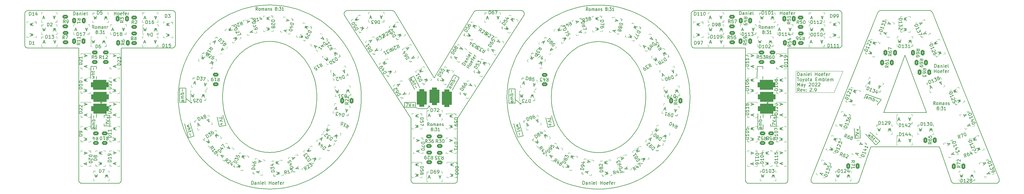
<source format=gbr>
%TF.GenerationSoftware,KiCad,Pcbnew,(6.0.0)*%
%TF.CreationDate,2022-05-14T17:31:40-07:00*%
%TF.ProjectId,Letters GERBER,4c657474-6572-4732-9047-45524245522e,rev?*%
%TF.SameCoordinates,Original*%
%TF.FileFunction,Legend,Top*%
%TF.FilePolarity,Positive*%
%FSLAX46Y46*%
G04 Gerber Fmt 4.6, Leading zero omitted, Abs format (unit mm)*
G04 Created by KiCad (PCBNEW (6.0.0)) date 2022-05-14 17:31:40*
%MOMM*%
%LPD*%
G01*
G04 APERTURE LIST*
G04 Aperture macros list*
%AMRoundRect*
0 Rectangle with rounded corners*
0 $1 Rounding radius*
0 $2 $3 $4 $5 $6 $7 $8 $9 X,Y pos of 4 corners*
0 Add a 4 corners polygon primitive as box body*
4,1,4,$2,$3,$4,$5,$6,$7,$8,$9,$2,$3,0*
0 Add four circle primitives for the rounded corners*
1,1,$1+$1,$2,$3*
1,1,$1+$1,$4,$5*
1,1,$1+$1,$6,$7*
1,1,$1+$1,$8,$9*
0 Add four rect primitives between the rounded corners*
20,1,$1+$1,$2,$3,$4,$5,0*
20,1,$1+$1,$4,$5,$6,$7,0*
20,1,$1+$1,$6,$7,$8,$9,0*
20,1,$1+$1,$8,$9,$2,$3,0*%
%AMRotRect*
0 Rectangle, with rotation*
0 The origin of the aperture is its center*
0 $1 length*
0 $2 width*
0 $3 Rotation angle, in degrees counterclockwise*
0 Add horizontal line*
21,1,$1,$2,0,0,$3*%
G04 Aperture macros list end*
%ADD10C,0.200000*%
%ADD11C,0.150000*%
%ADD12C,0.120000*%
%ADD13C,0.000000*%
%ADD14R,1.700000X1.900000*%
%ADD15R,1.700000X1.100000*%
%ADD16RoundRect,0.250000X0.625000X-0.312500X0.625000X0.312500X-0.625000X0.312500X-0.625000X-0.312500X0*%
%ADD17RotRect,1.900000X1.700000X301.200000*%
%ADD18RotRect,1.100000X1.700000X301.200000*%
%ADD19RoundRect,0.250000X0.462425X-0.523874X0.696554X0.055616X-0.462425X0.523874X-0.696554X-0.055616X0*%
%ADD20RotRect,1.900000X1.700000X59.500000*%
%ADD21RotRect,1.100000X1.700000X59.500000*%
%ADD22RoundRect,0.250000X-0.691213X-0.102500X-0.332727X-0.614470X0.691213X0.102500X0.332727X0.614470X0*%
%ADD23RoundRect,0.250000X0.691213X0.102500X0.332727X0.614470X-0.691213X-0.102500X-0.332727X-0.614470X0*%
%ADD24RotRect,1.900000X1.700000X144.200000*%
%ADD25RotRect,1.100000X1.700000X144.200000*%
%ADD26RotRect,1.900000X1.700000X66.000000*%
%ADD27RotRect,1.100000X1.700000X66.000000*%
%ADD28R,1.900000X1.700000*%
%ADD29R,1.100000X1.700000*%
%ADD30RotRect,1.900000X1.700000X36.600000*%
%ADD31RotRect,1.100000X1.700000X36.600000*%
%ADD32RotRect,1.900000X1.700000X124.800000*%
%ADD33RotRect,1.100000X1.700000X124.800000*%
%ADD34RoundRect,0.250000X0.162353X-0.679649X0.641131X-0.277907X-0.162353X0.679649X-0.641131X0.277907X0*%
%ADD35RoundRect,0.250000X-0.312500X-0.625000X0.312500X-0.625000X0.312500X0.625000X-0.312500X0.625000X0*%
%ADD36RoundRect,0.250000X-0.697124X-0.047952X-0.379912X-0.586471X0.697124X0.047952X0.379912X0.586471X0*%
%ADD37RotRect,1.900000X1.700000X139.500000*%
%ADD38RotRect,1.100000X1.700000X139.500000*%
%ADD39RoundRect,0.250000X-0.625000X0.312500X-0.625000X-0.312500X0.625000X-0.312500X0.625000X0.312500X0*%
%ADD40RoundRect,0.250000X0.312500X0.625000X-0.312500X0.625000X-0.312500X-0.625000X0.312500X-0.625000X0*%
%ADD41RotRect,1.900000X1.700000X112.000000*%
%ADD42RotRect,1.100000X1.700000X112.000000*%
%ADD43RoundRect,0.750000X2.000000X-0.750000X2.000000X0.750000X-2.000000X0.750000X-2.000000X-0.750000X0*%
%ADD44RoundRect,0.250000X0.684585X-0.140090X0.522823X0.463614X-0.684585X0.140090X-0.522823X-0.463614X0*%
%ADD45RoundRect,0.250000X0.696554X-0.055616X0.462425X0.523874X-0.696554X0.055616X-0.462425X-0.523874X0*%
%ADD46RotRect,1.900000X1.700000X292.000000*%
%ADD47RotRect,1.100000X1.700000X292.000000*%
%ADD48RotRect,1.900000X1.700000X57.500000*%
%ADD49RotRect,1.100000X1.700000X57.500000*%
%ADD50C,2.700000*%
%ADD51RotRect,1.900000X1.700000X257.100000*%
%ADD52RotRect,1.100000X1.700000X257.100000*%
%ADD53RotRect,1.900000X1.700000X95.400000*%
%ADD54RotRect,1.100000X1.700000X95.400000*%
%ADD55RotRect,1.900000X1.700000X68.000000*%
%ADD56RotRect,1.100000X1.700000X68.000000*%
%ADD57RoundRect,0.250000X-0.379912X0.586471X-0.697124X0.047952X0.379912X-0.586471X0.697124X-0.047952X0*%
%ADD58RotRect,1.900000X1.700000X122.500000*%
%ADD59RotRect,1.100000X1.700000X122.500000*%
%ADD60RoundRect,0.250000X0.332727X-0.614470X0.691213X-0.102500X-0.332727X0.614470X-0.691213X0.102500X0*%
%ADD61RoundRect,0.250000X-0.698511X0.019085X-0.434374X-0.547358X0.698511X-0.019085X0.434374X0.547358X0*%
%ADD62RotRect,1.900000X1.700000X213.000000*%
%ADD63RotRect,1.100000X1.700000X213.000000*%
%ADD64RotRect,1.900000X1.700000X158.000000*%
%ADD65RotRect,1.100000X1.700000X158.000000*%
%ADD66RotRect,1.900000X1.700000X286.500000*%
%ADD67RotRect,1.100000X1.700000X286.500000*%
%ADD68RotRect,1.900000X1.700000X183.600000*%
%ADD69RotRect,1.100000X1.700000X183.600000*%
%ADD70RotRect,1.900000X1.700000X248.000000*%
%ADD71RotRect,1.100000X1.700000X248.000000*%
%ADD72RotRect,1.900000X1.700000X330.600000*%
%ADD73RotRect,1.100000X1.700000X330.600000*%
%ADD74RoundRect,0.250000X-0.462425X0.523874X-0.696554X-0.055616X0.462425X-0.523874X0.696554X0.055616X0*%
%ADD75RoundRect,0.250000X-0.102500X0.691213X-0.614470X0.332727X0.102500X-0.691213X0.614470X-0.332727X0*%
%ADD76RotRect,1.900000X1.700000X21.900000*%
%ADD77RotRect,1.100000X1.700000X21.900000*%
%ADD78RotRect,1.900000X1.700000X242.400000*%
%ADD79RotRect,1.100000X1.700000X242.400000*%
%ADD80RoundRect,0.250000X0.697124X0.047952X0.379912X0.586471X-0.697124X-0.047952X-0.379912X-0.586471X0*%
%ADD81RoundRect,0.750000X2.099852X-0.391309X1.839379X1.085902X-2.099852X0.391309X-1.839379X-1.085902X0*%
%ADD82RotRect,1.900000X1.700000X350.300000*%
%ADD83RotRect,1.100000X1.700000X350.300000*%
%ADD84RoundRect,0.750000X-1.444601X-1.573413X-0.053825X-2.135323X1.444601X1.573413X0.053825X2.135323X0*%
%ADD85RotRect,1.900000X1.700000X168.900000*%
%ADD86RotRect,1.100000X1.700000X168.900000*%
%ADD87RoundRect,0.250000X-0.583133X-0.385016X-0.041867X-0.697516X0.583133X0.385016X0.041867X0.697516X0*%
%ADD88RoundRect,0.750000X-0.391309X-2.099852X1.085902X-1.839379X0.391309X2.099852X-1.085902X1.839379X0*%
%ADD89RotRect,1.900000X1.700000X227.700000*%
%ADD90RotRect,1.100000X1.700000X227.700000*%
%ADD91RotRect,1.900000X1.700000X120.500000*%
%ADD92RotRect,1.100000X1.700000X120.500000*%
%ADD93RotRect,1.900000X1.700000X315.900000*%
%ADD94RotRect,1.100000X1.700000X315.900000*%
%ADD95RotRect,1.900000X1.700000X80.700000*%
%ADD96RotRect,1.100000X1.700000X80.700000*%
%ADD97RotRect,1.900000X1.700000X110.100000*%
%ADD98RotRect,1.100000X1.700000X110.100000*%
%ADD99RoundRect,0.750000X-0.750000X-2.000000X0.750000X-2.000000X0.750000X2.000000X-0.750000X2.000000X0*%
%ADD100RotRect,1.900000X1.700000X198.300000*%
%ADD101RotRect,1.100000X1.700000X198.300000*%
%ADD102RotRect,1.900000X1.700000X51.300000*%
%ADD103RotRect,1.100000X1.700000X51.300000*%
%ADD104RotRect,1.900000X1.700000X271.800000*%
%ADD105RotRect,1.100000X1.700000X271.800000*%
%ADD106RoundRect,0.250000X-0.434374X0.547358X-0.698511X-0.019085X0.434374X-0.547358X0.698511X0.019085X0*%
%ADD107RoundRect,0.250000X0.379912X-0.586471X0.697124X-0.047952X-0.379912X0.586471X-0.697124X0.047952X0*%
%ADD108RotRect,1.900000X1.700000X22.000000*%
%ADD109RotRect,1.100000X1.700000X22.000000*%
%ADD110RoundRect,0.750000X-1.573413X1.444601X-2.135323X0.053825X1.573413X-1.444601X2.135323X-0.053825X0*%
%ADD111RoundRect,0.250000X-0.696554X0.055616X-0.462425X-0.523874X0.696554X-0.055616X0.462425X0.523874X0*%
G04 APERTURE END LIST*
D10*
X179842108Y-43299659D02*
X179860975Y-42418255D01*
X179916971Y-41548422D01*
X180009185Y-40691236D01*
X180136704Y-39847773D01*
X180298618Y-39019109D01*
X180494016Y-38206321D01*
X180721987Y-37410484D01*
X180981620Y-36632675D01*
X181272003Y-35873971D01*
X181592226Y-35135446D01*
X181941377Y-34418177D01*
X182318546Y-33723241D01*
X182722821Y-33051714D01*
X183153291Y-32404672D01*
X183609045Y-31783191D01*
X184089173Y-31188347D01*
X184592762Y-30621216D01*
X185118902Y-30082875D01*
X185666682Y-29574400D01*
X186235190Y-29096867D01*
X186823516Y-28651352D01*
X187430749Y-28238932D01*
X188055977Y-27860682D01*
X188698289Y-27517678D01*
X189356774Y-27210998D01*
X190030522Y-26941717D01*
X190718621Y-26710911D01*
X191420160Y-26519656D01*
X192134227Y-26369029D01*
X192859913Y-26260106D01*
X193596305Y-26193963D01*
X194342493Y-26171677D01*
D11*
X41404363Y-44814772D02*
X41804363Y-44914772D01*
D10*
X273412442Y-69940004D02*
X273646072Y-69912395D01*
X273862162Y-69833200D01*
X274053065Y-69707868D01*
X274211135Y-69541845D01*
X274328725Y-69340581D01*
X274357605Y-69266603D01*
X41144141Y-69940013D02*
X46669261Y-69940013D01*
X278017634Y-58674628D02*
X288560423Y-58674628D01*
X34619020Y-68940013D02*
X34639336Y-69141547D01*
X34717630Y-69373554D01*
X34847371Y-69576105D01*
X35020703Y-69741348D01*
X35229774Y-69861428D01*
X35466729Y-69928490D01*
X35619020Y-69940013D01*
X47669261Y-68940013D02*
X47669261Y-28157019D01*
D11*
X180804363Y-52214772D02*
X179904363Y-49014772D01*
D10*
X136719805Y-68940004D02*
X136740121Y-69141538D01*
X136818415Y-69373545D01*
X136948156Y-69576096D01*
X137121488Y-69741339D01*
X137330559Y-69861419D01*
X137567514Y-69928481D01*
X137719805Y-69940004D01*
D11*
X248979363Y-52314772D02*
X247204363Y-52314772D01*
X77104363Y-49414772D02*
X77804363Y-52414772D01*
D10*
X259684738Y-68569451D02*
X259620421Y-68816899D01*
X259619896Y-69060663D01*
X259677041Y-69291710D01*
X259785735Y-69501006D01*
X259939855Y-69679517D01*
X260133279Y-69818209D01*
X260359884Y-69908049D01*
X260613550Y-69940004D01*
X47669261Y-28157019D02*
X63305826Y-28157019D01*
D11*
X42404363Y-52214772D02*
X42404363Y-51514772D01*
X244804363Y-33814772D02*
X244804363Y-34614772D01*
D10*
X288560423Y-48034537D02*
X282040106Y-48034537D01*
X117163413Y-16600000D02*
X116949772Y-16622159D01*
X116755551Y-16685067D01*
X116531854Y-16823079D01*
X116354819Y-17011325D01*
X116231385Y-17237115D01*
X116168489Y-17487758D01*
X116173068Y-17750564D01*
X116224957Y-17948015D01*
X116321631Y-18139816D01*
X194342493Y-14919285D02*
X192895190Y-14956213D01*
X191466886Y-15065809D01*
X190059350Y-15246290D01*
X188674347Y-15495873D01*
X187313645Y-15812774D01*
X185979011Y-16195210D01*
X184672212Y-16641398D01*
X183395016Y-17149556D01*
X182149189Y-17717898D01*
X180936499Y-18344643D01*
X179758713Y-19028007D01*
X178617598Y-19766208D01*
X177514921Y-20557461D01*
X176452449Y-21399983D01*
X175431949Y-22291993D01*
X174455189Y-23231705D01*
X173523936Y-24217337D01*
X172639956Y-25247107D01*
X171805018Y-26319230D01*
X171020887Y-27431923D01*
X170289332Y-28583404D01*
X169612119Y-29771889D01*
X168991016Y-30995594D01*
X168427789Y-32252738D01*
X167924207Y-33541536D01*
X167482035Y-34860205D01*
X167103041Y-36206962D01*
X166788993Y-37580024D01*
X166541657Y-38977608D01*
X166362800Y-40397931D01*
X166254190Y-41839209D01*
X166217595Y-43299659D01*
D11*
X142404363Y-46014772D02*
X142004363Y-46014772D01*
X246204363Y-44914772D02*
X246604363Y-45014772D01*
D10*
X65155583Y-43270002D02*
X65192178Y-44730451D01*
X65300788Y-46171729D01*
X65479645Y-47592051D01*
X65726981Y-48989634D01*
X66041029Y-50362696D01*
X66420023Y-51709453D01*
X66862195Y-53028121D01*
X67365777Y-54316918D01*
X67929004Y-55574061D01*
X68550107Y-56797766D01*
X69227320Y-57986250D01*
X69958875Y-59137729D01*
X70743006Y-60250422D01*
X71577944Y-61322544D01*
X72461924Y-62352312D01*
X73393177Y-63337944D01*
X74369937Y-64277655D01*
X75390437Y-65169663D01*
X76452909Y-66012185D01*
X77555586Y-66803437D01*
X78696701Y-67541636D01*
X79874487Y-68225000D01*
X81087177Y-68851744D01*
X82333004Y-69420086D01*
X83610200Y-69928242D01*
X84916999Y-70374430D01*
X86251633Y-70756865D01*
X87612335Y-71073766D01*
X88997338Y-71323348D01*
X90404874Y-71503829D01*
X91833178Y-71613425D01*
X93280481Y-71650354D01*
D11*
X276604363Y-42414772D02*
X281204363Y-44114772D01*
D10*
X63305826Y-28157019D02*
X63507360Y-28136702D01*
X63739367Y-28058408D01*
X63941918Y-27928667D01*
X64107161Y-27755335D01*
X64227241Y-27546264D01*
X64294303Y-27309309D01*
X64305826Y-27157019D01*
X281095846Y-16600000D02*
X280871161Y-16625516D01*
X280662108Y-16698939D01*
X280475610Y-16815577D01*
X280318587Y-16970740D01*
X280197959Y-17159739D01*
X280167035Y-17229447D01*
D11*
X40004363Y-53164772D02*
X40004363Y-51764772D01*
X65604363Y-40514772D02*
X65604363Y-44914772D01*
X247404363Y-49014772D02*
X247204363Y-49014772D01*
D10*
X41505550Y-16600013D02*
X40782731Y-16600013D01*
X143848353Y-37394424D02*
X131715120Y-17087095D01*
X131715120Y-17087095D02*
X131577027Y-16906360D01*
X131404667Y-16763514D01*
X131205553Y-16662820D01*
X130987197Y-16608538D01*
X130856674Y-16600000D01*
D11*
X67504363Y-44914772D02*
X67504363Y-40514772D01*
D10*
X78780096Y-43270002D02*
X78798963Y-42388598D01*
X78854959Y-41518765D01*
X78947173Y-40661579D01*
X79074692Y-39818116D01*
X79236606Y-38989452D01*
X79432004Y-38176664D01*
X79659975Y-37380827D01*
X79919608Y-36603019D01*
X80209991Y-35844314D01*
X80530214Y-35105789D01*
X80879365Y-34388521D01*
X81256534Y-33693585D01*
X81660809Y-33022058D01*
X82091279Y-32375015D01*
X82547033Y-31753534D01*
X83027161Y-31158690D01*
X83530750Y-30591560D01*
X84056890Y-30053219D01*
X84604670Y-29544744D01*
X85173178Y-29067211D01*
X85761504Y-28621696D01*
X86368737Y-28209275D01*
X86993965Y-27831025D01*
X87636277Y-27488022D01*
X88294762Y-27181342D01*
X88968510Y-26912061D01*
X89656609Y-26681255D01*
X90358148Y-26490000D01*
X91072215Y-26339373D01*
X91797901Y-26230450D01*
X92534293Y-26164307D01*
X93280481Y-26142021D01*
X246370919Y-16600002D02*
X245648100Y-16600002D01*
D11*
X255004363Y-41964772D02*
X255004363Y-35314772D01*
X166804363Y-40814772D02*
X166804363Y-45214772D01*
D10*
X269171195Y-27157008D02*
X269171195Y-17600002D01*
D11*
X255004363Y-35314772D02*
X269554363Y-35314772D01*
X138104363Y-46414772D02*
X138104363Y-44914772D01*
X269554363Y-35314772D02*
X266754363Y-41964772D01*
X167004363Y-45214772D02*
X168704363Y-45214772D01*
X136004363Y-37614772D02*
X137804363Y-40914772D01*
X42404363Y-49614772D02*
X42404363Y-48914772D01*
D10*
X268171195Y-28157008D02*
X268372729Y-28136691D01*
X268604736Y-28058397D01*
X268807287Y-27928656D01*
X268972530Y-27755324D01*
X269092610Y-27546253D01*
X269159672Y-27309298D01*
X269171195Y-27157008D01*
D11*
X77804363Y-52414772D02*
X79804363Y-52014772D01*
D10*
X150976902Y-49948460D02*
X171375076Y-18139816D01*
D11*
X274804363Y-55914772D02*
X274604363Y-52214772D01*
D10*
X46669261Y-69940013D02*
X46870795Y-69919696D01*
X47102802Y-69841402D01*
X47305353Y-69711661D01*
X47470596Y-69538329D01*
X47590676Y-69329258D01*
X47657738Y-69092303D01*
X47669261Y-68940013D01*
X222467391Y-43299659D02*
X222430795Y-41839209D01*
X222322185Y-40397931D01*
X222143328Y-38977608D01*
X221895992Y-37580024D01*
X221581944Y-36206962D01*
X221202950Y-34860205D01*
X220760778Y-33541536D01*
X220257196Y-32252738D01*
X219693969Y-30995594D01*
X219072866Y-29771889D01*
X218395653Y-28583404D01*
X217664098Y-27431923D01*
X216879967Y-26319230D01*
X216045029Y-25247107D01*
X215161049Y-24217337D01*
X214229796Y-23231705D01*
X213253036Y-22291993D01*
X212232536Y-21399983D01*
X211170064Y-20557461D01*
X210067387Y-19766208D01*
X208926272Y-19028007D01*
X207748486Y-18344643D01*
X206535796Y-17717898D01*
X205289969Y-17149556D01*
X204012773Y-16641398D01*
X202705974Y-16195210D01*
X201371340Y-15812774D01*
X200010638Y-15495873D01*
X198625635Y-15246290D01*
X197218099Y-15065809D01*
X195789795Y-14956213D01*
X194342493Y-14919285D01*
D11*
X40004363Y-49564772D02*
X40004363Y-48464772D01*
D10*
X40782731Y-16600013D02*
X18982455Y-16600013D01*
D11*
X44179363Y-52214772D02*
X42404363Y-52214772D01*
D10*
X274357605Y-69266603D02*
X278017634Y-58674628D01*
X64305826Y-27157019D02*
X64305826Y-17600013D01*
D11*
X244904363Y-49614772D02*
X244904363Y-48514772D01*
D10*
X171375076Y-18139816D02*
X171471749Y-17948015D01*
X171523637Y-17750564D01*
X171528217Y-17487758D01*
X171465320Y-17237115D01*
X171341886Y-17011325D01*
X171164851Y-16823079D01*
X170941154Y-16685067D01*
X170746933Y-16622159D01*
X170533293Y-16600000D01*
D11*
X141704363Y-46914772D02*
X142404363Y-46014772D01*
X279504363Y-58014772D02*
X276404363Y-54714772D01*
D10*
X93280481Y-60397962D02*
X92534293Y-60375675D01*
X91797901Y-60309532D01*
X91072215Y-60200609D01*
X90358148Y-60049983D01*
X89656609Y-59858729D01*
X88968510Y-59627923D01*
X88294762Y-59358643D01*
X87636277Y-59051963D01*
X86993965Y-58708961D01*
X86368737Y-58330711D01*
X85761504Y-57918292D01*
X85173178Y-57472778D01*
X84604670Y-56995246D01*
X84056890Y-56486772D01*
X83530750Y-55948432D01*
X83027161Y-55381302D01*
X82547033Y-54786459D01*
X82091279Y-54164979D01*
X81660809Y-53517938D01*
X81256534Y-52846412D01*
X80879365Y-52151477D01*
X80530214Y-51434209D01*
X80209991Y-50695685D01*
X79919608Y-49936981D01*
X79659975Y-49159173D01*
X79432004Y-48363337D01*
X79236606Y-47550549D01*
X79074692Y-46721886D01*
X78947173Y-45878423D01*
X78854959Y-45021238D01*
X78798963Y-44151405D01*
X78780096Y-43270002D01*
X246009509Y-69940002D02*
X251534630Y-69940002D01*
D11*
X38404363Y-48364772D02*
X38404363Y-53164772D01*
X137604363Y-37014772D02*
X139404363Y-40414772D01*
X275904363Y-43914772D02*
X276604363Y-42414772D01*
X266754363Y-41964772D02*
X255004363Y-41964772D01*
D10*
X299103212Y-58674628D02*
X302763241Y-69266603D01*
X252534630Y-68940002D02*
X252534630Y-28157008D01*
X288560423Y-58674628D02*
X299103212Y-58674628D01*
D11*
X138104363Y-44914772D02*
X134704363Y-44914772D01*
X244804363Y-36914772D02*
X244804363Y-37714772D01*
X178804363Y-52614772D02*
X180804363Y-52214772D01*
X138904363Y-46914772D02*
X141704363Y-46914772D01*
X41404363Y-44814772D02*
X41304363Y-45114772D01*
D10*
X150976902Y-68940004D02*
X150976902Y-49948460D01*
D11*
X248904363Y-49014772D02*
X248979363Y-52314772D01*
D10*
X170533293Y-16600000D02*
X156840032Y-16600000D01*
X156840032Y-16600000D02*
X156614052Y-16625845D01*
X156403023Y-16700540D01*
X156214455Y-16819821D01*
X156055862Y-16979427D01*
X155981586Y-17087095D01*
D11*
X166804363Y-45214772D02*
X167004363Y-45214772D01*
D10*
X149976902Y-69940004D02*
X150178436Y-69919687D01*
X150410443Y-69841393D01*
X150612994Y-69711652D01*
X150778237Y-69538320D01*
X150898316Y-69329249D01*
X150965379Y-69092294D01*
X150976902Y-68940004D01*
D11*
X137504363Y-36914772D02*
X136004363Y-37614772D01*
D10*
X64305826Y-17600013D02*
X64285509Y-17398478D01*
X64207215Y-17166471D01*
X64077474Y-16963920D01*
X63904142Y-16798677D01*
X63695071Y-16678597D01*
X63458116Y-16611535D01*
X63305826Y-16600013D01*
D11*
X67504363Y-40514772D02*
X65604363Y-40514772D01*
D10*
X240484388Y-69940002D02*
X246009509Y-69940002D01*
X288560423Y-30387530D02*
X295080718Y-48034537D01*
D11*
X280804363Y-56914772D02*
X279504363Y-58014772D01*
D10*
X222847823Y-17600002D02*
X222847823Y-27157008D01*
D11*
X69304363Y-45114772D02*
X69004363Y-45114772D01*
D10*
X143848353Y-69940004D02*
X149976902Y-69940004D01*
D11*
X246204363Y-44914772D02*
X246104363Y-45214772D01*
X38404363Y-53164772D02*
X40004363Y-53164772D01*
X149904363Y-36414772D02*
X151504363Y-37314772D01*
X70004363Y-55314772D02*
X68804363Y-51214772D01*
X69304363Y-45114772D02*
X69304363Y-44814772D01*
X171204363Y-55214772D02*
X170004363Y-51114772D01*
D10*
X121405380Y-43270002D02*
X121368784Y-41809552D01*
X121260174Y-40368274D01*
X121081317Y-38947951D01*
X120833981Y-37550368D01*
X120519933Y-36177305D01*
X120140939Y-34830548D01*
X119698767Y-33511879D01*
X119195184Y-32223081D01*
X118631958Y-30965938D01*
X118010854Y-29742232D01*
X117333642Y-28553747D01*
X116602086Y-27402267D01*
X115817956Y-26289573D01*
X114983017Y-25217450D01*
X114099038Y-24187681D01*
X113167784Y-23202048D01*
X112191024Y-22262336D01*
X111170525Y-21370327D01*
X110108053Y-20527804D01*
X109005376Y-19736551D01*
X107864260Y-18998351D01*
X106686474Y-18314986D01*
X105473784Y-17688241D01*
X104227957Y-17119899D01*
X102950761Y-16611742D01*
X101643962Y-16165553D01*
X100309328Y-15783117D01*
X98948626Y-15466216D01*
X97563623Y-15216633D01*
X96156087Y-15036152D01*
X94727783Y-14926556D01*
X93280481Y-14889628D01*
X239484388Y-28157008D02*
X239484388Y-68940002D01*
D11*
X168304363Y-51414772D02*
X169504363Y-55714772D01*
X247404363Y-49014772D02*
X248904363Y-49014772D01*
D10*
X239484388Y-68940002D02*
X239504704Y-69141536D01*
X239582998Y-69373543D01*
X239712739Y-69576094D01*
X239886072Y-69741337D01*
X240095143Y-69861417D01*
X240332098Y-69928479D01*
X240484388Y-69940002D01*
X93280481Y-26142021D02*
X94026668Y-26164307D01*
X94763060Y-26230450D01*
X95488746Y-26339373D01*
X96202813Y-26490000D01*
X96904352Y-26681255D01*
X97592451Y-26912061D01*
X98266199Y-27181342D01*
X98924684Y-27488022D01*
X99566997Y-27831025D01*
X100192225Y-28209275D01*
X100799457Y-28621696D01*
X101387783Y-29067211D01*
X101956292Y-29544744D01*
X102504072Y-30053219D01*
X103030212Y-30591560D01*
X103533801Y-31158690D01*
X104013928Y-31753534D01*
X104469683Y-32375015D01*
X104900153Y-33022058D01*
X105304428Y-33693585D01*
X105681596Y-34388521D01*
X106030748Y-35105789D01*
X106350971Y-35844314D01*
X106641354Y-36603019D01*
X106900987Y-37380827D01*
X107128958Y-38176664D01*
X107324356Y-38989452D01*
X107486270Y-39818116D01*
X107613789Y-40661579D01*
X107706003Y-41518765D01*
X107761999Y-42388598D01*
X107780867Y-43270002D01*
D11*
X244904363Y-53214772D02*
X244904363Y-51814772D01*
D10*
X166217595Y-43299659D02*
X166254190Y-44760108D01*
X166362800Y-46201386D01*
X166541657Y-47621708D01*
X166788993Y-49019291D01*
X167103041Y-50392353D01*
X167482035Y-51739110D01*
X167924207Y-53057778D01*
X168427789Y-54346575D01*
X168991016Y-55603718D01*
X169612119Y-56827423D01*
X170289332Y-58015907D01*
X171020887Y-59167386D01*
X171805018Y-60280079D01*
X172639956Y-61352201D01*
X173523936Y-62381969D01*
X174455189Y-63367601D01*
X175431949Y-64307312D01*
X176452449Y-65199320D01*
X177514921Y-66041842D01*
X178617598Y-66833094D01*
X179758713Y-67571293D01*
X180936499Y-68254657D01*
X182149189Y-68881401D01*
X183395016Y-69449743D01*
X184672212Y-69957899D01*
X185979011Y-70404087D01*
X187313645Y-70786522D01*
X188674347Y-71103423D01*
X190059350Y-71353005D01*
X191466886Y-71533486D01*
X192895190Y-71643082D01*
X194342493Y-71680011D01*
D11*
X247204363Y-49714772D02*
X247204363Y-49014772D01*
D10*
X93280481Y-71650354D02*
X94727783Y-71613425D01*
X96156087Y-71503829D01*
X97563623Y-71323348D01*
X98948626Y-71073766D01*
X100309328Y-70756865D01*
X101643962Y-70374430D01*
X102950761Y-69928242D01*
X104227957Y-69420086D01*
X105473784Y-68851744D01*
X106686474Y-68225000D01*
X107864260Y-67541636D01*
X109005376Y-66803437D01*
X110108053Y-66012185D01*
X111170525Y-65169663D01*
X112191024Y-64277655D01*
X113167784Y-63337944D01*
X114099038Y-62352312D01*
X114983017Y-61322544D01*
X115817956Y-60250422D01*
X116602086Y-59137729D01*
X117333642Y-57986250D01*
X118010854Y-56797766D01*
X118631958Y-55574061D01*
X119195184Y-54316918D01*
X119698767Y-53028121D01*
X120140939Y-51709453D01*
X120519933Y-50362696D01*
X120833981Y-48989634D01*
X121081317Y-47592051D01*
X121260174Y-46171729D01*
X121368784Y-44730451D01*
X121405380Y-43270002D01*
X137719805Y-69940004D02*
X143848353Y-69940004D01*
X251534630Y-69940002D02*
X251736164Y-69919685D01*
X251968171Y-69841391D01*
X252170722Y-69711650D01*
X252335965Y-69538318D01*
X252456045Y-69329247D01*
X252523107Y-69092292D01*
X252534630Y-68940002D01*
D11*
X168704363Y-45214772D02*
X168704363Y-40814772D01*
X142404363Y-46014772D02*
X142504363Y-46414772D01*
D10*
X155981586Y-17087095D02*
X143848353Y-37394424D01*
D11*
X68304363Y-55814772D02*
X70004363Y-55314772D01*
D10*
X107780867Y-43270002D02*
X107761999Y-44151405D01*
X107706003Y-45021238D01*
X107613789Y-45878423D01*
X107486270Y-46721886D01*
X107324356Y-47550549D01*
X107128958Y-48363337D01*
X106900987Y-49159173D01*
X106641354Y-49936981D01*
X106350971Y-50695685D01*
X106030748Y-51434209D01*
X105681596Y-52151477D01*
X105304428Y-52846412D01*
X104900153Y-53517938D01*
X104469683Y-54164979D01*
X104013928Y-54786459D01*
X103533801Y-55381302D01*
X103030212Y-55948432D01*
X102504072Y-56486772D01*
X101956292Y-56995246D01*
X101387783Y-57472778D01*
X100799457Y-57918292D01*
X100192225Y-58330711D01*
X99566997Y-58708961D01*
X98924684Y-59051963D01*
X98266199Y-59358643D01*
X97592451Y-59627923D01*
X96904352Y-59858729D01*
X96202813Y-60049983D01*
X95488746Y-60200609D01*
X94763060Y-60309532D01*
X94026668Y-60375675D01*
X93280481Y-60397962D01*
X223847823Y-16600002D02*
X223646288Y-16620318D01*
X223414281Y-16698612D01*
X223211730Y-16828353D01*
X223046487Y-17001685D01*
X222926407Y-17210756D01*
X222859345Y-17447711D01*
X222847823Y-17600002D01*
X18982455Y-28157019D02*
X34619020Y-28157019D01*
X252534630Y-28157008D02*
X268171195Y-28157008D01*
X208842879Y-43299659D02*
X208824011Y-44181062D01*
X208768015Y-45050895D01*
X208675801Y-45908080D01*
X208548282Y-46751543D01*
X208386368Y-47580206D01*
X208190970Y-48392993D01*
X207962999Y-49188829D01*
X207703366Y-49966638D01*
X207412983Y-50725342D01*
X207092760Y-51463865D01*
X206743608Y-52181133D01*
X206366440Y-52876068D01*
X205962165Y-53547594D01*
X205531695Y-54194635D01*
X205075940Y-54816115D01*
X204595813Y-55410958D01*
X204092224Y-55978088D01*
X203566084Y-56516428D01*
X203018304Y-57024902D01*
X202449795Y-57502434D01*
X201861469Y-57947948D01*
X201254237Y-58360367D01*
X200629009Y-58738617D01*
X199986696Y-59081619D01*
X199328211Y-59388299D01*
X198654463Y-59657579D01*
X197966364Y-59888385D01*
X197264825Y-60079639D01*
X196550758Y-60230265D01*
X195825072Y-60339188D01*
X195088680Y-60405331D01*
X194342493Y-60427618D01*
D11*
X40004363Y-33814772D02*
X40004363Y-34614772D01*
D10*
X63305826Y-16600013D02*
X41505550Y-16600013D01*
X194342493Y-71680011D02*
X195789795Y-71643082D01*
X197218099Y-71533486D01*
X198625635Y-71353005D01*
X200010638Y-71103423D01*
X201371340Y-70786522D01*
X202705974Y-70404087D01*
X204012773Y-69957899D01*
X205289969Y-69449743D01*
X206535796Y-68881401D01*
X207748486Y-68254657D01*
X208926272Y-67571293D01*
X210067387Y-66833094D01*
X211170064Y-66041842D01*
X212232536Y-65199320D01*
X213253036Y-64307312D01*
X214229796Y-63367601D01*
X215161049Y-62381969D01*
X216045029Y-61352201D01*
X216879967Y-60280079D01*
X217664098Y-59167386D01*
X218395653Y-58015907D01*
X219072866Y-56827423D01*
X219693969Y-55603718D01*
X220257196Y-54346575D01*
X220760778Y-53057778D01*
X221202950Y-51739110D01*
X221581944Y-50392353D01*
X221895992Y-49019291D01*
X222143328Y-47621708D01*
X222322185Y-46201386D01*
X222430795Y-44760108D01*
X222467391Y-43299659D01*
D11*
X40004363Y-36914772D02*
X40004363Y-37714772D01*
X147704363Y-40514772D02*
X149904363Y-36414772D01*
D10*
X282040106Y-48034537D02*
X288560423Y-30387530D01*
D11*
X67104363Y-51514772D02*
X68304363Y-55814772D01*
X137604363Y-37014772D02*
X137504363Y-36914772D01*
D10*
X296025000Y-16600000D02*
X288560423Y-16600000D01*
D11*
X170504363Y-45414772D02*
X170504363Y-45014772D01*
X178104363Y-49614772D02*
X178804363Y-52614772D01*
X138104363Y-46414772D02*
X138904363Y-46914772D01*
D10*
X93280481Y-14889628D02*
X91833178Y-14926556D01*
X90404874Y-15036152D01*
X88997338Y-15216633D01*
X87612335Y-15466216D01*
X86251633Y-15783117D01*
X84916999Y-16165553D01*
X83610200Y-16611742D01*
X82333004Y-17119899D01*
X81087177Y-17688241D01*
X79874487Y-18314986D01*
X78696701Y-18998351D01*
X77555586Y-19736551D01*
X76452909Y-20527804D01*
X75390437Y-21370327D01*
X74369937Y-22262336D01*
X73393177Y-23202048D01*
X72461924Y-24187681D01*
X71577944Y-25217450D01*
X70743006Y-26289573D01*
X69958875Y-27402267D01*
X69227320Y-28553747D01*
X68550107Y-29742232D01*
X67929004Y-30965938D01*
X67365777Y-32223081D01*
X66862195Y-33511879D01*
X66420023Y-34830548D01*
X66041029Y-36177305D01*
X65726981Y-37550368D01*
X65479645Y-38947951D01*
X65300788Y-40368274D01*
X65192178Y-41809552D01*
X65155583Y-43270002D01*
D11*
X151504363Y-37314772D02*
X149404363Y-41114772D01*
D10*
X302763241Y-69266603D02*
X302865638Y-69478404D01*
X303011065Y-69656779D01*
X303191873Y-69796280D01*
X303400417Y-69891459D01*
X303629050Y-69936869D01*
X303708404Y-69940004D01*
D11*
X65804363Y-44914772D02*
X67504363Y-44914772D01*
X42604363Y-48914772D02*
X44104363Y-48914772D01*
D10*
X17982455Y-17600013D02*
X17982455Y-27157019D01*
D11*
X44104363Y-48914772D02*
X44179363Y-52214772D01*
X272904363Y-52914772D02*
X273104363Y-56014772D01*
X246204363Y-44914772D02*
X247904363Y-48914772D01*
D10*
X17982455Y-27157019D02*
X18002771Y-27358553D01*
X18081065Y-27590560D01*
X18210806Y-27793111D01*
X18384138Y-27958354D01*
X18593209Y-28078434D01*
X18830164Y-28145496D01*
X18982455Y-28157019D01*
D11*
X41404363Y-44814772D02*
X43104363Y-48814772D01*
X38304363Y-33814772D02*
X40004363Y-33814772D01*
X281204363Y-44114772D02*
X280004363Y-45714772D01*
D10*
X116321631Y-18139816D02*
X136719805Y-49948460D01*
X223847823Y-28157008D02*
X239484388Y-28157008D01*
D11*
X243079363Y-37314772D02*
X243104363Y-33814772D01*
X247204363Y-52314772D02*
X247204363Y-51614772D01*
X168804363Y-44114772D02*
X170504363Y-45414772D01*
D10*
X280167035Y-17229447D02*
X259684738Y-68569451D01*
D11*
X277804363Y-54114772D02*
X280804363Y-56914772D01*
X38279363Y-37314772D02*
X38304363Y-33814772D01*
X273104363Y-56014772D02*
X274804363Y-55914772D01*
D10*
X260613550Y-69940004D02*
X273412442Y-69940004D01*
X35619020Y-69940013D02*
X41144141Y-69940013D01*
D11*
X42604363Y-48914772D02*
X42404363Y-48914772D01*
D10*
X268171195Y-16600002D02*
X246370919Y-16600002D01*
D11*
X169504363Y-55714772D02*
X171204363Y-55214772D01*
X134704363Y-44914772D02*
X134704363Y-46414772D01*
D10*
X303708404Y-69940004D02*
X316507296Y-69940004D01*
X269171195Y-17600002D02*
X269150878Y-17398467D01*
X269072584Y-17166460D01*
X268942843Y-16963909D01*
X268769511Y-16798666D01*
X268560440Y-16678586D01*
X268323485Y-16611524D01*
X268171195Y-16600002D01*
X245648100Y-16600002D02*
X223847823Y-16600002D01*
D11*
X243104363Y-33814772D02*
X244804363Y-33814772D01*
D10*
X317436107Y-68569451D02*
X296953811Y-17229447D01*
D11*
X67604363Y-43814772D02*
X69304363Y-45114772D01*
D10*
X136719805Y-49948460D02*
X136719805Y-68940004D01*
X34619020Y-28157019D02*
X34619020Y-68940013D01*
D11*
X243304363Y-48414772D02*
X243304363Y-53214772D01*
D10*
X194342493Y-60427618D02*
X193596305Y-60405331D01*
X192859913Y-60339188D01*
X192134227Y-60230265D01*
X191420160Y-60079639D01*
X190718621Y-59888385D01*
X190030522Y-59657579D01*
X189356774Y-59388299D01*
X188698289Y-59081619D01*
X188055977Y-58738617D01*
X187430749Y-58360367D01*
X186823516Y-57947948D01*
X186235190Y-57502434D01*
X185666682Y-57024902D01*
X185118902Y-56516428D01*
X184592762Y-55978088D01*
X184089173Y-55410958D01*
X183609045Y-54816115D01*
X183153291Y-54194635D01*
X182722821Y-53547594D01*
X182318546Y-52876068D01*
X181941377Y-52181133D01*
X181592226Y-51463865D01*
X181272003Y-50725342D01*
X180981620Y-49966638D01*
X180721987Y-49188829D01*
X180494016Y-48392993D01*
X180298618Y-47580206D01*
X180136704Y-46751543D01*
X180009185Y-45908080D01*
X179916971Y-45050895D01*
X179860975Y-44181062D01*
X179842108Y-43299659D01*
X18982455Y-16600013D02*
X18780920Y-16620329D01*
X18548913Y-16698623D01*
X18346362Y-16828364D01*
X18181119Y-17001696D01*
X18061039Y-17210767D01*
X17993977Y-17447722D01*
X17982455Y-17600013D01*
X194342493Y-26171677D02*
X195088680Y-26193963D01*
X195825072Y-26260106D01*
X196550758Y-26369029D01*
X197264825Y-26519656D01*
X197966364Y-26710911D01*
X198654463Y-26941717D01*
X199328211Y-27210998D01*
X199986696Y-27517678D01*
X200629009Y-27860682D01*
X201254237Y-28238932D01*
X201861469Y-28651352D01*
X202449795Y-29096867D01*
X203018304Y-29574400D01*
X203566084Y-30082875D01*
X204092224Y-30621216D01*
X204595813Y-31188347D01*
X205075940Y-31783191D01*
X205531695Y-32404672D01*
X205962165Y-33051714D01*
X206366440Y-33723241D01*
X206743608Y-34418177D01*
X207092760Y-35135446D01*
X207412983Y-35873971D01*
X207703366Y-36632675D01*
X207962999Y-37410484D01*
X208190970Y-38206321D01*
X208386368Y-39019109D01*
X208548282Y-39847773D01*
X208675801Y-40691236D01*
X208768015Y-41548422D01*
X208824011Y-42418255D01*
X208842879Y-43299659D01*
X222847823Y-27157008D02*
X222868139Y-27358542D01*
X222946433Y-27590549D01*
X223076174Y-27793100D01*
X223249506Y-27958343D01*
X223458577Y-28078423D01*
X223695532Y-28145485D01*
X223847823Y-28157008D01*
D11*
X168704363Y-40814772D02*
X166804363Y-40814772D01*
D10*
X316507296Y-69940004D02*
X316760961Y-69908049D01*
X316987566Y-69818209D01*
X317180990Y-69679517D01*
X317335110Y-69501006D01*
X317443803Y-69291710D01*
X317500949Y-69060663D01*
X317500424Y-68816899D01*
X317436107Y-68569451D01*
X130856674Y-16600000D02*
X117163413Y-16600000D01*
X295080718Y-48034537D02*
X288560423Y-48034537D01*
D11*
X170504363Y-45414772D02*
X170104363Y-45414772D01*
X134704363Y-46414772D02*
X138104363Y-46414772D01*
X243304363Y-53214772D02*
X244904363Y-53214772D01*
D10*
X296953811Y-17229447D02*
X296846853Y-17030212D01*
X296701193Y-16863249D01*
X296523750Y-16733248D01*
X296321447Y-16644899D01*
X296101204Y-16602893D01*
X296025000Y-16600000D01*
X288560423Y-16600000D02*
X281095846Y-16600000D01*
D11*
X79804363Y-52014772D02*
X78904363Y-48814772D01*
X78552899Y-49250140D02*
X78691506Y-49902238D01*
X77624254Y-49690944D01*
X78741009Y-50135131D02*
X77832165Y-50669091D01*
X78879617Y-50787229D01*
X78343401Y-51241985D02*
X78501810Y-51987241D01*
X78049978Y-51693817D02*
X78795233Y-51535409D01*
X68452595Y-51770105D02*
X67840099Y-52095027D01*
X68345486Y-52182335D01*
X67919304Y-52467655D01*
X68611004Y-52515361D01*
X68038110Y-53026596D02*
X69016258Y-52818684D01*
X68127215Y-53445802D02*
X68639578Y-53336896D01*
X68722835Y-53270516D01*
X68749612Y-53167459D01*
X68719910Y-53027724D01*
X68653531Y-52944467D01*
X68597052Y-52907789D01*
X68848618Y-53633244D02*
X68927822Y-54005871D01*
X69204368Y-53703675D02*
X68365956Y-53881885D01*
X68282700Y-53948265D01*
X68255922Y-54051322D01*
X68275724Y-54144479D01*
X68717655Y-54391324D02*
X68876064Y-55136579D01*
X149134231Y-40260620D02*
X148680599Y-39998715D01*
X148574311Y-39992335D01*
X148485452Y-40051004D01*
X148390214Y-40215962D01*
X148383834Y-40322250D01*
X149092992Y-40236810D02*
X149086612Y-40343098D01*
X148967564Y-40549295D01*
X148878706Y-40607964D01*
X148772418Y-40601584D01*
X148689939Y-40553965D01*
X148631270Y-40465107D01*
X148637650Y-40358819D01*
X148756698Y-40152622D01*
X148763077Y-40046334D01*
X149372326Y-39848227D02*
X148794976Y-39514893D01*
X148877455Y-39562512D02*
X148860025Y-39497464D01*
X148866405Y-39391175D01*
X148937833Y-39267458D01*
X149026692Y-39208788D01*
X149132980Y-39215168D01*
X149586612Y-39477073D01*
X149132980Y-39215168D02*
X149074311Y-39126310D01*
X149080690Y-39020022D01*
X149152119Y-38896304D01*
X149240977Y-38837635D01*
X149347265Y-38844014D01*
X149800898Y-39105919D01*
X150038993Y-38693526D02*
X149172968Y-38193526D01*
X149502882Y-38384002D02*
X149509262Y-38277714D01*
X149604500Y-38112757D01*
X149693358Y-38054088D01*
X149758407Y-38036658D01*
X149864695Y-38043038D01*
X150112131Y-38185895D01*
X150170800Y-38274753D01*
X150188230Y-38339802D01*
X150181850Y-38446090D01*
X150086612Y-38611048D01*
X149997754Y-38669717D01*
X150161460Y-37719503D02*
X150542412Y-37059674D01*
X297797220Y-45662152D02*
X297497220Y-45185962D01*
X297282934Y-45662152D02*
X297282934Y-44662152D01*
X297625791Y-44662152D01*
X297711505Y-44709772D01*
X297754363Y-44757391D01*
X297797220Y-44852629D01*
X297797220Y-44995486D01*
X297754363Y-45090724D01*
X297711505Y-45138343D01*
X297625791Y-45185962D01*
X297282934Y-45185962D01*
X298311505Y-45662152D02*
X298225791Y-45614533D01*
X298182934Y-45566914D01*
X298140077Y-45471676D01*
X298140077Y-45185962D01*
X298182934Y-45090724D01*
X298225791Y-45043105D01*
X298311505Y-44995486D01*
X298440077Y-44995486D01*
X298525791Y-45043105D01*
X298568648Y-45090724D01*
X298611505Y-45185962D01*
X298611505Y-45471676D01*
X298568648Y-45566914D01*
X298525791Y-45614533D01*
X298440077Y-45662152D01*
X298311505Y-45662152D01*
X298997220Y-45662152D02*
X298997220Y-44995486D01*
X298997220Y-45090724D02*
X299040077Y-45043105D01*
X299125791Y-44995486D01*
X299254363Y-44995486D01*
X299340077Y-45043105D01*
X299382934Y-45138343D01*
X299382934Y-45662152D01*
X299382934Y-45138343D02*
X299425791Y-45043105D01*
X299511505Y-44995486D01*
X299640077Y-44995486D01*
X299725791Y-45043105D01*
X299768648Y-45138343D01*
X299768648Y-45662152D01*
X300582934Y-45662152D02*
X300582934Y-45138343D01*
X300540077Y-45043105D01*
X300454363Y-44995486D01*
X300282934Y-44995486D01*
X300197220Y-45043105D01*
X300582934Y-45614533D02*
X300497220Y-45662152D01*
X300282934Y-45662152D01*
X300197220Y-45614533D01*
X300154363Y-45519295D01*
X300154363Y-45424057D01*
X300197220Y-45328819D01*
X300282934Y-45281200D01*
X300497220Y-45281200D01*
X300582934Y-45233581D01*
X301011505Y-44995486D02*
X301011505Y-45662152D01*
X301011505Y-45090724D02*
X301054363Y-45043105D01*
X301140077Y-44995486D01*
X301268648Y-44995486D01*
X301354363Y-45043105D01*
X301397220Y-45138343D01*
X301397220Y-45662152D01*
X301782934Y-45614533D02*
X301868648Y-45662152D01*
X302040077Y-45662152D01*
X302125791Y-45614533D01*
X302168648Y-45519295D01*
X302168648Y-45471676D01*
X302125791Y-45376438D01*
X302040077Y-45328819D01*
X301911505Y-45328819D01*
X301825791Y-45281200D01*
X301782934Y-45185962D01*
X301782934Y-45138343D01*
X301825791Y-45043105D01*
X301911505Y-44995486D01*
X302040077Y-44995486D01*
X302125791Y-45043105D01*
X298547220Y-46700724D02*
X298461505Y-46653105D01*
X298418648Y-46605486D01*
X298375791Y-46510248D01*
X298375791Y-46462629D01*
X298418648Y-46367391D01*
X298461505Y-46319772D01*
X298547220Y-46272152D01*
X298718648Y-46272152D01*
X298804363Y-46319772D01*
X298847220Y-46367391D01*
X298890077Y-46462629D01*
X298890077Y-46510248D01*
X298847220Y-46605486D01*
X298804363Y-46653105D01*
X298718648Y-46700724D01*
X298547220Y-46700724D01*
X298461505Y-46748343D01*
X298418648Y-46795962D01*
X298375791Y-46891200D01*
X298375791Y-47081676D01*
X298418648Y-47176914D01*
X298461505Y-47224533D01*
X298547220Y-47272152D01*
X298718648Y-47272152D01*
X298804363Y-47224533D01*
X298847220Y-47176914D01*
X298890077Y-47081676D01*
X298890077Y-46891200D01*
X298847220Y-46795962D01*
X298804363Y-46748343D01*
X298718648Y-46700724D01*
X299275791Y-47176914D02*
X299318648Y-47224533D01*
X299275791Y-47272152D01*
X299232934Y-47224533D01*
X299275791Y-47176914D01*
X299275791Y-47272152D01*
X299275791Y-46653105D02*
X299318648Y-46700724D01*
X299275791Y-46748343D01*
X299232934Y-46700724D01*
X299275791Y-46653105D01*
X299275791Y-46748343D01*
X299618648Y-46272152D02*
X300175791Y-46272152D01*
X299875791Y-46653105D01*
X300004363Y-46653105D01*
X300090077Y-46700724D01*
X300132934Y-46748343D01*
X300175791Y-46843581D01*
X300175791Y-47081676D01*
X300132934Y-47176914D01*
X300090077Y-47224533D01*
X300004363Y-47272152D01*
X299747220Y-47272152D01*
X299661505Y-47224533D01*
X299618648Y-47176914D01*
X301032934Y-47272152D02*
X300518648Y-47272152D01*
X300775791Y-47272152D02*
X300775791Y-46272152D01*
X300690077Y-46415010D01*
X300604363Y-46510248D01*
X300518648Y-46557867D01*
X244456743Y-52538581D02*
X243932934Y-52538581D01*
X243837696Y-52586200D01*
X243790077Y-52681438D01*
X243790077Y-52871914D01*
X243837696Y-52967152D01*
X244409124Y-52538581D02*
X244456743Y-52633819D01*
X244456743Y-52871914D01*
X244409124Y-52967152D01*
X244313886Y-53014772D01*
X244218648Y-53014772D01*
X244123410Y-52967152D01*
X244075791Y-52871914D01*
X244075791Y-52633819D01*
X244028172Y-52538581D01*
X244456743Y-52062391D02*
X243790077Y-52062391D01*
X243885315Y-52062391D02*
X243837696Y-52014772D01*
X243790077Y-51919533D01*
X243790077Y-51776676D01*
X243837696Y-51681438D01*
X243932934Y-51633819D01*
X244456743Y-51633819D01*
X243932934Y-51633819D02*
X243837696Y-51586200D01*
X243790077Y-51490962D01*
X243790077Y-51348105D01*
X243837696Y-51252867D01*
X243932934Y-51205248D01*
X244456743Y-51205248D01*
X244456743Y-50729057D02*
X243456743Y-50729057D01*
X243837696Y-50729057D02*
X243790077Y-50633819D01*
X243790077Y-50443343D01*
X243837696Y-50348105D01*
X243885315Y-50300486D01*
X243980553Y-50252867D01*
X244266267Y-50252867D01*
X244361505Y-50300486D01*
X244409124Y-50348105D01*
X244456743Y-50443343D01*
X244456743Y-50633819D01*
X244409124Y-50729057D01*
X244075791Y-49824295D02*
X244075791Y-49062391D01*
X237661505Y-17867152D02*
X237661505Y-16867152D01*
X237899601Y-16867152D01*
X238042458Y-16914772D01*
X238137696Y-17010010D01*
X238185315Y-17105248D01*
X238232934Y-17295724D01*
X238232934Y-17438581D01*
X238185315Y-17629057D01*
X238137696Y-17724295D01*
X238042458Y-17819533D01*
X237899601Y-17867152D01*
X237661505Y-17867152D01*
X239090077Y-17867152D02*
X239090077Y-17343343D01*
X239042458Y-17248105D01*
X238947220Y-17200486D01*
X238756743Y-17200486D01*
X238661505Y-17248105D01*
X239090077Y-17819533D02*
X238994839Y-17867152D01*
X238756743Y-17867152D01*
X238661505Y-17819533D01*
X238613886Y-17724295D01*
X238613886Y-17629057D01*
X238661505Y-17533819D01*
X238756743Y-17486200D01*
X238994839Y-17486200D01*
X239090077Y-17438581D01*
X239566267Y-17200486D02*
X239566267Y-17867152D01*
X239566267Y-17295724D02*
X239613886Y-17248105D01*
X239709124Y-17200486D01*
X239851982Y-17200486D01*
X239947220Y-17248105D01*
X239994839Y-17343343D01*
X239994839Y-17867152D01*
X240471029Y-17867152D02*
X240471029Y-17200486D01*
X240471029Y-16867152D02*
X240423410Y-16914772D01*
X240471029Y-16962391D01*
X240518648Y-16914772D01*
X240471029Y-16867152D01*
X240471029Y-16962391D01*
X241328172Y-17819533D02*
X241232934Y-17867152D01*
X241042458Y-17867152D01*
X240947220Y-17819533D01*
X240899601Y-17724295D01*
X240899601Y-17343343D01*
X240947220Y-17248105D01*
X241042458Y-17200486D01*
X241232934Y-17200486D01*
X241328172Y-17248105D01*
X241375791Y-17343343D01*
X241375791Y-17438581D01*
X240899601Y-17533819D01*
X241947220Y-17867152D02*
X241851982Y-17819533D01*
X241804363Y-17724295D01*
X241804363Y-16867152D01*
X250185315Y-17867152D02*
X250185315Y-16867152D01*
X250185315Y-17343343D02*
X250756743Y-17343343D01*
X250756743Y-17867152D02*
X250756743Y-16867152D01*
X251375791Y-17867152D02*
X251280553Y-17819533D01*
X251232934Y-17771914D01*
X251185315Y-17676676D01*
X251185315Y-17390962D01*
X251232934Y-17295724D01*
X251280553Y-17248105D01*
X251375791Y-17200486D01*
X251518648Y-17200486D01*
X251613886Y-17248105D01*
X251661505Y-17295724D01*
X251709124Y-17390962D01*
X251709124Y-17676676D01*
X251661505Y-17771914D01*
X251613886Y-17819533D01*
X251518648Y-17867152D01*
X251375791Y-17867152D01*
X252518648Y-17819533D02*
X252423410Y-17867152D01*
X252232934Y-17867152D01*
X252137696Y-17819533D01*
X252090077Y-17724295D01*
X252090077Y-17343343D01*
X252137696Y-17248105D01*
X252232934Y-17200486D01*
X252423410Y-17200486D01*
X252518648Y-17248105D01*
X252566267Y-17343343D01*
X252566267Y-17438581D01*
X252090077Y-17533819D01*
X252851982Y-17200486D02*
X253232934Y-17200486D01*
X252994839Y-17867152D02*
X252994839Y-17010010D01*
X253042458Y-16914772D01*
X253137696Y-16867152D01*
X253232934Y-16867152D01*
X253947220Y-17819533D02*
X253851982Y-17867152D01*
X253661505Y-17867152D01*
X253566267Y-17819533D01*
X253518648Y-17724295D01*
X253518648Y-17343343D01*
X253566267Y-17248105D01*
X253661505Y-17200486D01*
X253851982Y-17200486D01*
X253947220Y-17248105D01*
X253994839Y-17343343D01*
X253994839Y-17438581D01*
X253518648Y-17533819D01*
X254423410Y-17867152D02*
X254423410Y-17200486D01*
X254423410Y-17390962D02*
X254471029Y-17295724D01*
X254518648Y-17248105D01*
X254613886Y-17200486D01*
X254709124Y-17200486D01*
X277602937Y-54653245D02*
X277276848Y-55265121D01*
X277744655Y-55054894D01*
X277550883Y-55529752D01*
X278151005Y-55182508D01*
X277961934Y-55926700D02*
X278656592Y-55207360D01*
X278270222Y-56224411D02*
X278634091Y-55847614D01*
X278665995Y-55746026D01*
X278630565Y-55645614D01*
X278527802Y-55546377D01*
X278426215Y-55514473D01*
X278358881Y-55515649D01*
X278973108Y-55976404D02*
X279247142Y-56241035D01*
X279307423Y-55835861D02*
X278712002Y-56452438D01*
X278680098Y-56554025D01*
X278715528Y-56654437D01*
X278784036Y-56720595D01*
X279288448Y-56678114D02*
X279836517Y-57207377D01*
X32961505Y-17967152D02*
X32961505Y-16967152D01*
X33199601Y-16967152D01*
X33342458Y-17014772D01*
X33437696Y-17110010D01*
X33485315Y-17205248D01*
X33532934Y-17395724D01*
X33532934Y-17538581D01*
X33485315Y-17729057D01*
X33437696Y-17824295D01*
X33342458Y-17919533D01*
X33199601Y-17967152D01*
X32961505Y-17967152D01*
X34390077Y-17967152D02*
X34390077Y-17443343D01*
X34342458Y-17348105D01*
X34247220Y-17300486D01*
X34056743Y-17300486D01*
X33961505Y-17348105D01*
X34390077Y-17919533D02*
X34294839Y-17967152D01*
X34056743Y-17967152D01*
X33961505Y-17919533D01*
X33913886Y-17824295D01*
X33913886Y-17729057D01*
X33961505Y-17633819D01*
X34056743Y-17586200D01*
X34294839Y-17586200D01*
X34390077Y-17538581D01*
X34866267Y-17300486D02*
X34866267Y-17967152D01*
X34866267Y-17395724D02*
X34913886Y-17348105D01*
X35009124Y-17300486D01*
X35151982Y-17300486D01*
X35247220Y-17348105D01*
X35294839Y-17443343D01*
X35294839Y-17967152D01*
X35771029Y-17967152D02*
X35771029Y-17300486D01*
X35771029Y-16967152D02*
X35723410Y-17014772D01*
X35771029Y-17062391D01*
X35818648Y-17014772D01*
X35771029Y-16967152D01*
X35771029Y-17062391D01*
X36628172Y-17919533D02*
X36532934Y-17967152D01*
X36342458Y-17967152D01*
X36247220Y-17919533D01*
X36199601Y-17824295D01*
X36199601Y-17443343D01*
X36247220Y-17348105D01*
X36342458Y-17300486D01*
X36532934Y-17300486D01*
X36628172Y-17348105D01*
X36675791Y-17443343D01*
X36675791Y-17538581D01*
X36199601Y-17633819D01*
X37247220Y-17967152D02*
X37151982Y-17919533D01*
X37104363Y-17824295D01*
X37104363Y-16967152D01*
X45485315Y-17967152D02*
X45485315Y-16967152D01*
X45485315Y-17443343D02*
X46056743Y-17443343D01*
X46056743Y-17967152D02*
X46056743Y-16967152D01*
X46675791Y-17967152D02*
X46580553Y-17919533D01*
X46532934Y-17871914D01*
X46485315Y-17776676D01*
X46485315Y-17490962D01*
X46532934Y-17395724D01*
X46580553Y-17348105D01*
X46675791Y-17300486D01*
X46818648Y-17300486D01*
X46913886Y-17348105D01*
X46961505Y-17395724D01*
X47009124Y-17490962D01*
X47009124Y-17776676D01*
X46961505Y-17871914D01*
X46913886Y-17919533D01*
X46818648Y-17967152D01*
X46675791Y-17967152D01*
X47818648Y-17919533D02*
X47723410Y-17967152D01*
X47532934Y-17967152D01*
X47437696Y-17919533D01*
X47390077Y-17824295D01*
X47390077Y-17443343D01*
X47437696Y-17348105D01*
X47532934Y-17300486D01*
X47723410Y-17300486D01*
X47818648Y-17348105D01*
X47866267Y-17443343D01*
X47866267Y-17538581D01*
X47390077Y-17633819D01*
X48151982Y-17300486D02*
X48532934Y-17300486D01*
X48294839Y-17967152D02*
X48294839Y-17110010D01*
X48342458Y-17014772D01*
X48437696Y-16967152D01*
X48532934Y-16967152D01*
X49247220Y-17919533D02*
X49151982Y-17967152D01*
X48961505Y-17967152D01*
X48866267Y-17919533D01*
X48818648Y-17824295D01*
X48818648Y-17443343D01*
X48866267Y-17348105D01*
X48961505Y-17300486D01*
X49151982Y-17300486D01*
X49247220Y-17348105D01*
X49294839Y-17443343D01*
X49294839Y-17538581D01*
X48818648Y-17633819D01*
X49723410Y-17967152D02*
X49723410Y-17300486D01*
X49723410Y-17490962D02*
X49771029Y-17395724D01*
X49818648Y-17348105D01*
X49913886Y-17300486D01*
X50009124Y-17300486D01*
X142297220Y-52162152D02*
X141997220Y-51685962D01*
X141782934Y-52162152D02*
X141782934Y-51162152D01*
X142125791Y-51162152D01*
X142211505Y-51209772D01*
X142254363Y-51257391D01*
X142297220Y-51352629D01*
X142297220Y-51495486D01*
X142254363Y-51590724D01*
X142211505Y-51638343D01*
X142125791Y-51685962D01*
X141782934Y-51685962D01*
X142811505Y-52162152D02*
X142725791Y-52114533D01*
X142682934Y-52066914D01*
X142640077Y-51971676D01*
X142640077Y-51685962D01*
X142682934Y-51590724D01*
X142725791Y-51543105D01*
X142811505Y-51495486D01*
X142940077Y-51495486D01*
X143025791Y-51543105D01*
X143068648Y-51590724D01*
X143111505Y-51685962D01*
X143111505Y-51971676D01*
X143068648Y-52066914D01*
X143025791Y-52114533D01*
X142940077Y-52162152D01*
X142811505Y-52162152D01*
X143497220Y-52162152D02*
X143497220Y-51495486D01*
X143497220Y-51590724D02*
X143540077Y-51543105D01*
X143625791Y-51495486D01*
X143754363Y-51495486D01*
X143840077Y-51543105D01*
X143882934Y-51638343D01*
X143882934Y-52162152D01*
X143882934Y-51638343D02*
X143925791Y-51543105D01*
X144011505Y-51495486D01*
X144140077Y-51495486D01*
X144225791Y-51543105D01*
X144268648Y-51638343D01*
X144268648Y-52162152D01*
X145082934Y-52162152D02*
X145082934Y-51638343D01*
X145040077Y-51543105D01*
X144954363Y-51495486D01*
X144782934Y-51495486D01*
X144697220Y-51543105D01*
X145082934Y-52114533D02*
X144997220Y-52162152D01*
X144782934Y-52162152D01*
X144697220Y-52114533D01*
X144654363Y-52019295D01*
X144654363Y-51924057D01*
X144697220Y-51828819D01*
X144782934Y-51781200D01*
X144997220Y-51781200D01*
X145082934Y-51733581D01*
X145511505Y-51495486D02*
X145511505Y-52162152D01*
X145511505Y-51590724D02*
X145554363Y-51543105D01*
X145640077Y-51495486D01*
X145768648Y-51495486D01*
X145854363Y-51543105D01*
X145897220Y-51638343D01*
X145897220Y-52162152D01*
X146282934Y-52114533D02*
X146368648Y-52162152D01*
X146540077Y-52162152D01*
X146625791Y-52114533D01*
X146668648Y-52019295D01*
X146668648Y-51971676D01*
X146625791Y-51876438D01*
X146540077Y-51828819D01*
X146411505Y-51828819D01*
X146325791Y-51781200D01*
X146282934Y-51685962D01*
X146282934Y-51638343D01*
X146325791Y-51543105D01*
X146411505Y-51495486D01*
X146540077Y-51495486D01*
X146625791Y-51543105D01*
X143047220Y-53200724D02*
X142961505Y-53153105D01*
X142918648Y-53105486D01*
X142875791Y-53010248D01*
X142875791Y-52962629D01*
X142918648Y-52867391D01*
X142961505Y-52819772D01*
X143047220Y-52772152D01*
X143218648Y-52772152D01*
X143304363Y-52819772D01*
X143347220Y-52867391D01*
X143390077Y-52962629D01*
X143390077Y-53010248D01*
X143347220Y-53105486D01*
X143304363Y-53153105D01*
X143218648Y-53200724D01*
X143047220Y-53200724D01*
X142961505Y-53248343D01*
X142918648Y-53295962D01*
X142875791Y-53391200D01*
X142875791Y-53581676D01*
X142918648Y-53676914D01*
X142961505Y-53724533D01*
X143047220Y-53772152D01*
X143218648Y-53772152D01*
X143304363Y-53724533D01*
X143347220Y-53676914D01*
X143390077Y-53581676D01*
X143390077Y-53391200D01*
X143347220Y-53295962D01*
X143304363Y-53248343D01*
X143218648Y-53200724D01*
X143775791Y-53676914D02*
X143818648Y-53724533D01*
X143775791Y-53772152D01*
X143732934Y-53724533D01*
X143775791Y-53676914D01*
X143775791Y-53772152D01*
X143775791Y-53153105D02*
X143818648Y-53200724D01*
X143775791Y-53248343D01*
X143732934Y-53200724D01*
X143775791Y-53153105D01*
X143775791Y-53248343D01*
X144118648Y-52772152D02*
X144675791Y-52772152D01*
X144375791Y-53153105D01*
X144504363Y-53153105D01*
X144590077Y-53200724D01*
X144632934Y-53248343D01*
X144675791Y-53343581D01*
X144675791Y-53581676D01*
X144632934Y-53676914D01*
X144590077Y-53724533D01*
X144504363Y-53772152D01*
X144247220Y-53772152D01*
X144161505Y-53724533D01*
X144118648Y-53676914D01*
X145532934Y-53772152D02*
X145018648Y-53772152D01*
X145275791Y-53772152D02*
X145275791Y-52772152D01*
X145190077Y-52915010D01*
X145104363Y-53010248D01*
X145018648Y-53057867D01*
X189499601Y-70267152D02*
X189499601Y-69267152D01*
X189737696Y-69267152D01*
X189880553Y-69314772D01*
X189975791Y-69410010D01*
X190023410Y-69505248D01*
X190071029Y-69695724D01*
X190071029Y-69838581D01*
X190023410Y-70029057D01*
X189975791Y-70124295D01*
X189880553Y-70219533D01*
X189737696Y-70267152D01*
X189499601Y-70267152D01*
X190928172Y-70267152D02*
X190928172Y-69743343D01*
X190880553Y-69648105D01*
X190785315Y-69600486D01*
X190594839Y-69600486D01*
X190499601Y-69648105D01*
X190928172Y-70219533D02*
X190832934Y-70267152D01*
X190594839Y-70267152D01*
X190499601Y-70219533D01*
X190451982Y-70124295D01*
X190451982Y-70029057D01*
X190499601Y-69933819D01*
X190594839Y-69886200D01*
X190832934Y-69886200D01*
X190928172Y-69838581D01*
X191404363Y-69600486D02*
X191404363Y-70267152D01*
X191404363Y-69695724D02*
X191451982Y-69648105D01*
X191547220Y-69600486D01*
X191690077Y-69600486D01*
X191785315Y-69648105D01*
X191832934Y-69743343D01*
X191832934Y-70267152D01*
X192309124Y-70267152D02*
X192309124Y-69600486D01*
X192309124Y-69267152D02*
X192261505Y-69314772D01*
X192309124Y-69362391D01*
X192356743Y-69314772D01*
X192309124Y-69267152D01*
X192309124Y-69362391D01*
X193166267Y-70219533D02*
X193071029Y-70267152D01*
X192880553Y-70267152D01*
X192785315Y-70219533D01*
X192737696Y-70124295D01*
X192737696Y-69743343D01*
X192785315Y-69648105D01*
X192880553Y-69600486D01*
X193071029Y-69600486D01*
X193166267Y-69648105D01*
X193213886Y-69743343D01*
X193213886Y-69838581D01*
X192737696Y-69933819D01*
X193785315Y-70267152D02*
X193690077Y-70219533D01*
X193642458Y-70124295D01*
X193642458Y-69267152D01*
X194928172Y-70267152D02*
X194928172Y-69267152D01*
X194928172Y-69743343D02*
X195499601Y-69743343D01*
X195499601Y-70267152D02*
X195499601Y-69267152D01*
X196118648Y-70267152D02*
X196023410Y-70219533D01*
X195975791Y-70171914D01*
X195928172Y-70076676D01*
X195928172Y-69790962D01*
X195975791Y-69695724D01*
X196023410Y-69648105D01*
X196118648Y-69600486D01*
X196261505Y-69600486D01*
X196356743Y-69648105D01*
X196404363Y-69695724D01*
X196451982Y-69790962D01*
X196451982Y-70076676D01*
X196404363Y-70171914D01*
X196356743Y-70219533D01*
X196261505Y-70267152D01*
X196118648Y-70267152D01*
X197261505Y-70219533D02*
X197166267Y-70267152D01*
X196975791Y-70267152D01*
X196880553Y-70219533D01*
X196832934Y-70124295D01*
X196832934Y-69743343D01*
X196880553Y-69648105D01*
X196975791Y-69600486D01*
X197166267Y-69600486D01*
X197261505Y-69648105D01*
X197309124Y-69743343D01*
X197309124Y-69838581D01*
X196832934Y-69933819D01*
X197594839Y-69600486D02*
X197975791Y-69600486D01*
X197737696Y-70267152D02*
X197737696Y-69410010D01*
X197785315Y-69314772D01*
X197880553Y-69267152D01*
X197975791Y-69267152D01*
X198690077Y-70219533D02*
X198594839Y-70267152D01*
X198404363Y-70267152D01*
X198309124Y-70219533D01*
X198261505Y-70124295D01*
X198261505Y-69743343D01*
X198309124Y-69648105D01*
X198404363Y-69600486D01*
X198594839Y-69600486D01*
X198690077Y-69648105D01*
X198737696Y-69743343D01*
X198737696Y-69838581D01*
X198261505Y-69933819D01*
X199166267Y-70267152D02*
X199166267Y-69600486D01*
X199166267Y-69790962D02*
X199213886Y-69695724D01*
X199261505Y-69648105D01*
X199356743Y-69600486D01*
X199451982Y-69600486D01*
X255499958Y-36722152D02*
X255499958Y-35722152D01*
X255738053Y-35722152D01*
X255880910Y-35769772D01*
X255976148Y-35865010D01*
X256023767Y-35960248D01*
X256071386Y-36150724D01*
X256071386Y-36293581D01*
X256023767Y-36484057D01*
X255976148Y-36579295D01*
X255880910Y-36674533D01*
X255738053Y-36722152D01*
X255499958Y-36722152D01*
X256928529Y-36722152D02*
X256928529Y-36198343D01*
X256880910Y-36103105D01*
X256785672Y-36055486D01*
X256595196Y-36055486D01*
X256499958Y-36103105D01*
X256928529Y-36674533D02*
X256833291Y-36722152D01*
X256595196Y-36722152D01*
X256499958Y-36674533D01*
X256452339Y-36579295D01*
X256452339Y-36484057D01*
X256499958Y-36388819D01*
X256595196Y-36341200D01*
X256833291Y-36341200D01*
X256928529Y-36293581D01*
X257404720Y-36055486D02*
X257404720Y-36722152D01*
X257404720Y-36150724D02*
X257452339Y-36103105D01*
X257547577Y-36055486D01*
X257690434Y-36055486D01*
X257785672Y-36103105D01*
X257833291Y-36198343D01*
X257833291Y-36722152D01*
X258309482Y-36722152D02*
X258309482Y-36055486D01*
X258309482Y-35722152D02*
X258261863Y-35769772D01*
X258309482Y-35817391D01*
X258357101Y-35769772D01*
X258309482Y-35722152D01*
X258309482Y-35817391D01*
X259166624Y-36674533D02*
X259071386Y-36722152D01*
X258880910Y-36722152D01*
X258785672Y-36674533D01*
X258738053Y-36579295D01*
X258738053Y-36198343D01*
X258785672Y-36103105D01*
X258880910Y-36055486D01*
X259071386Y-36055486D01*
X259166624Y-36103105D01*
X259214243Y-36198343D01*
X259214243Y-36293581D01*
X258738053Y-36388819D01*
X259785672Y-36722152D02*
X259690434Y-36674533D01*
X259642815Y-36579295D01*
X259642815Y-35722152D01*
X260928529Y-36722152D02*
X260928529Y-35722152D01*
X260928529Y-36198343D02*
X261499958Y-36198343D01*
X261499958Y-36722152D02*
X261499958Y-35722152D01*
X262119005Y-36722152D02*
X262023767Y-36674533D01*
X261976148Y-36626914D01*
X261928529Y-36531676D01*
X261928529Y-36245962D01*
X261976148Y-36150724D01*
X262023767Y-36103105D01*
X262119005Y-36055486D01*
X262261863Y-36055486D01*
X262357101Y-36103105D01*
X262404720Y-36150724D01*
X262452339Y-36245962D01*
X262452339Y-36531676D01*
X262404720Y-36626914D01*
X262357101Y-36674533D01*
X262261863Y-36722152D01*
X262119005Y-36722152D01*
X263261863Y-36674533D02*
X263166624Y-36722152D01*
X262976148Y-36722152D01*
X262880910Y-36674533D01*
X262833291Y-36579295D01*
X262833291Y-36198343D01*
X262880910Y-36103105D01*
X262976148Y-36055486D01*
X263166624Y-36055486D01*
X263261863Y-36103105D01*
X263309482Y-36198343D01*
X263309482Y-36293581D01*
X262833291Y-36388819D01*
X263595196Y-36055486D02*
X263976148Y-36055486D01*
X263738053Y-36722152D02*
X263738053Y-35865010D01*
X263785672Y-35769772D01*
X263880910Y-35722152D01*
X263976148Y-35722152D01*
X264690434Y-36674533D02*
X264595196Y-36722152D01*
X264404720Y-36722152D01*
X264309482Y-36674533D01*
X264261863Y-36579295D01*
X264261863Y-36198343D01*
X264309482Y-36103105D01*
X264404720Y-36055486D01*
X264595196Y-36055486D01*
X264690434Y-36103105D01*
X264738053Y-36198343D01*
X264738053Y-36293581D01*
X264261863Y-36388819D01*
X265166624Y-36722152D02*
X265166624Y-36055486D01*
X265166624Y-36245962D02*
X265214243Y-36150724D01*
X265261863Y-36103105D01*
X265357101Y-36055486D01*
X265452339Y-36055486D01*
X255357101Y-37332152D02*
X255928529Y-37332152D01*
X255642815Y-38332152D02*
X255642815Y-37332152D01*
X256404720Y-38332152D02*
X256309482Y-38284533D01*
X256261863Y-38236914D01*
X256214243Y-38141676D01*
X256214243Y-37855962D01*
X256261863Y-37760724D01*
X256309482Y-37713105D01*
X256404720Y-37665486D01*
X256547577Y-37665486D01*
X256642815Y-37713105D01*
X256690434Y-37760724D01*
X256738053Y-37855962D01*
X256738053Y-38141676D01*
X256690434Y-38236914D01*
X256642815Y-38284533D01*
X256547577Y-38332152D01*
X256404720Y-38332152D01*
X257071386Y-37665486D02*
X257309482Y-38332152D01*
X257547577Y-37665486D02*
X257309482Y-38332152D01*
X257214243Y-38570248D01*
X257166624Y-38617867D01*
X257071386Y-38665486D01*
X258071386Y-38332152D02*
X257976148Y-38284533D01*
X257928529Y-38236914D01*
X257880910Y-38141676D01*
X257880910Y-37855962D01*
X257928529Y-37760724D01*
X257976148Y-37713105D01*
X258071386Y-37665486D01*
X258214243Y-37665486D01*
X258309482Y-37713105D01*
X258357101Y-37760724D01*
X258404720Y-37855962D01*
X258404720Y-38141676D01*
X258357101Y-38236914D01*
X258309482Y-38284533D01*
X258214243Y-38332152D01*
X258071386Y-38332152D01*
X258690434Y-37665486D02*
X259071386Y-37665486D01*
X258833291Y-37332152D02*
X258833291Y-38189295D01*
X258880910Y-38284533D01*
X258976148Y-38332152D01*
X259071386Y-38332152D01*
X259833291Y-38332152D02*
X259833291Y-37808343D01*
X259785672Y-37713105D01*
X259690434Y-37665486D01*
X259499958Y-37665486D01*
X259404720Y-37713105D01*
X259833291Y-38284533D02*
X259738053Y-38332152D01*
X259499958Y-38332152D01*
X259404720Y-38284533D01*
X259357101Y-38189295D01*
X259357101Y-38094057D01*
X259404720Y-37998819D01*
X259499958Y-37951200D01*
X259738053Y-37951200D01*
X259833291Y-37903581D01*
X261071386Y-37808343D02*
X261404720Y-37808343D01*
X261547577Y-38332152D02*
X261071386Y-38332152D01*
X261071386Y-37332152D01*
X261547577Y-37332152D01*
X261976148Y-38332152D02*
X261976148Y-37665486D01*
X261976148Y-37760724D02*
X262023767Y-37713105D01*
X262119005Y-37665486D01*
X262261863Y-37665486D01*
X262357101Y-37713105D01*
X262404720Y-37808343D01*
X262404720Y-38332152D01*
X262404720Y-37808343D02*
X262452339Y-37713105D01*
X262547577Y-37665486D01*
X262690434Y-37665486D01*
X262785672Y-37713105D01*
X262833291Y-37808343D01*
X262833291Y-38332152D01*
X263309482Y-38332152D02*
X263309482Y-37332152D01*
X263309482Y-37713105D02*
X263404720Y-37665486D01*
X263595196Y-37665486D01*
X263690434Y-37713105D01*
X263738053Y-37760724D01*
X263785672Y-37855962D01*
X263785672Y-38141676D01*
X263738053Y-38236914D01*
X263690434Y-38284533D01*
X263595196Y-38332152D01*
X263404720Y-38332152D01*
X263309482Y-38284533D01*
X264357101Y-38332152D02*
X264261863Y-38284533D01*
X264214243Y-38189295D01*
X264214243Y-37332152D01*
X265119005Y-38284533D02*
X265023767Y-38332152D01*
X264833291Y-38332152D01*
X264738053Y-38284533D01*
X264690434Y-38189295D01*
X264690434Y-37808343D01*
X264738053Y-37713105D01*
X264833291Y-37665486D01*
X265023767Y-37665486D01*
X265119005Y-37713105D01*
X265166624Y-37808343D01*
X265166624Y-37903581D01*
X264690434Y-37998819D01*
X265595196Y-38332152D02*
X265595196Y-37665486D01*
X265595196Y-37760724D02*
X265642815Y-37713105D01*
X265738053Y-37665486D01*
X265880910Y-37665486D01*
X265976148Y-37713105D01*
X266023767Y-37808343D01*
X266023767Y-38332152D01*
X266023767Y-37808343D02*
X266071386Y-37713105D01*
X266166624Y-37665486D01*
X266309482Y-37665486D01*
X266404720Y-37713105D01*
X266452339Y-37808343D01*
X266452339Y-38332152D01*
X255499958Y-39942152D02*
X255499958Y-38942152D01*
X255833291Y-39656438D01*
X256166624Y-38942152D01*
X256166624Y-39942152D01*
X257071386Y-39942152D02*
X257071386Y-39418343D01*
X257023767Y-39323105D01*
X256928529Y-39275486D01*
X256738053Y-39275486D01*
X256642815Y-39323105D01*
X257071386Y-39894533D02*
X256976148Y-39942152D01*
X256738053Y-39942152D01*
X256642815Y-39894533D01*
X256595196Y-39799295D01*
X256595196Y-39704057D01*
X256642815Y-39608819D01*
X256738053Y-39561200D01*
X256976148Y-39561200D01*
X257071386Y-39513581D01*
X257452339Y-39275486D02*
X257690434Y-39942152D01*
X257928529Y-39275486D02*
X257690434Y-39942152D01*
X257595196Y-40180248D01*
X257547577Y-40227867D01*
X257452339Y-40275486D01*
X259023767Y-39037391D02*
X259071386Y-38989772D01*
X259166624Y-38942152D01*
X259404720Y-38942152D01*
X259499958Y-38989772D01*
X259547577Y-39037391D01*
X259595196Y-39132629D01*
X259595196Y-39227867D01*
X259547577Y-39370724D01*
X258976148Y-39942152D01*
X259595196Y-39942152D01*
X260214243Y-38942152D02*
X260309482Y-38942152D01*
X260404720Y-38989772D01*
X260452339Y-39037391D01*
X260499958Y-39132629D01*
X260547577Y-39323105D01*
X260547577Y-39561200D01*
X260499958Y-39751676D01*
X260452339Y-39846914D01*
X260404720Y-39894533D01*
X260309482Y-39942152D01*
X260214243Y-39942152D01*
X260119005Y-39894533D01*
X260071386Y-39846914D01*
X260023767Y-39751676D01*
X259976148Y-39561200D01*
X259976148Y-39323105D01*
X260023767Y-39132629D01*
X260071386Y-39037391D01*
X260119005Y-38989772D01*
X260214243Y-38942152D01*
X260928529Y-39037391D02*
X260976148Y-38989772D01*
X261071386Y-38942152D01*
X261309482Y-38942152D01*
X261404720Y-38989772D01*
X261452339Y-39037391D01*
X261499958Y-39132629D01*
X261499958Y-39227867D01*
X261452339Y-39370724D01*
X260880910Y-39942152D01*
X261499958Y-39942152D01*
X261880910Y-39037391D02*
X261928529Y-38989772D01*
X262023767Y-38942152D01*
X262261863Y-38942152D01*
X262357101Y-38989772D01*
X262404720Y-39037391D01*
X262452339Y-39132629D01*
X262452339Y-39227867D01*
X262404720Y-39370724D01*
X261833291Y-39942152D01*
X262452339Y-39942152D01*
X256071386Y-41552152D02*
X255738053Y-41075962D01*
X255499958Y-41552152D02*
X255499958Y-40552152D01*
X255880910Y-40552152D01*
X255976148Y-40599772D01*
X256023767Y-40647391D01*
X256071386Y-40742629D01*
X256071386Y-40885486D01*
X256023767Y-40980724D01*
X255976148Y-41028343D01*
X255880910Y-41075962D01*
X255499958Y-41075962D01*
X256880910Y-41504533D02*
X256785672Y-41552152D01*
X256595196Y-41552152D01*
X256499958Y-41504533D01*
X256452339Y-41409295D01*
X256452339Y-41028343D01*
X256499958Y-40933105D01*
X256595196Y-40885486D01*
X256785672Y-40885486D01*
X256880910Y-40933105D01*
X256928529Y-41028343D01*
X256928529Y-41123581D01*
X256452339Y-41218819D01*
X257261863Y-40885486D02*
X257499958Y-41552152D01*
X257738053Y-40885486D01*
X258119005Y-41456914D02*
X258166624Y-41504533D01*
X258119005Y-41552152D01*
X258071386Y-41504533D01*
X258119005Y-41456914D01*
X258119005Y-41552152D01*
X258119005Y-40933105D02*
X258166624Y-40980724D01*
X258119005Y-41028343D01*
X258071386Y-40980724D01*
X258119005Y-40933105D01*
X258119005Y-41028343D01*
X259309482Y-40647391D02*
X259357101Y-40599772D01*
X259452339Y-40552152D01*
X259690434Y-40552152D01*
X259785672Y-40599772D01*
X259833291Y-40647391D01*
X259880910Y-40742629D01*
X259880910Y-40837867D01*
X259833291Y-40980724D01*
X259261863Y-41552152D01*
X259880910Y-41552152D01*
X260309482Y-41456914D02*
X260357101Y-41504533D01*
X260309482Y-41552152D01*
X260261863Y-41504533D01*
X260309482Y-41456914D01*
X260309482Y-41552152D01*
X260833291Y-41552152D02*
X261023767Y-41552152D01*
X261119005Y-41504533D01*
X261166624Y-41456914D01*
X261261863Y-41314057D01*
X261309482Y-41123581D01*
X261309482Y-40742629D01*
X261261863Y-40647391D01*
X261214243Y-40599772D01*
X261119005Y-40552152D01*
X260928529Y-40552152D01*
X260833291Y-40599772D01*
X260785672Y-40647391D01*
X260738053Y-40742629D01*
X260738053Y-40980724D01*
X260785672Y-41075962D01*
X260833291Y-41123581D01*
X260928529Y-41171200D01*
X261119005Y-41171200D01*
X261214243Y-41123581D01*
X261261863Y-41075962D01*
X261309482Y-40980724D01*
X276922046Y-43763383D02*
X277118269Y-43277715D01*
X277109794Y-43171573D01*
X277039329Y-43091745D01*
X276862722Y-43020391D01*
X276756581Y-43028866D01*
X276939884Y-43719231D02*
X276833743Y-43727706D01*
X276612985Y-43638514D01*
X276542520Y-43558685D01*
X276534045Y-43452544D01*
X276569722Y-43364241D01*
X276649550Y-43293776D01*
X276755692Y-43285301D01*
X276976450Y-43374493D01*
X277082592Y-43366018D01*
X277363562Y-43941767D02*
X277613300Y-43323644D01*
X277577623Y-43411947D02*
X277639613Y-43385634D01*
X277745755Y-43377159D01*
X277878210Y-43430675D01*
X277948674Y-43510503D01*
X277957149Y-43616645D01*
X277760927Y-44102312D01*
X277957149Y-43616645D02*
X278036978Y-43546180D01*
X278143119Y-43537705D01*
X278275574Y-43591220D01*
X278346039Y-43671049D01*
X278354514Y-43777190D01*
X278158291Y-44262858D01*
X278599807Y-44441242D02*
X278974414Y-43514058D01*
X278831707Y-43867271D02*
X278937848Y-43858797D01*
X279114455Y-43930150D01*
X279184920Y-44009979D01*
X279211233Y-44071969D01*
X279219707Y-44178110D01*
X279112677Y-44443020D01*
X279032849Y-44513485D01*
X278970859Y-44539798D01*
X278864717Y-44548273D01*
X278688111Y-44476919D01*
X278617646Y-44397091D01*
X279581395Y-44426959D02*
X280287821Y-44712374D01*
X244197220Y-22162152D02*
X243897220Y-21685962D01*
X243682934Y-22162152D02*
X243682934Y-21162152D01*
X244025791Y-21162152D01*
X244111505Y-21209772D01*
X244154363Y-21257391D01*
X244197220Y-21352629D01*
X244197220Y-21495486D01*
X244154363Y-21590724D01*
X244111505Y-21638343D01*
X244025791Y-21685962D01*
X243682934Y-21685962D01*
X244711505Y-22162152D02*
X244625791Y-22114533D01*
X244582934Y-22066914D01*
X244540077Y-21971676D01*
X244540077Y-21685962D01*
X244582934Y-21590724D01*
X244625791Y-21543105D01*
X244711505Y-21495486D01*
X244840077Y-21495486D01*
X244925791Y-21543105D01*
X244968648Y-21590724D01*
X245011505Y-21685962D01*
X245011505Y-21971676D01*
X244968648Y-22066914D01*
X244925791Y-22114533D01*
X244840077Y-22162152D01*
X244711505Y-22162152D01*
X245397220Y-22162152D02*
X245397220Y-21495486D01*
X245397220Y-21590724D02*
X245440077Y-21543105D01*
X245525791Y-21495486D01*
X245654363Y-21495486D01*
X245740077Y-21543105D01*
X245782934Y-21638343D01*
X245782934Y-22162152D01*
X245782934Y-21638343D02*
X245825791Y-21543105D01*
X245911505Y-21495486D01*
X246040077Y-21495486D01*
X246125791Y-21543105D01*
X246168648Y-21638343D01*
X246168648Y-22162152D01*
X246982934Y-22162152D02*
X246982934Y-21638343D01*
X246940077Y-21543105D01*
X246854363Y-21495486D01*
X246682934Y-21495486D01*
X246597220Y-21543105D01*
X246982934Y-22114533D02*
X246897220Y-22162152D01*
X246682934Y-22162152D01*
X246597220Y-22114533D01*
X246554363Y-22019295D01*
X246554363Y-21924057D01*
X246597220Y-21828819D01*
X246682934Y-21781200D01*
X246897220Y-21781200D01*
X246982934Y-21733581D01*
X247411505Y-21495486D02*
X247411505Y-22162152D01*
X247411505Y-21590724D02*
X247454363Y-21543105D01*
X247540077Y-21495486D01*
X247668648Y-21495486D01*
X247754363Y-21543105D01*
X247797220Y-21638343D01*
X247797220Y-22162152D01*
X248182934Y-22114533D02*
X248268648Y-22162152D01*
X248440077Y-22162152D01*
X248525791Y-22114533D01*
X248568648Y-22019295D01*
X248568648Y-21971676D01*
X248525791Y-21876438D01*
X248440077Y-21828819D01*
X248311505Y-21828819D01*
X248225791Y-21781200D01*
X248182934Y-21685962D01*
X248182934Y-21638343D01*
X248225791Y-21543105D01*
X248311505Y-21495486D01*
X248440077Y-21495486D01*
X248525791Y-21543105D01*
X244947220Y-23200724D02*
X244861505Y-23153105D01*
X244818648Y-23105486D01*
X244775791Y-23010248D01*
X244775791Y-22962629D01*
X244818648Y-22867391D01*
X244861505Y-22819772D01*
X244947220Y-22772152D01*
X245118648Y-22772152D01*
X245204363Y-22819772D01*
X245247220Y-22867391D01*
X245290077Y-22962629D01*
X245290077Y-23010248D01*
X245247220Y-23105486D01*
X245204363Y-23153105D01*
X245118648Y-23200724D01*
X244947220Y-23200724D01*
X244861505Y-23248343D01*
X244818648Y-23295962D01*
X244775791Y-23391200D01*
X244775791Y-23581676D01*
X244818648Y-23676914D01*
X244861505Y-23724533D01*
X244947220Y-23772152D01*
X245118648Y-23772152D01*
X245204363Y-23724533D01*
X245247220Y-23676914D01*
X245290077Y-23581676D01*
X245290077Y-23391200D01*
X245247220Y-23295962D01*
X245204363Y-23248343D01*
X245118648Y-23200724D01*
X245675791Y-23676914D02*
X245718648Y-23724533D01*
X245675791Y-23772152D01*
X245632934Y-23724533D01*
X245675791Y-23676914D01*
X245675791Y-23772152D01*
X245675791Y-23153105D02*
X245718648Y-23200724D01*
X245675791Y-23248343D01*
X245632934Y-23200724D01*
X245675791Y-23153105D01*
X245675791Y-23248343D01*
X246018648Y-22772152D02*
X246575791Y-22772152D01*
X246275791Y-23153105D01*
X246404363Y-23153105D01*
X246490077Y-23200724D01*
X246532934Y-23248343D01*
X246575791Y-23343581D01*
X246575791Y-23581676D01*
X246532934Y-23676914D01*
X246490077Y-23724533D01*
X246404363Y-23772152D01*
X246147220Y-23772152D01*
X246061505Y-23724533D01*
X246018648Y-23676914D01*
X247432934Y-23772152D02*
X246918648Y-23772152D01*
X247175791Y-23772152D02*
X247175791Y-22772152D01*
X247090077Y-22915010D01*
X247004363Y-23010248D01*
X246918648Y-23057867D01*
X135123410Y-45167152D02*
X135790077Y-45167152D01*
X135361505Y-46167152D01*
X136028172Y-45167152D02*
X136361505Y-46167152D01*
X136694839Y-45167152D01*
X137028172Y-45786200D02*
X137790077Y-45786200D01*
X137409124Y-46167152D02*
X137409124Y-45405248D01*
X179552899Y-49450140D02*
X179691506Y-50102238D01*
X178624254Y-49890944D01*
X179741009Y-50335131D02*
X178832165Y-50869091D01*
X179879617Y-50987229D01*
X179343401Y-51441985D02*
X179501810Y-52187241D01*
X179049978Y-51893817D02*
X179795233Y-51735409D01*
X273356743Y-55695724D02*
X273356743Y-55029057D01*
X274356743Y-55457629D01*
X273356743Y-54790962D02*
X274356743Y-54457629D01*
X273356743Y-54124295D01*
X273975791Y-53790962D02*
X273975791Y-53029057D01*
X274356743Y-53410010D02*
X273594839Y-53410010D01*
X42956743Y-51895724D02*
X42956743Y-51229057D01*
X43956743Y-51657629D01*
X42956743Y-50990962D02*
X43956743Y-50657629D01*
X42956743Y-50324295D01*
X43575791Y-49990962D02*
X43575791Y-49229057D01*
X43956743Y-49610010D02*
X43194839Y-49610010D01*
X39297220Y-22162152D02*
X38997220Y-21685962D01*
X38782934Y-22162152D02*
X38782934Y-21162152D01*
X39125791Y-21162152D01*
X39211505Y-21209772D01*
X39254363Y-21257391D01*
X39297220Y-21352629D01*
X39297220Y-21495486D01*
X39254363Y-21590724D01*
X39211505Y-21638343D01*
X39125791Y-21685962D01*
X38782934Y-21685962D01*
X39811505Y-22162152D02*
X39725791Y-22114533D01*
X39682934Y-22066914D01*
X39640077Y-21971676D01*
X39640077Y-21685962D01*
X39682934Y-21590724D01*
X39725791Y-21543105D01*
X39811505Y-21495486D01*
X39940077Y-21495486D01*
X40025791Y-21543105D01*
X40068648Y-21590724D01*
X40111505Y-21685962D01*
X40111505Y-21971676D01*
X40068648Y-22066914D01*
X40025791Y-22114533D01*
X39940077Y-22162152D01*
X39811505Y-22162152D01*
X40497220Y-22162152D02*
X40497220Y-21495486D01*
X40497220Y-21590724D02*
X40540077Y-21543105D01*
X40625791Y-21495486D01*
X40754363Y-21495486D01*
X40840077Y-21543105D01*
X40882934Y-21638343D01*
X40882934Y-22162152D01*
X40882934Y-21638343D02*
X40925791Y-21543105D01*
X41011505Y-21495486D01*
X41140077Y-21495486D01*
X41225791Y-21543105D01*
X41268648Y-21638343D01*
X41268648Y-22162152D01*
X42082934Y-22162152D02*
X42082934Y-21638343D01*
X42040077Y-21543105D01*
X41954363Y-21495486D01*
X41782934Y-21495486D01*
X41697220Y-21543105D01*
X42082934Y-22114533D02*
X41997220Y-22162152D01*
X41782934Y-22162152D01*
X41697220Y-22114533D01*
X41654363Y-22019295D01*
X41654363Y-21924057D01*
X41697220Y-21828819D01*
X41782934Y-21781200D01*
X41997220Y-21781200D01*
X42082934Y-21733581D01*
X42511505Y-21495486D02*
X42511505Y-22162152D01*
X42511505Y-21590724D02*
X42554363Y-21543105D01*
X42640077Y-21495486D01*
X42768648Y-21495486D01*
X42854363Y-21543105D01*
X42897220Y-21638343D01*
X42897220Y-22162152D01*
X43282934Y-22114533D02*
X43368648Y-22162152D01*
X43540077Y-22162152D01*
X43625791Y-22114533D01*
X43668648Y-22019295D01*
X43668648Y-21971676D01*
X43625791Y-21876438D01*
X43540077Y-21828819D01*
X43411505Y-21828819D01*
X43325791Y-21781200D01*
X43282934Y-21685962D01*
X43282934Y-21638343D01*
X43325791Y-21543105D01*
X43411505Y-21495486D01*
X43540077Y-21495486D01*
X43625791Y-21543105D01*
X40047220Y-23200724D02*
X39961505Y-23153105D01*
X39918648Y-23105486D01*
X39875791Y-23010248D01*
X39875791Y-22962629D01*
X39918648Y-22867391D01*
X39961505Y-22819772D01*
X40047220Y-22772152D01*
X40218648Y-22772152D01*
X40304363Y-22819772D01*
X40347220Y-22867391D01*
X40390077Y-22962629D01*
X40390077Y-23010248D01*
X40347220Y-23105486D01*
X40304363Y-23153105D01*
X40218648Y-23200724D01*
X40047220Y-23200724D01*
X39961505Y-23248343D01*
X39918648Y-23295962D01*
X39875791Y-23391200D01*
X39875791Y-23581676D01*
X39918648Y-23676914D01*
X39961505Y-23724533D01*
X40047220Y-23772152D01*
X40218648Y-23772152D01*
X40304363Y-23724533D01*
X40347220Y-23676914D01*
X40390077Y-23581676D01*
X40390077Y-23391200D01*
X40347220Y-23295962D01*
X40304363Y-23248343D01*
X40218648Y-23200724D01*
X40775791Y-23676914D02*
X40818648Y-23724533D01*
X40775791Y-23772152D01*
X40732934Y-23724533D01*
X40775791Y-23676914D01*
X40775791Y-23772152D01*
X40775791Y-23153105D02*
X40818648Y-23200724D01*
X40775791Y-23248343D01*
X40732934Y-23200724D01*
X40775791Y-23153105D01*
X40775791Y-23248343D01*
X41118648Y-22772152D02*
X41675791Y-22772152D01*
X41375791Y-23153105D01*
X41504363Y-23153105D01*
X41590077Y-23200724D01*
X41632934Y-23248343D01*
X41675791Y-23343581D01*
X41675791Y-23581676D01*
X41632934Y-23676914D01*
X41590077Y-23724533D01*
X41504363Y-23772152D01*
X41247220Y-23772152D01*
X41161505Y-23724533D01*
X41118648Y-23676914D01*
X42532934Y-23772152D02*
X42018648Y-23772152D01*
X42275791Y-23772152D02*
X42275791Y-22772152D01*
X42190077Y-22915010D01*
X42104363Y-23010248D01*
X42018648Y-23057867D01*
X168109648Y-44521865D02*
X167586158Y-44540146D01*
X167492639Y-44591059D01*
X167448373Y-44687901D01*
X167455021Y-44878261D01*
X167505934Y-44971780D01*
X168062058Y-44523527D02*
X168112972Y-44617045D01*
X168121281Y-44854995D01*
X168077015Y-44951837D01*
X167983497Y-45002751D01*
X167888317Y-45006075D01*
X167791475Y-44961808D01*
X167740561Y-44868290D01*
X167732252Y-44630340D01*
X167681338Y-44536822D01*
X168093029Y-44045964D02*
X167426769Y-44069231D01*
X167521949Y-44065907D02*
X167472697Y-44019979D01*
X167421783Y-43926461D01*
X167416797Y-43783691D01*
X167461064Y-43686849D01*
X167554582Y-43635935D01*
X168078072Y-43617654D01*
X167554582Y-43635935D02*
X167457740Y-43591669D01*
X167406826Y-43498150D01*
X167401840Y-43355380D01*
X167446107Y-43258538D01*
X167539625Y-43207624D01*
X168063115Y-43189344D01*
X168046497Y-42713443D02*
X167047106Y-42748343D01*
X167427826Y-42735048D02*
X167376912Y-42641530D01*
X167370265Y-42451169D01*
X167414531Y-42354328D01*
X167460459Y-42305076D01*
X167553977Y-42254162D01*
X167839518Y-42244191D01*
X167936360Y-42288457D01*
X167985612Y-42334385D01*
X168036525Y-42427903D01*
X168043173Y-42618263D01*
X167998907Y-42715105D01*
X167634201Y-41822528D02*
X167607610Y-41061087D01*
X87699601Y-70267152D02*
X87699601Y-69267152D01*
X87937696Y-69267152D01*
X88080553Y-69314772D01*
X88175791Y-69410010D01*
X88223410Y-69505248D01*
X88271029Y-69695724D01*
X88271029Y-69838581D01*
X88223410Y-70029057D01*
X88175791Y-70124295D01*
X88080553Y-70219533D01*
X87937696Y-70267152D01*
X87699601Y-70267152D01*
X89128172Y-70267152D02*
X89128172Y-69743343D01*
X89080553Y-69648105D01*
X88985315Y-69600486D01*
X88794839Y-69600486D01*
X88699601Y-69648105D01*
X89128172Y-70219533D02*
X89032934Y-70267152D01*
X88794839Y-70267152D01*
X88699601Y-70219533D01*
X88651982Y-70124295D01*
X88651982Y-70029057D01*
X88699601Y-69933819D01*
X88794839Y-69886200D01*
X89032934Y-69886200D01*
X89128172Y-69838581D01*
X89604363Y-69600486D02*
X89604363Y-70267152D01*
X89604363Y-69695724D02*
X89651982Y-69648105D01*
X89747220Y-69600486D01*
X89890077Y-69600486D01*
X89985315Y-69648105D01*
X90032934Y-69743343D01*
X90032934Y-70267152D01*
X90509124Y-70267152D02*
X90509124Y-69600486D01*
X90509124Y-69267152D02*
X90461505Y-69314772D01*
X90509124Y-69362391D01*
X90556743Y-69314772D01*
X90509124Y-69267152D01*
X90509124Y-69362391D01*
X91366267Y-70219533D02*
X91271029Y-70267152D01*
X91080553Y-70267152D01*
X90985315Y-70219533D01*
X90937696Y-70124295D01*
X90937696Y-69743343D01*
X90985315Y-69648105D01*
X91080553Y-69600486D01*
X91271029Y-69600486D01*
X91366267Y-69648105D01*
X91413886Y-69743343D01*
X91413886Y-69838581D01*
X90937696Y-69933819D01*
X91985315Y-70267152D02*
X91890077Y-70219533D01*
X91842458Y-70124295D01*
X91842458Y-69267152D01*
X93128172Y-70267152D02*
X93128172Y-69267152D01*
X93128172Y-69743343D02*
X93699601Y-69743343D01*
X93699601Y-70267152D02*
X93699601Y-69267152D01*
X94318648Y-70267152D02*
X94223410Y-70219533D01*
X94175791Y-70171914D01*
X94128172Y-70076676D01*
X94128172Y-69790962D01*
X94175791Y-69695724D01*
X94223410Y-69648105D01*
X94318648Y-69600486D01*
X94461505Y-69600486D01*
X94556743Y-69648105D01*
X94604363Y-69695724D01*
X94651982Y-69790962D01*
X94651982Y-70076676D01*
X94604363Y-70171914D01*
X94556743Y-70219533D01*
X94461505Y-70267152D01*
X94318648Y-70267152D01*
X95461505Y-70219533D02*
X95366267Y-70267152D01*
X95175791Y-70267152D01*
X95080553Y-70219533D01*
X95032934Y-70124295D01*
X95032934Y-69743343D01*
X95080553Y-69648105D01*
X95175791Y-69600486D01*
X95366267Y-69600486D01*
X95461505Y-69648105D01*
X95509124Y-69743343D01*
X95509124Y-69838581D01*
X95032934Y-69933819D01*
X95794839Y-69600486D02*
X96175791Y-69600486D01*
X95937696Y-70267152D02*
X95937696Y-69410010D01*
X95985315Y-69314772D01*
X96080553Y-69267152D01*
X96175791Y-69267152D01*
X96890077Y-70219533D02*
X96794839Y-70267152D01*
X96604363Y-70267152D01*
X96509124Y-70219533D01*
X96461505Y-70124295D01*
X96461505Y-69743343D01*
X96509124Y-69648105D01*
X96604363Y-69600486D01*
X96794839Y-69600486D01*
X96890077Y-69648105D01*
X96937696Y-69743343D01*
X96937696Y-69838581D01*
X96461505Y-69933819D01*
X97366267Y-70267152D02*
X97366267Y-69600486D01*
X97366267Y-69790962D02*
X97413886Y-69695724D01*
X97461505Y-69648105D01*
X97556743Y-69600486D01*
X97651982Y-69600486D01*
X297609124Y-34162152D02*
X297609124Y-33162152D01*
X297847220Y-33162152D01*
X297990077Y-33209772D01*
X298085315Y-33305010D01*
X298132934Y-33400248D01*
X298180553Y-33590724D01*
X298180553Y-33733581D01*
X298132934Y-33924057D01*
X298085315Y-34019295D01*
X297990077Y-34114533D01*
X297847220Y-34162152D01*
X297609124Y-34162152D01*
X299037696Y-34162152D02*
X299037696Y-33638343D01*
X298990077Y-33543105D01*
X298894839Y-33495486D01*
X298704363Y-33495486D01*
X298609124Y-33543105D01*
X299037696Y-34114533D02*
X298942458Y-34162152D01*
X298704363Y-34162152D01*
X298609124Y-34114533D01*
X298561505Y-34019295D01*
X298561505Y-33924057D01*
X298609124Y-33828819D01*
X298704363Y-33781200D01*
X298942458Y-33781200D01*
X299037696Y-33733581D01*
X299513886Y-33495486D02*
X299513886Y-34162152D01*
X299513886Y-33590724D02*
X299561505Y-33543105D01*
X299656743Y-33495486D01*
X299799601Y-33495486D01*
X299894839Y-33543105D01*
X299942458Y-33638343D01*
X299942458Y-34162152D01*
X300418648Y-34162152D02*
X300418648Y-33495486D01*
X300418648Y-33162152D02*
X300371029Y-33209772D01*
X300418648Y-33257391D01*
X300466267Y-33209772D01*
X300418648Y-33162152D01*
X300418648Y-33257391D01*
X301275791Y-34114533D02*
X301180553Y-34162152D01*
X300990077Y-34162152D01*
X300894839Y-34114533D01*
X300847220Y-34019295D01*
X300847220Y-33638343D01*
X300894839Y-33543105D01*
X300990077Y-33495486D01*
X301180553Y-33495486D01*
X301275791Y-33543105D01*
X301323410Y-33638343D01*
X301323410Y-33733581D01*
X300847220Y-33828819D01*
X301894839Y-34162152D02*
X301799601Y-34114533D01*
X301751982Y-34019295D01*
X301751982Y-33162152D01*
X297513886Y-35772152D02*
X297513886Y-34772152D01*
X297513886Y-35248343D02*
X298085315Y-35248343D01*
X298085315Y-35772152D02*
X298085315Y-34772152D01*
X298704363Y-35772152D02*
X298609124Y-35724533D01*
X298561505Y-35676914D01*
X298513886Y-35581676D01*
X298513886Y-35295962D01*
X298561505Y-35200724D01*
X298609124Y-35153105D01*
X298704363Y-35105486D01*
X298847220Y-35105486D01*
X298942458Y-35153105D01*
X298990077Y-35200724D01*
X299037696Y-35295962D01*
X299037696Y-35581676D01*
X298990077Y-35676914D01*
X298942458Y-35724533D01*
X298847220Y-35772152D01*
X298704363Y-35772152D01*
X299847220Y-35724533D02*
X299751982Y-35772152D01*
X299561505Y-35772152D01*
X299466267Y-35724533D01*
X299418648Y-35629295D01*
X299418648Y-35248343D01*
X299466267Y-35153105D01*
X299561505Y-35105486D01*
X299751982Y-35105486D01*
X299847220Y-35153105D01*
X299894839Y-35248343D01*
X299894839Y-35343581D01*
X299418648Y-35438819D01*
X300180553Y-35105486D02*
X300561505Y-35105486D01*
X300323410Y-35772152D02*
X300323410Y-34915010D01*
X300371029Y-34819772D01*
X300466267Y-34772152D01*
X300561505Y-34772152D01*
X301275791Y-35724533D02*
X301180553Y-35772152D01*
X300990077Y-35772152D01*
X300894839Y-35724533D01*
X300847220Y-35629295D01*
X300847220Y-35248343D01*
X300894839Y-35153105D01*
X300990077Y-35105486D01*
X301180553Y-35105486D01*
X301275791Y-35153105D01*
X301323410Y-35248343D01*
X301323410Y-35343581D01*
X300847220Y-35438819D01*
X301751982Y-35772152D02*
X301751982Y-35105486D01*
X301751982Y-35295962D02*
X301799601Y-35200724D01*
X301847220Y-35153105D01*
X301942458Y-35105486D01*
X302037696Y-35105486D01*
X153251367Y-33552991D02*
X152385341Y-33052991D01*
X152504389Y-32846795D01*
X152617057Y-32746886D01*
X152747155Y-32712027D01*
X152853443Y-32718407D01*
X153042209Y-32772405D01*
X153165927Y-32843834D01*
X153307075Y-32980311D01*
X153365744Y-33069170D01*
X153400604Y-33199267D01*
X153370414Y-33346795D01*
X153251367Y-33552991D01*
X153965653Y-32315812D02*
X153512020Y-32053907D01*
X153405732Y-32047528D01*
X153316874Y-32106197D01*
X153221636Y-32271154D01*
X153215256Y-32377442D01*
X153924413Y-32292003D02*
X153918034Y-32398291D01*
X153798986Y-32604487D01*
X153710128Y-32663156D01*
X153603839Y-32656777D01*
X153521361Y-32609158D01*
X153462692Y-32520299D01*
X153469071Y-32414011D01*
X153588119Y-32207815D01*
X153594499Y-32101527D01*
X153626398Y-31570086D02*
X154203748Y-31903419D01*
X153708876Y-31617705D02*
X153691446Y-31552656D01*
X153697826Y-31446368D01*
X153769255Y-31322650D01*
X153858113Y-31263981D01*
X153964401Y-31270361D01*
X154418034Y-31532265D01*
X154656129Y-31119872D02*
X154078778Y-30786539D01*
X153790103Y-30619872D02*
X153807533Y-30684921D01*
X153872582Y-30667491D01*
X153855152Y-30602443D01*
X153790103Y-30619872D01*
X153872582Y-30667491D01*
X155043461Y-30353755D02*
X155037081Y-30460044D01*
X154941843Y-30625001D01*
X154852985Y-30683670D01*
X154746697Y-30677290D01*
X154416782Y-30486814D01*
X154358113Y-30397956D01*
X154364493Y-30291667D01*
X154459731Y-30126710D01*
X154548589Y-30068041D01*
X154654877Y-30074421D01*
X154737356Y-30122040D01*
X154581739Y-30582052D01*
X155394224Y-29841454D02*
X155305366Y-29900123D01*
X155199078Y-29893743D01*
X154456770Y-29465172D01*
X154598049Y-34440470D02*
X153732023Y-33940470D01*
X154144416Y-34178565D02*
X154430131Y-33683694D01*
X154883763Y-33945598D02*
X154017738Y-33445598D01*
X155193287Y-33409487D02*
X155104429Y-33468156D01*
X155039380Y-33485586D01*
X154933092Y-33479207D01*
X154685656Y-33336349D01*
X154626987Y-33247491D01*
X154609557Y-33182442D01*
X154615937Y-33076154D01*
X154687365Y-32952436D01*
X154776224Y-32893767D01*
X154841272Y-32876337D01*
X154947561Y-32882717D01*
X155194996Y-33025574D01*
X155253665Y-33114433D01*
X155271095Y-33179481D01*
X155264715Y-33285769D01*
X155193287Y-33409487D01*
X155723476Y-32395935D02*
X155717096Y-32502223D01*
X155621858Y-32667180D01*
X155533000Y-32725849D01*
X155426712Y-32719469D01*
X155096797Y-32528993D01*
X155038128Y-32440135D01*
X155044508Y-32333847D01*
X155139746Y-32168889D01*
X155228605Y-32110220D01*
X155334893Y-32116600D01*
X155417371Y-32164219D01*
X155261755Y-32624231D01*
X155354032Y-31797736D02*
X155544508Y-31467821D01*
X156002811Y-32007351D02*
X155260503Y-31578780D01*
X155201834Y-31489921D01*
X155208214Y-31383633D01*
X155255833Y-31301154D01*
X156437762Y-31158755D02*
X156431382Y-31265044D01*
X156336144Y-31430001D01*
X156247286Y-31488670D01*
X156140998Y-31482290D01*
X155811083Y-31291814D01*
X155752414Y-31202956D01*
X155758794Y-31096667D01*
X155854032Y-30931710D01*
X155942890Y-30873041D01*
X156049178Y-30879421D01*
X156131657Y-30927040D01*
X155976040Y-31387052D01*
X156717096Y-30770172D02*
X156139746Y-30436839D01*
X156304703Y-30532077D02*
X156246034Y-30443218D01*
X156228605Y-30378169D01*
X156234984Y-30271881D01*
X156282603Y-30189403D01*
X169652595Y-51670105D02*
X169040099Y-51995027D01*
X169545486Y-52082335D01*
X169119304Y-52367655D01*
X169811004Y-52415361D01*
X169238110Y-52926596D02*
X170216258Y-52718684D01*
X169327215Y-53345802D02*
X169839578Y-53236896D01*
X169922835Y-53170516D01*
X169949612Y-53067459D01*
X169919910Y-52927724D01*
X169853531Y-52844467D01*
X169797052Y-52807789D01*
X170048618Y-53533244D02*
X170127822Y-53905871D01*
X170404368Y-53603675D02*
X169565956Y-53781885D01*
X169482700Y-53848265D01*
X169455922Y-53951322D01*
X169475724Y-54044479D01*
X169917655Y-54291324D02*
X170076064Y-55036579D01*
X39556743Y-52488581D02*
X39032934Y-52488581D01*
X38937696Y-52536200D01*
X38890077Y-52631438D01*
X38890077Y-52821914D01*
X38937696Y-52917152D01*
X39509124Y-52488581D02*
X39556743Y-52583819D01*
X39556743Y-52821914D01*
X39509124Y-52917152D01*
X39413886Y-52964772D01*
X39318648Y-52964772D01*
X39223410Y-52917152D01*
X39175791Y-52821914D01*
X39175791Y-52583819D01*
X39128172Y-52488581D01*
X39556743Y-52012391D02*
X38890077Y-52012391D01*
X38985315Y-52012391D02*
X38937696Y-51964772D01*
X38890077Y-51869533D01*
X38890077Y-51726676D01*
X38937696Y-51631438D01*
X39032934Y-51583819D01*
X39556743Y-51583819D01*
X39032934Y-51583819D02*
X38937696Y-51536200D01*
X38890077Y-51440962D01*
X38890077Y-51298105D01*
X38937696Y-51202867D01*
X39032934Y-51155248D01*
X39556743Y-51155248D01*
X39556743Y-50679057D02*
X38556743Y-50679057D01*
X38937696Y-50679057D02*
X38890077Y-50583819D01*
X38890077Y-50393343D01*
X38937696Y-50298105D01*
X38985315Y-50250486D01*
X39080553Y-50202867D01*
X39366267Y-50202867D01*
X39461505Y-50250486D01*
X39509124Y-50298105D01*
X39556743Y-50393343D01*
X39556743Y-50583819D01*
X39509124Y-50679057D01*
X39175791Y-49774295D02*
X39175791Y-49012391D01*
X38790077Y-37552867D02*
X39456743Y-37362391D01*
X38980553Y-37171914D01*
X39456743Y-36981438D01*
X38790077Y-36790962D01*
X39456743Y-36410010D02*
X38456743Y-36410010D01*
X39456743Y-35981438D02*
X38932934Y-35981438D01*
X38837696Y-36029057D01*
X38790077Y-36124295D01*
X38790077Y-36267152D01*
X38837696Y-36362391D01*
X38885315Y-36410010D01*
X38790077Y-35648105D02*
X38790077Y-35267152D01*
X38456743Y-35505248D02*
X39313886Y-35505248D01*
X39409124Y-35457629D01*
X39456743Y-35362391D01*
X39456743Y-35267152D01*
X39075791Y-34933819D02*
X39075791Y-34171914D01*
X66909648Y-44221865D02*
X66386158Y-44240146D01*
X66292639Y-44291059D01*
X66248373Y-44387901D01*
X66255021Y-44578261D01*
X66305934Y-44671780D01*
X66862058Y-44223527D02*
X66912972Y-44317045D01*
X66921281Y-44554995D01*
X66877015Y-44651837D01*
X66783497Y-44702751D01*
X66688317Y-44706075D01*
X66591475Y-44661808D01*
X66540561Y-44568290D01*
X66532252Y-44330340D01*
X66481338Y-44236822D01*
X66893029Y-43745964D02*
X66226769Y-43769231D01*
X66321949Y-43765907D02*
X66272697Y-43719979D01*
X66221783Y-43626461D01*
X66216797Y-43483691D01*
X66261064Y-43386849D01*
X66354582Y-43335935D01*
X66878072Y-43317654D01*
X66354582Y-43335935D02*
X66257740Y-43291669D01*
X66206826Y-43198150D01*
X66201840Y-43055380D01*
X66246107Y-42958538D01*
X66339625Y-42907624D01*
X66863115Y-42889344D01*
X66846497Y-42413443D02*
X65847106Y-42448343D01*
X66227826Y-42435048D02*
X66176912Y-42341530D01*
X66170265Y-42151169D01*
X66214531Y-42054328D01*
X66260459Y-42005076D01*
X66353977Y-41954162D01*
X66639518Y-41944191D01*
X66736360Y-41988457D01*
X66785612Y-42034385D01*
X66836525Y-42127903D01*
X66843173Y-42318263D01*
X66798907Y-42415105D01*
X66434201Y-41522528D02*
X66407610Y-40761087D01*
X89554363Y-16567152D02*
X89254363Y-16090962D01*
X89040077Y-16567152D02*
X89040077Y-15567152D01*
X89382934Y-15567152D01*
X89468648Y-15614772D01*
X89511505Y-15662391D01*
X89554363Y-15757629D01*
X89554363Y-15900486D01*
X89511505Y-15995724D01*
X89468648Y-16043343D01*
X89382934Y-16090962D01*
X89040077Y-16090962D01*
X90068648Y-16567152D02*
X89982934Y-16519533D01*
X89940077Y-16471914D01*
X89897220Y-16376676D01*
X89897220Y-16090962D01*
X89940077Y-15995724D01*
X89982934Y-15948105D01*
X90068648Y-15900486D01*
X90197220Y-15900486D01*
X90282934Y-15948105D01*
X90325791Y-15995724D01*
X90368648Y-16090962D01*
X90368648Y-16376676D01*
X90325791Y-16471914D01*
X90282934Y-16519533D01*
X90197220Y-16567152D01*
X90068648Y-16567152D01*
X90754363Y-16567152D02*
X90754363Y-15900486D01*
X90754363Y-15995724D02*
X90797220Y-15948105D01*
X90882934Y-15900486D01*
X91011505Y-15900486D01*
X91097220Y-15948105D01*
X91140077Y-16043343D01*
X91140077Y-16567152D01*
X91140077Y-16043343D02*
X91182934Y-15948105D01*
X91268648Y-15900486D01*
X91397220Y-15900486D01*
X91482934Y-15948105D01*
X91525791Y-16043343D01*
X91525791Y-16567152D01*
X92340077Y-16567152D02*
X92340077Y-16043343D01*
X92297220Y-15948105D01*
X92211505Y-15900486D01*
X92040077Y-15900486D01*
X91954363Y-15948105D01*
X92340077Y-16519533D02*
X92254363Y-16567152D01*
X92040077Y-16567152D01*
X91954363Y-16519533D01*
X91911505Y-16424295D01*
X91911505Y-16329057D01*
X91954363Y-16233819D01*
X92040077Y-16186200D01*
X92254363Y-16186200D01*
X92340077Y-16138581D01*
X92768648Y-15900486D02*
X92768648Y-16567152D01*
X92768648Y-15995724D02*
X92811505Y-15948105D01*
X92897220Y-15900486D01*
X93025791Y-15900486D01*
X93111505Y-15948105D01*
X93154363Y-16043343D01*
X93154363Y-16567152D01*
X93540077Y-16519533D02*
X93625791Y-16567152D01*
X93797220Y-16567152D01*
X93882934Y-16519533D01*
X93925791Y-16424295D01*
X93925791Y-16376676D01*
X93882934Y-16281438D01*
X93797220Y-16233819D01*
X93668648Y-16233819D01*
X93582934Y-16186200D01*
X93540077Y-16090962D01*
X93540077Y-16043343D01*
X93582934Y-15948105D01*
X93668648Y-15900486D01*
X93797220Y-15900486D01*
X93882934Y-15948105D01*
X95125791Y-15995724D02*
X95040077Y-15948105D01*
X94997220Y-15900486D01*
X94954363Y-15805248D01*
X94954363Y-15757629D01*
X94997220Y-15662391D01*
X95040077Y-15614772D01*
X95125791Y-15567152D01*
X95297220Y-15567152D01*
X95382934Y-15614772D01*
X95425791Y-15662391D01*
X95468648Y-15757629D01*
X95468648Y-15805248D01*
X95425791Y-15900486D01*
X95382934Y-15948105D01*
X95297220Y-15995724D01*
X95125791Y-15995724D01*
X95040077Y-16043343D01*
X94997220Y-16090962D01*
X94954363Y-16186200D01*
X94954363Y-16376676D01*
X94997220Y-16471914D01*
X95040077Y-16519533D01*
X95125791Y-16567152D01*
X95297220Y-16567152D01*
X95382934Y-16519533D01*
X95425791Y-16471914D01*
X95468648Y-16376676D01*
X95468648Y-16186200D01*
X95425791Y-16090962D01*
X95382934Y-16043343D01*
X95297220Y-15995724D01*
X95854363Y-16471914D02*
X95897220Y-16519533D01*
X95854363Y-16567152D01*
X95811505Y-16519533D01*
X95854363Y-16471914D01*
X95854363Y-16567152D01*
X95854363Y-15948105D02*
X95897220Y-15995724D01*
X95854363Y-16043343D01*
X95811505Y-15995724D01*
X95854363Y-15948105D01*
X95854363Y-16043343D01*
X96197220Y-15567152D02*
X96754363Y-15567152D01*
X96454363Y-15948105D01*
X96582934Y-15948105D01*
X96668648Y-15995724D01*
X96711505Y-16043343D01*
X96754363Y-16138581D01*
X96754363Y-16376676D01*
X96711505Y-16471914D01*
X96668648Y-16519533D01*
X96582934Y-16567152D01*
X96325791Y-16567152D01*
X96240077Y-16519533D01*
X96197220Y-16471914D01*
X97611505Y-16567152D02*
X97097220Y-16567152D01*
X97354363Y-16567152D02*
X97354363Y-15567152D01*
X97268648Y-15710010D01*
X97182934Y-15805248D01*
X97097220Y-15852867D01*
X191054363Y-16667152D02*
X190754363Y-16190962D01*
X190540077Y-16667152D02*
X190540077Y-15667152D01*
X190882934Y-15667152D01*
X190968648Y-15714772D01*
X191011505Y-15762391D01*
X191054363Y-15857629D01*
X191054363Y-16000486D01*
X191011505Y-16095724D01*
X190968648Y-16143343D01*
X190882934Y-16190962D01*
X190540077Y-16190962D01*
X191568648Y-16667152D02*
X191482934Y-16619533D01*
X191440077Y-16571914D01*
X191397220Y-16476676D01*
X191397220Y-16190962D01*
X191440077Y-16095724D01*
X191482934Y-16048105D01*
X191568648Y-16000486D01*
X191697220Y-16000486D01*
X191782934Y-16048105D01*
X191825791Y-16095724D01*
X191868648Y-16190962D01*
X191868648Y-16476676D01*
X191825791Y-16571914D01*
X191782934Y-16619533D01*
X191697220Y-16667152D01*
X191568648Y-16667152D01*
X192254363Y-16667152D02*
X192254363Y-16000486D01*
X192254363Y-16095724D02*
X192297220Y-16048105D01*
X192382934Y-16000486D01*
X192511505Y-16000486D01*
X192597220Y-16048105D01*
X192640077Y-16143343D01*
X192640077Y-16667152D01*
X192640077Y-16143343D02*
X192682934Y-16048105D01*
X192768648Y-16000486D01*
X192897220Y-16000486D01*
X192982934Y-16048105D01*
X193025791Y-16143343D01*
X193025791Y-16667152D01*
X193840077Y-16667152D02*
X193840077Y-16143343D01*
X193797220Y-16048105D01*
X193711505Y-16000486D01*
X193540077Y-16000486D01*
X193454363Y-16048105D01*
X193840077Y-16619533D02*
X193754363Y-16667152D01*
X193540077Y-16667152D01*
X193454363Y-16619533D01*
X193411505Y-16524295D01*
X193411505Y-16429057D01*
X193454363Y-16333819D01*
X193540077Y-16286200D01*
X193754363Y-16286200D01*
X193840077Y-16238581D01*
X194268648Y-16000486D02*
X194268648Y-16667152D01*
X194268648Y-16095724D02*
X194311505Y-16048105D01*
X194397220Y-16000486D01*
X194525791Y-16000486D01*
X194611505Y-16048105D01*
X194654363Y-16143343D01*
X194654363Y-16667152D01*
X195040077Y-16619533D02*
X195125791Y-16667152D01*
X195297220Y-16667152D01*
X195382934Y-16619533D01*
X195425791Y-16524295D01*
X195425791Y-16476676D01*
X195382934Y-16381438D01*
X195297220Y-16333819D01*
X195168648Y-16333819D01*
X195082934Y-16286200D01*
X195040077Y-16190962D01*
X195040077Y-16143343D01*
X195082934Y-16048105D01*
X195168648Y-16000486D01*
X195297220Y-16000486D01*
X195382934Y-16048105D01*
X196625791Y-16095724D02*
X196540077Y-16048105D01*
X196497220Y-16000486D01*
X196454363Y-15905248D01*
X196454363Y-15857629D01*
X196497220Y-15762391D01*
X196540077Y-15714772D01*
X196625791Y-15667152D01*
X196797220Y-15667152D01*
X196882934Y-15714772D01*
X196925791Y-15762391D01*
X196968648Y-15857629D01*
X196968648Y-15905248D01*
X196925791Y-16000486D01*
X196882934Y-16048105D01*
X196797220Y-16095724D01*
X196625791Y-16095724D01*
X196540077Y-16143343D01*
X196497220Y-16190962D01*
X196454363Y-16286200D01*
X196454363Y-16476676D01*
X196497220Y-16571914D01*
X196540077Y-16619533D01*
X196625791Y-16667152D01*
X196797220Y-16667152D01*
X196882934Y-16619533D01*
X196925791Y-16571914D01*
X196968648Y-16476676D01*
X196968648Y-16286200D01*
X196925791Y-16190962D01*
X196882934Y-16143343D01*
X196797220Y-16095724D01*
X197354363Y-16571914D02*
X197397220Y-16619533D01*
X197354363Y-16667152D01*
X197311505Y-16619533D01*
X197354363Y-16571914D01*
X197354363Y-16667152D01*
X197354363Y-16048105D02*
X197397220Y-16095724D01*
X197354363Y-16143343D01*
X197311505Y-16095724D01*
X197354363Y-16048105D01*
X197354363Y-16143343D01*
X197697220Y-15667152D02*
X198254363Y-15667152D01*
X197954363Y-16048105D01*
X198082934Y-16048105D01*
X198168648Y-16095724D01*
X198211505Y-16143343D01*
X198254363Y-16238581D01*
X198254363Y-16476676D01*
X198211505Y-16571914D01*
X198168648Y-16619533D01*
X198082934Y-16667152D01*
X197825791Y-16667152D01*
X197740077Y-16619533D01*
X197697220Y-16571914D01*
X199111505Y-16667152D02*
X198597220Y-16667152D01*
X198854363Y-16667152D02*
X198854363Y-15667152D01*
X198768648Y-15810010D01*
X198682934Y-15905248D01*
X198597220Y-15952867D01*
X136920892Y-37402394D02*
X136438780Y-37900685D01*
X136946411Y-37827547D01*
X136629256Y-38230599D01*
X137301844Y-38062223D01*
X136914970Y-38725471D02*
X137780995Y-38225471D01*
X137129256Y-39096624D02*
X137582888Y-38834720D01*
X137641557Y-38745861D01*
X137635177Y-38639573D01*
X137563749Y-38515855D01*
X137474891Y-38457186D01*
X137409842Y-38439756D01*
X137873273Y-39051966D02*
X138063749Y-39381881D01*
X138233376Y-39009017D02*
X137491069Y-39437589D01*
X137432400Y-39526447D01*
X137438780Y-39632735D01*
X137486399Y-39715214D01*
X137982980Y-39813413D02*
X138363932Y-40473242D01*
X247756743Y-51995724D02*
X247756743Y-51329057D01*
X248756743Y-51757629D01*
X247756743Y-51090962D02*
X248756743Y-50757629D01*
X247756743Y-50424295D01*
X248375791Y-50090962D02*
X248375791Y-49329057D01*
X248756743Y-49710010D02*
X247994839Y-49710010D01*
%TO.C,D107*%
X249431743Y-56255248D02*
X248431743Y-56255248D01*
X248431743Y-56017152D01*
X248479363Y-55874295D01*
X248574601Y-55779057D01*
X248669839Y-55731438D01*
X248860315Y-55683819D01*
X249003172Y-55683819D01*
X249193648Y-55731438D01*
X249288886Y-55779057D01*
X249384124Y-55874295D01*
X249431743Y-56017152D01*
X249431743Y-56255248D01*
X249431743Y-54731438D02*
X249431743Y-55302867D01*
X249431743Y-55017152D02*
X248431743Y-55017152D01*
X248574601Y-55112391D01*
X248669839Y-55207629D01*
X248717458Y-55302867D01*
X248431743Y-54112391D02*
X248431743Y-54017152D01*
X248479363Y-53921914D01*
X248526982Y-53874295D01*
X248622220Y-53826676D01*
X248812696Y-53779057D01*
X249050791Y-53779057D01*
X249241267Y-53826676D01*
X249336505Y-53874295D01*
X249384124Y-53921914D01*
X249431743Y-54017152D01*
X249431743Y-54112391D01*
X249384124Y-54207629D01*
X249336505Y-54255248D01*
X249241267Y-54302867D01*
X249050791Y-54350486D01*
X248812696Y-54350486D01*
X248622220Y-54302867D01*
X248526982Y-54255248D01*
X248479363Y-54207629D01*
X248431743Y-54112391D01*
X248431743Y-53445724D02*
X248431743Y-52779057D01*
X249431743Y-53207629D01*
X251026982Y-52636200D02*
X250026982Y-52874295D01*
X250741267Y-53064772D01*
X250026982Y-53255248D01*
X251026982Y-53493343D01*
X249931743Y-56743343D02*
X250931743Y-56505248D01*
X250217458Y-56314772D01*
X250931743Y-56124295D01*
X249931743Y-55886200D01*
%TO.C,R2*%
X51537696Y-20667152D02*
X51204363Y-20190962D01*
X50966267Y-20667152D02*
X50966267Y-19667152D01*
X51347220Y-19667152D01*
X51442458Y-19714772D01*
X51490077Y-19762391D01*
X51537696Y-19857629D01*
X51537696Y-20000486D01*
X51490077Y-20095724D01*
X51442458Y-20143343D01*
X51347220Y-20190962D01*
X50966267Y-20190962D01*
X51918648Y-19762391D02*
X51966267Y-19714772D01*
X52061505Y-19667152D01*
X52299601Y-19667152D01*
X52394839Y-19714772D01*
X52442458Y-19762391D01*
X52490077Y-19857629D01*
X52490077Y-19952867D01*
X52442458Y-20095724D01*
X51871029Y-20667152D01*
X52490077Y-20667152D01*
%TO.C,D27*%
X82323028Y-22379869D02*
X83178392Y-21861842D01*
X83301732Y-22065501D01*
X83335004Y-22212363D01*
X83302877Y-22343163D01*
X83246082Y-22433230D01*
X83107823Y-22572634D01*
X82985628Y-22646637D01*
X82798034Y-22704578D01*
X82691903Y-22713182D01*
X82561103Y-22681055D01*
X82446368Y-22583528D01*
X82323028Y-22379869D01*
X83590288Y-22725811D02*
X83655688Y-22741875D01*
X83745755Y-22798670D01*
X83869095Y-23002328D01*
X83877699Y-23108459D01*
X83861636Y-23173859D01*
X83804840Y-23263926D01*
X83723377Y-23313262D01*
X83576514Y-23346535D01*
X82791719Y-23153770D01*
X83112403Y-23683282D01*
X84140443Y-23450376D02*
X84485794Y-24020619D01*
X83408418Y-24172061D01*
X82586604Y-25894534D02*
X83318629Y-25172848D01*
X82608983Y-25379941D01*
X83121285Y-24846995D01*
X82142581Y-25161364D01*
X81395821Y-21814067D02*
X80663796Y-22535753D01*
X81373442Y-22328660D01*
X80861140Y-22861606D01*
X81839844Y-22547237D01*
%TO.C,R68*%
X270390483Y-55830854D02*
X270259806Y-55264469D01*
X269860664Y-55616793D02*
X270235270Y-54689610D01*
X270588483Y-54832317D01*
X270658948Y-54912145D01*
X270685261Y-54974135D01*
X270693736Y-55080277D01*
X270640221Y-55212732D01*
X270560392Y-55283197D01*
X270498402Y-55309510D01*
X270392260Y-55317985D01*
X270039048Y-55175277D01*
X271559818Y-55224762D02*
X271383212Y-55153408D01*
X271277070Y-55161883D01*
X271215080Y-55188196D01*
X271073262Y-55284974D01*
X270957757Y-55443742D01*
X270815049Y-55796955D01*
X270823524Y-55903097D01*
X270849837Y-55965087D01*
X270920302Y-56044915D01*
X271096909Y-56116269D01*
X271203050Y-56107794D01*
X271265040Y-56081481D01*
X271344869Y-56011016D01*
X271434061Y-55790258D01*
X271425586Y-55684116D01*
X271399273Y-55622126D01*
X271328808Y-55542298D01*
X271152202Y-55470944D01*
X271046060Y-55479419D01*
X270984070Y-55505732D01*
X270904241Y-55576197D01*
X272017395Y-55871864D02*
X271946931Y-55792036D01*
X271920617Y-55730046D01*
X271912143Y-55623904D01*
X271929981Y-55579752D01*
X272009809Y-55509288D01*
X272071799Y-55482974D01*
X272177941Y-55474500D01*
X272354547Y-55545853D01*
X272425012Y-55625682D01*
X272451325Y-55687672D01*
X272459800Y-55793813D01*
X272441962Y-55837965D01*
X272362133Y-55908430D01*
X272300143Y-55934743D01*
X272194002Y-55943218D01*
X272017395Y-55871864D01*
X271911254Y-55880339D01*
X271849264Y-55906652D01*
X271769435Y-55977117D01*
X271698082Y-56153723D01*
X271706556Y-56259865D01*
X271732870Y-56321855D01*
X271803334Y-56401683D01*
X271979941Y-56473037D01*
X272086083Y-56464562D01*
X272148073Y-56438249D01*
X272227901Y-56367784D01*
X272299255Y-56191178D01*
X272290780Y-56085036D01*
X272264467Y-56023046D01*
X272194002Y-55943218D01*
%TO.C,D68*%
X149818329Y-30151408D02*
X148956699Y-29643870D01*
X149077542Y-29438720D01*
X149191077Y-29339799D01*
X149321474Y-29306076D01*
X149427703Y-29313383D01*
X149615991Y-29369027D01*
X149739081Y-29441532D01*
X149879032Y-29579236D01*
X149936924Y-29668603D01*
X149970647Y-29799000D01*
X149939171Y-29946258D01*
X149818329Y-30151408D01*
X149681754Y-28412971D02*
X149585080Y-28577091D01*
X149577773Y-28683319D01*
X149594635Y-28748518D01*
X149669388Y-28903083D01*
X149809339Y-29040787D01*
X150137579Y-29234135D01*
X150243807Y-29241442D01*
X150309005Y-29224581D01*
X150398372Y-29166689D01*
X150495046Y-29002569D01*
X150502353Y-28896341D01*
X150485492Y-28831142D01*
X150427600Y-28741775D01*
X150222451Y-28620933D01*
X150116222Y-28613626D01*
X150051024Y-28630487D01*
X149961657Y-28688379D01*
X149864983Y-28852499D01*
X149857676Y-28958727D01*
X149874537Y-29023926D01*
X149932429Y-29113293D01*
X150389383Y-28056068D02*
X150300016Y-28113959D01*
X150234817Y-28130821D01*
X150128589Y-28123514D01*
X150087559Y-28099345D01*
X150029668Y-28009978D01*
X150012806Y-27944780D01*
X150020113Y-27838552D01*
X150116787Y-27674432D01*
X150206154Y-27616540D01*
X150271352Y-27599679D01*
X150377581Y-27606986D01*
X150418611Y-27631154D01*
X150476502Y-27720521D01*
X150493364Y-27785720D01*
X150486057Y-27891948D01*
X150389383Y-28056068D01*
X150382076Y-28162296D01*
X150398937Y-28227495D01*
X150456829Y-28316862D01*
X150620948Y-28413536D01*
X150727177Y-28420843D01*
X150792375Y-28403981D01*
X150881742Y-28346090D01*
X150978416Y-28181970D01*
X150985723Y-28075742D01*
X150968862Y-28010543D01*
X150910970Y-27921176D01*
X150746851Y-27824502D01*
X150640622Y-27817195D01*
X150575424Y-27834057D01*
X150486057Y-27891948D01*
X150514936Y-31459819D02*
X150756621Y-31049519D01*
X150712779Y-31686890D02*
X150020329Y-30892142D01*
X151051138Y-31112470D01*
X152101206Y-28011586D02*
X151859521Y-28421886D01*
X151903363Y-27784515D02*
X152595813Y-28579263D01*
X151565004Y-28358935D01*
%TO.C,R39*%
X209529570Y-33239857D02*
X210075753Y-33438737D01*
X209997657Y-32912099D02*
X210571234Y-33731251D01*
X210259176Y-33949756D01*
X210153848Y-33965375D01*
X210087528Y-33953681D01*
X209993894Y-33902980D01*
X209911954Y-33785958D01*
X209896335Y-33680631D01*
X209908029Y-33614310D01*
X209958731Y-33520677D01*
X210270789Y-33302171D01*
X209830096Y-34250201D02*
X209323002Y-34605272D01*
X209377547Y-34102022D01*
X209260525Y-34183962D01*
X209155198Y-34199581D01*
X209088877Y-34187887D01*
X208995244Y-34137185D01*
X208858678Y-33942149D01*
X208843059Y-33836822D01*
X208854753Y-33770501D01*
X208905454Y-33676868D01*
X209139498Y-33512989D01*
X209244825Y-33497370D01*
X209311146Y-33509064D01*
X208359353Y-34059252D02*
X208203324Y-34168505D01*
X208152623Y-34262138D01*
X208140929Y-34328459D01*
X208144854Y-34500107D01*
X208215099Y-34683449D01*
X208433604Y-34995507D01*
X208527238Y-35046208D01*
X208593558Y-35057902D01*
X208698886Y-35042283D01*
X208854915Y-34933030D01*
X208905616Y-34839397D01*
X208917310Y-34773076D01*
X208901691Y-34667749D01*
X208765125Y-34472712D01*
X208671492Y-34422011D01*
X208605171Y-34410317D01*
X208499844Y-34425936D01*
X208343815Y-34535189D01*
X208293114Y-34628822D01*
X208281419Y-34695143D01*
X208297039Y-34800470D01*
%TO.C,R23*%
X104819155Y-65546710D02*
X104272972Y-65347830D01*
X104351068Y-65874468D02*
X103777491Y-65055316D01*
X104089549Y-64836811D01*
X104194877Y-64821192D01*
X104261197Y-64832886D01*
X104354831Y-64883587D01*
X104436771Y-65000609D01*
X104452390Y-65105936D01*
X104440696Y-65172257D01*
X104389994Y-65265890D01*
X104077936Y-65484396D01*
X104612263Y-64587067D02*
X104623957Y-64520747D01*
X104674658Y-64427113D01*
X104869694Y-64290547D01*
X104975022Y-64274928D01*
X105041342Y-64286622D01*
X105134976Y-64337324D01*
X105189602Y-64415338D01*
X105232534Y-64559673D01*
X105092205Y-65355518D01*
X105599300Y-65000447D01*
X105298774Y-63990103D02*
X105805868Y-63635031D01*
X105751323Y-64138281D01*
X105868344Y-64056342D01*
X105973672Y-64040723D01*
X106039992Y-64052417D01*
X106133626Y-64103118D01*
X106270192Y-64298154D01*
X106285811Y-64403482D01*
X106274117Y-64469803D01*
X106223415Y-64563436D01*
X105989372Y-64727315D01*
X105884044Y-64742934D01*
X105817724Y-64731240D01*
%TO.C,D32*%
X112654753Y-55887018D02*
X112069796Y-56698082D01*
X111876685Y-56558807D01*
X111788674Y-56436619D01*
X111767140Y-56303665D01*
X111784228Y-56198565D01*
X111857027Y-56016222D01*
X111940592Y-55900356D01*
X112090635Y-55773722D01*
X112184967Y-55724333D01*
X112317922Y-55702799D01*
X112461643Y-55747743D01*
X112654753Y-55887018D01*
X111335976Y-56168835D02*
X110833889Y-55806718D01*
X111327085Y-55692727D01*
X111211218Y-55609162D01*
X111161829Y-55514830D01*
X111151062Y-55448352D01*
X111168151Y-55343253D01*
X111307426Y-55150143D01*
X111401758Y-55100754D01*
X111468236Y-55089987D01*
X111573335Y-55107075D01*
X111805068Y-55274206D01*
X111854457Y-55368538D01*
X111865224Y-55435015D01*
X110580623Y-55506633D02*
X110514145Y-55517400D01*
X110409046Y-55500312D01*
X110215936Y-55361036D01*
X110166547Y-55266704D01*
X110155780Y-55200227D01*
X110172868Y-55095127D01*
X110228578Y-55017883D01*
X110350765Y-54929872D01*
X111148492Y-54800668D01*
X110646405Y-54438552D01*
X113729329Y-56045554D02*
X114121177Y-55095214D01*
X113548861Y-55563125D01*
X113812200Y-54872373D01*
X113034132Y-55544161D01*
X111038843Y-52754741D02*
X110646995Y-53705081D01*
X111219311Y-53237170D01*
X110955972Y-53927922D01*
X111734040Y-53256134D01*
%TO.C,R30*%
X144981505Y-57374652D02*
X144648172Y-56898462D01*
X144410077Y-57374652D02*
X144410077Y-56374652D01*
X144791029Y-56374652D01*
X144886267Y-56422272D01*
X144933886Y-56469891D01*
X144981505Y-56565129D01*
X144981505Y-56707986D01*
X144933886Y-56803224D01*
X144886267Y-56850843D01*
X144791029Y-56898462D01*
X144410077Y-56898462D01*
X145314839Y-56374652D02*
X145933886Y-56374652D01*
X145600553Y-56755605D01*
X145743410Y-56755605D01*
X145838648Y-56803224D01*
X145886267Y-56850843D01*
X145933886Y-56946081D01*
X145933886Y-57184176D01*
X145886267Y-57279414D01*
X145838648Y-57327033D01*
X145743410Y-57374652D01*
X145457696Y-57374652D01*
X145362458Y-57327033D01*
X145314839Y-57279414D01*
X146552934Y-56374652D02*
X146648172Y-56374652D01*
X146743410Y-56422272D01*
X146791029Y-56469891D01*
X146838648Y-56565129D01*
X146886267Y-56755605D01*
X146886267Y-56993700D01*
X146838648Y-57184176D01*
X146791029Y-57279414D01*
X146743410Y-57327033D01*
X146648172Y-57374652D01*
X146552934Y-57374652D01*
X146457696Y-57327033D01*
X146410077Y-57279414D01*
X146362458Y-57184176D01*
X146314839Y-56993700D01*
X146314839Y-56755605D01*
X146362458Y-56565129D01*
X146410077Y-56469891D01*
X146457696Y-56422272D01*
X146552934Y-56374652D01*
%TO.C,D83*%
X184154541Y-63794350D02*
X183240995Y-63387613D01*
X183337837Y-63170102D01*
X183439445Y-63058964D01*
X183565186Y-63010697D01*
X183671558Y-63005931D01*
X183864936Y-63039903D01*
X183995442Y-63098008D01*
X184150082Y-63218984D01*
X184217718Y-63301223D01*
X184265986Y-63426964D01*
X184251383Y-63576839D01*
X184154541Y-63794350D01*
X184097356Y-62517877D02*
X184015117Y-62585513D01*
X183952247Y-62609646D01*
X183845874Y-62614412D01*
X183802372Y-62595043D01*
X183734736Y-62512804D01*
X183710602Y-62449934D01*
X183705837Y-62343561D01*
X183783311Y-62169552D01*
X183865550Y-62101916D01*
X183928420Y-62077783D01*
X184034793Y-62073017D01*
X184078295Y-62092386D01*
X184145931Y-62174625D01*
X184170065Y-62237495D01*
X184174830Y-62343868D01*
X184097356Y-62517877D01*
X184102122Y-62624249D01*
X184126256Y-62687120D01*
X184193891Y-62769359D01*
X184367900Y-62846833D01*
X184474273Y-62842067D01*
X184537143Y-62817934D01*
X184619382Y-62750298D01*
X184696856Y-62576289D01*
X184692091Y-62469916D01*
X184667957Y-62407046D01*
X184600321Y-62324807D01*
X184426312Y-62247333D01*
X184319940Y-62252098D01*
X184257069Y-62276232D01*
X184174830Y-62343868D01*
X183996363Y-61691029D02*
X184248153Y-61125500D01*
X184460591Y-61584963D01*
X184518696Y-61454456D01*
X184600935Y-61386820D01*
X184663806Y-61362687D01*
X184770178Y-61357921D01*
X184987689Y-61454763D01*
X185055325Y-61537002D01*
X185079459Y-61599873D01*
X185084224Y-61706246D01*
X184968014Y-61967259D01*
X184885775Y-62034895D01*
X184822904Y-62059028D01*
X184219103Y-64878637D02*
X185229490Y-65067863D01*
X184654432Y-64603328D01*
X185384438Y-64719846D01*
X184567734Y-64095598D01*
X186890178Y-61572049D02*
X185879791Y-61382823D01*
X186454849Y-61847358D01*
X185724843Y-61730840D01*
X186541547Y-62355088D01*
%TO.C,D69*%
X142840077Y-66817152D02*
X142840077Y-65817152D01*
X143078172Y-65817152D01*
X143221029Y-65864772D01*
X143316267Y-65960010D01*
X143363886Y-66055248D01*
X143411505Y-66245724D01*
X143411505Y-66388581D01*
X143363886Y-66579057D01*
X143316267Y-66674295D01*
X143221029Y-66769533D01*
X143078172Y-66817152D01*
X142840077Y-66817152D01*
X144268648Y-65817152D02*
X144078172Y-65817152D01*
X143982934Y-65864772D01*
X143935315Y-65912391D01*
X143840077Y-66055248D01*
X143792458Y-66245724D01*
X143792458Y-66626676D01*
X143840077Y-66721914D01*
X143887696Y-66769533D01*
X143982934Y-66817152D01*
X144173410Y-66817152D01*
X144268648Y-66769533D01*
X144316267Y-66721914D01*
X144363886Y-66626676D01*
X144363886Y-66388581D01*
X144316267Y-66293343D01*
X144268648Y-66245724D01*
X144173410Y-66198105D01*
X143982934Y-66198105D01*
X143887696Y-66245724D01*
X143840077Y-66293343D01*
X143792458Y-66388581D01*
X144840077Y-66817152D02*
X145030553Y-66817152D01*
X145125791Y-66769533D01*
X145173410Y-66721914D01*
X145268648Y-66579057D01*
X145316267Y-66388581D01*
X145316267Y-66007629D01*
X145268648Y-65912391D01*
X145221029Y-65864772D01*
X145125791Y-65817152D01*
X144935315Y-65817152D01*
X144840077Y-65864772D01*
X144792458Y-65912391D01*
X144744839Y-66007629D01*
X144744839Y-66245724D01*
X144792458Y-66340962D01*
X144840077Y-66388581D01*
X144935315Y-66436200D01*
X145125791Y-66436200D01*
X145221029Y-66388581D01*
X145268648Y-66340962D01*
X145316267Y-66245724D01*
X145842458Y-67698105D02*
X145366267Y-67698105D01*
X145937696Y-67412391D02*
X145604363Y-68412391D01*
X145271029Y-67412391D01*
X142066267Y-68081438D02*
X142542458Y-68081438D01*
X141971029Y-68367152D02*
X142304363Y-67367152D01*
X142637696Y-68367152D01*
%TO.C,D36*%
X74162629Y-55924281D02*
X73566405Y-55121464D01*
X73757552Y-54979505D01*
X73900631Y-54932560D01*
X74033874Y-54952235D01*
X74128886Y-55000302D01*
X74280682Y-55124828D01*
X74365857Y-55239517D01*
X74441195Y-55420826D01*
X74459749Y-55525676D01*
X74440073Y-55658918D01*
X74353777Y-55782323D01*
X74162629Y-55924281D01*
X74292763Y-54582022D02*
X74789746Y-54212931D01*
X74749273Y-54717507D01*
X74863961Y-54632332D01*
X74968812Y-54613779D01*
X75035433Y-54623616D01*
X75130445Y-54671683D01*
X75272404Y-54862830D01*
X75290958Y-54967681D01*
X75281120Y-55034302D01*
X75233053Y-55129315D01*
X75003676Y-55299665D01*
X74898826Y-55318219D01*
X74832205Y-55308381D01*
X75477875Y-53701881D02*
X75324957Y-53815447D01*
X75276890Y-53910460D01*
X75267052Y-53977081D01*
X75275768Y-54148553D01*
X75351106Y-54329862D01*
X75578239Y-54635697D01*
X75673252Y-54683764D01*
X75739873Y-54693602D01*
X75844723Y-54675048D01*
X75997641Y-54561481D01*
X76045708Y-54466469D01*
X76055546Y-54399848D01*
X76036992Y-54294997D01*
X75895034Y-54103850D01*
X75800021Y-54055783D01*
X75733400Y-54045945D01*
X75628549Y-54064499D01*
X75475632Y-54178066D01*
X75427565Y-54273079D01*
X75417727Y-54339700D01*
X75436281Y-54444550D01*
X77636891Y-55331117D02*
X76849519Y-54670258D01*
X77122477Y-55357265D01*
X76543684Y-54897391D01*
X76948762Y-55842167D01*
X73686597Y-56900621D02*
X74473969Y-57561480D01*
X74201011Y-56874473D01*
X74779804Y-57334347D01*
X74374726Y-56389571D01*
%TO.C,D81*%
X207039890Y-62664193D02*
X206218741Y-63234907D01*
X206082857Y-63039395D01*
X206040429Y-62894911D01*
X206064280Y-62762353D01*
X206115307Y-62668897D01*
X206244540Y-62521087D01*
X206361847Y-62439557D01*
X206545433Y-62369952D01*
X206650815Y-62354700D01*
X206783373Y-62378551D01*
X206904006Y-62468682D01*
X207039890Y-62664193D01*
X205918418Y-62051859D02*
X205933669Y-62157241D01*
X205921744Y-62223520D01*
X205870716Y-62316976D01*
X205831614Y-62344153D01*
X205726232Y-62359404D01*
X205659953Y-62347478D01*
X205566497Y-62296451D01*
X205457789Y-62140041D01*
X205442538Y-62034660D01*
X205454464Y-61968381D01*
X205505491Y-61874925D01*
X205544594Y-61847748D01*
X205649975Y-61832496D01*
X205716255Y-61844422D01*
X205809711Y-61895450D01*
X205918418Y-62051859D01*
X206011874Y-62102887D01*
X206078153Y-62114812D01*
X206183535Y-62099561D01*
X206339944Y-61990854D01*
X206390972Y-61897398D01*
X206402897Y-61831119D01*
X206387646Y-61725737D01*
X206278939Y-61569328D01*
X206185483Y-61518300D01*
X206119203Y-61506374D01*
X206013822Y-61521626D01*
X205857413Y-61630333D01*
X205806385Y-61723789D01*
X205794459Y-61790068D01*
X205809711Y-61895450D01*
X205626695Y-60630871D02*
X205952817Y-61100100D01*
X205789756Y-60865486D02*
X204968606Y-61436199D01*
X205140267Y-61432873D01*
X205272825Y-61456724D01*
X205366281Y-61507752D01*
X208000796Y-63170659D02*
X208686061Y-62404434D01*
X207990819Y-62655677D01*
X208468646Y-62091615D01*
X207511613Y-62466817D01*
X206556148Y-59173015D02*
X205870883Y-59939240D01*
X206566125Y-59687997D01*
X206088298Y-60252059D01*
X207045331Y-59876857D01*
%TO.C,R18*%
X75308877Y-59489703D02*
X75459398Y-58928266D01*
X74941570Y-59051964D02*
X75707614Y-58409176D01*
X75952486Y-58701002D01*
X75977225Y-58804568D01*
X75971356Y-58871655D01*
X75929008Y-58969351D01*
X75819573Y-59061178D01*
X75716008Y-59085918D01*
X75648920Y-59080048D01*
X75551224Y-59037701D01*
X75306353Y-58745874D01*
X75921056Y-60219269D02*
X75553748Y-59781530D01*
X75737402Y-60000400D02*
X76503446Y-59357612D01*
X76332794Y-59376482D01*
X76198619Y-59364743D01*
X76100923Y-59322396D01*
X76726103Y-60289702D02*
X76701363Y-60186136D01*
X76707232Y-60119049D01*
X76749580Y-60021353D01*
X76786058Y-59990744D01*
X76889624Y-59966004D01*
X76956711Y-59971874D01*
X77054407Y-60014221D01*
X77176843Y-60160135D01*
X77201583Y-60263700D01*
X77195713Y-60330787D01*
X77153366Y-60428484D01*
X77116887Y-60459093D01*
X77013322Y-60483832D01*
X76946234Y-60477963D01*
X76848538Y-60435615D01*
X76726103Y-60289702D01*
X76628406Y-60247354D01*
X76561319Y-60241485D01*
X76457754Y-60266224D01*
X76311840Y-60388660D01*
X76269493Y-60486356D01*
X76263623Y-60553443D01*
X76288363Y-60657009D01*
X76410799Y-60802922D01*
X76508495Y-60845270D01*
X76575582Y-60851139D01*
X76679148Y-60826400D01*
X76825061Y-60703964D01*
X76867408Y-60606268D01*
X76873278Y-60539181D01*
X76848538Y-60435615D01*
%TO.C,D7*%
X40916267Y-66567152D02*
X40916267Y-65567152D01*
X41154363Y-65567152D01*
X41297220Y-65614772D01*
X41392458Y-65710010D01*
X41440077Y-65805248D01*
X41487696Y-65995724D01*
X41487696Y-66138581D01*
X41440077Y-66329057D01*
X41392458Y-66424295D01*
X41297220Y-66519533D01*
X41154363Y-66567152D01*
X40916267Y-66567152D01*
X41821029Y-65567152D02*
X42487696Y-65567152D01*
X42059124Y-66567152D01*
X39475791Y-67067152D02*
X39713886Y-68067152D01*
X39904363Y-67352867D01*
X40094839Y-68067152D01*
X40332934Y-67067152D01*
X43582934Y-68162391D02*
X43344839Y-67162391D01*
X43154363Y-67876676D01*
X42963886Y-67162391D01*
X42725791Y-68162391D01*
%TO.C,D22*%
X35656743Y-48279057D02*
X34656743Y-48279057D01*
X34656743Y-48040962D01*
X34704363Y-47898105D01*
X34799601Y-47802867D01*
X34894839Y-47755248D01*
X35085315Y-47707629D01*
X35228172Y-47707629D01*
X35418648Y-47755248D01*
X35513886Y-47802867D01*
X35609124Y-47898105D01*
X35656743Y-48040962D01*
X35656743Y-48279057D01*
X34751982Y-47326676D02*
X34704363Y-47279057D01*
X34656743Y-47183819D01*
X34656743Y-46945724D01*
X34704363Y-46850486D01*
X34751982Y-46802867D01*
X34847220Y-46755248D01*
X34942458Y-46755248D01*
X35085315Y-46802867D01*
X35656743Y-47374295D01*
X35656743Y-46755248D01*
X34751982Y-46374295D02*
X34704363Y-46326676D01*
X34656743Y-46231438D01*
X34656743Y-45993343D01*
X34704363Y-45898105D01*
X34751982Y-45850486D01*
X34847220Y-45802867D01*
X34942458Y-45802867D01*
X35085315Y-45850486D01*
X35656743Y-46421914D01*
X35656743Y-45802867D01*
X36921029Y-49052867D02*
X36921029Y-48576676D01*
X37206743Y-49148105D02*
X36206743Y-48814772D01*
X37206743Y-48481438D01*
X36537696Y-45276676D02*
X36537696Y-45752867D01*
X36251982Y-45181438D02*
X37251982Y-45514772D01*
X36251982Y-45848105D01*
%TO.C,D101*%
X244613886Y-17767152D02*
X244613886Y-16767152D01*
X244851982Y-16767152D01*
X244994839Y-16814772D01*
X245090077Y-16910010D01*
X245137696Y-17005248D01*
X245185315Y-17195724D01*
X245185315Y-17338581D01*
X245137696Y-17529057D01*
X245090077Y-17624295D01*
X244994839Y-17719533D01*
X244851982Y-17767152D01*
X244613886Y-17767152D01*
X246137696Y-17767152D02*
X245566267Y-17767152D01*
X245851982Y-17767152D02*
X245851982Y-16767152D01*
X245756743Y-16910010D01*
X245661505Y-17005248D01*
X245566267Y-17052867D01*
X246756743Y-16767152D02*
X246851982Y-16767152D01*
X246947220Y-16814772D01*
X246994839Y-16862391D01*
X247042458Y-16957629D01*
X247090077Y-17148105D01*
X247090077Y-17386200D01*
X247042458Y-17576676D01*
X246994839Y-17671914D01*
X246947220Y-17719533D01*
X246851982Y-17767152D01*
X246756743Y-17767152D01*
X246661505Y-17719533D01*
X246613886Y-17671914D01*
X246566267Y-17576676D01*
X246518648Y-17386200D01*
X246518648Y-17148105D01*
X246566267Y-16957629D01*
X246613886Y-16862391D01*
X246661505Y-16814772D01*
X246756743Y-16767152D01*
X248042458Y-17767152D02*
X247471029Y-17767152D01*
X247756743Y-17767152D02*
X247756743Y-16767152D01*
X247661505Y-16910010D01*
X247566267Y-17005248D01*
X247471029Y-17052867D01*
X244100791Y-18267152D02*
X244338886Y-19267152D01*
X244529363Y-18552867D01*
X244719839Y-19267152D01*
X244957934Y-18267152D01*
X248207934Y-19362391D02*
X247969839Y-18362391D01*
X247779363Y-19076676D01*
X247588886Y-18362391D01*
X247350791Y-19362391D01*
%TO.C,D80*%
X213744753Y-55944042D02*
X213159796Y-56755106D01*
X212966685Y-56615831D01*
X212878674Y-56493643D01*
X212857140Y-56360689D01*
X212874228Y-56255589D01*
X212947027Y-56073246D01*
X213030592Y-55957380D01*
X213180635Y-55830746D01*
X213274967Y-55781357D01*
X213407922Y-55759823D01*
X213551643Y-55804767D01*
X213744753Y-55944042D01*
X212483562Y-55738984D02*
X212532951Y-55833317D01*
X212543718Y-55899794D01*
X212526630Y-56004893D01*
X212498775Y-56043515D01*
X212404442Y-56092904D01*
X212337965Y-56103671D01*
X212232866Y-56086583D01*
X212078377Y-55975163D01*
X212028988Y-55880830D01*
X212018221Y-55814353D01*
X212035309Y-55709254D01*
X212063165Y-55670632D01*
X212157497Y-55621243D01*
X212223974Y-55610476D01*
X212329073Y-55627564D01*
X212483562Y-55738984D01*
X212588661Y-55756073D01*
X212655138Y-55745306D01*
X212749471Y-55695917D01*
X212860891Y-55541428D01*
X212877979Y-55436329D01*
X212867212Y-55369852D01*
X212817823Y-55275519D01*
X212663335Y-55164099D01*
X212558236Y-55147011D01*
X212491758Y-55157778D01*
X212397426Y-55207167D01*
X212286006Y-55361655D01*
X212268917Y-55466754D01*
X212279684Y-55533232D01*
X212329073Y-55627564D01*
X211421802Y-55501626D02*
X211344558Y-55445915D01*
X211295169Y-55351583D01*
X211284402Y-55285106D01*
X211301490Y-55180006D01*
X211374288Y-54997663D01*
X211513564Y-54804552D01*
X211663606Y-54677919D01*
X211757939Y-54628530D01*
X211824416Y-54617763D01*
X211929515Y-54634851D01*
X212006760Y-54690562D01*
X212056149Y-54784894D01*
X212066916Y-54851371D01*
X212049827Y-54956471D01*
X211977029Y-55138814D01*
X211837753Y-55331924D01*
X211687711Y-55458558D01*
X211593378Y-55507947D01*
X211526901Y-55518714D01*
X211421802Y-55501626D01*
X214819329Y-56102578D02*
X215211177Y-55152238D01*
X214638861Y-55620149D01*
X214902200Y-54929397D01*
X214124132Y-55601185D01*
X212128843Y-52811765D02*
X211736995Y-53762105D01*
X212309311Y-53294194D01*
X212045972Y-53984946D01*
X212824040Y-53313158D01*
%TO.C,R71*%
X272051982Y-63471914D02*
X272528172Y-63138581D01*
X272051982Y-62900486D02*
X273051982Y-62900486D01*
X273051982Y-63281438D01*
X273004363Y-63376676D01*
X272956743Y-63424295D01*
X272861505Y-63471914D01*
X272718648Y-63471914D01*
X272623410Y-63424295D01*
X272575791Y-63376676D01*
X272528172Y-63281438D01*
X272528172Y-62900486D01*
X273051982Y-63805248D02*
X273051982Y-64471914D01*
X272051982Y-64043343D01*
X272051982Y-65376676D02*
X272051982Y-64805248D01*
X272051982Y-65090962D02*
X273051982Y-65090962D01*
X272909124Y-64995724D01*
X272813886Y-64900486D01*
X272766267Y-64805248D01*
%TO.C,R26*%
X132142503Y-27349466D02*
X132671398Y-27590586D01*
X132634863Y-27059444D02*
X133142401Y-27921073D01*
X132814161Y-28114421D01*
X132707933Y-28121728D01*
X132642735Y-28104867D01*
X132553368Y-28046976D01*
X132480862Y-27923886D01*
X132473555Y-27817657D01*
X132490417Y-27752459D01*
X132548308Y-27663092D01*
X132876548Y-27469744D01*
X132273465Y-28322383D02*
X132256604Y-28387582D01*
X132198712Y-28476949D01*
X131993562Y-28597791D01*
X131887334Y-28605098D01*
X131822135Y-28588237D01*
X131732768Y-28530345D01*
X131684431Y-28448285D01*
X131652956Y-28301027D01*
X131855294Y-27518646D01*
X131321904Y-27832836D01*
X131090903Y-29129498D02*
X131255023Y-29032824D01*
X131312914Y-28943457D01*
X131329776Y-28878259D01*
X131339330Y-28706832D01*
X131283686Y-28518544D01*
X131090338Y-28190304D01*
X131000971Y-28132412D01*
X130935773Y-28115551D01*
X130829545Y-28122858D01*
X130665425Y-28219532D01*
X130607533Y-28308899D01*
X130590672Y-28374097D01*
X130597979Y-28480326D01*
X130718821Y-28685476D01*
X130808188Y-28743367D01*
X130873387Y-28760228D01*
X130979615Y-28752921D01*
X131143735Y-28656247D01*
X131201626Y-28566881D01*
X131218488Y-28501682D01*
X131211181Y-28395454D01*
%TO.C,D92*%
X211642311Y-58859829D02*
X210992862Y-59620235D01*
X210811813Y-59465604D01*
X210734110Y-59336616D01*
X210723543Y-59202344D01*
X210749185Y-59098999D01*
X210836680Y-58923233D01*
X210929458Y-58814604D01*
X211089372Y-58700691D01*
X211187434Y-58659197D01*
X211321706Y-58648630D01*
X211461261Y-58705198D01*
X211642311Y-58859829D01*
X210845695Y-58179455D02*
X210700856Y-58055750D01*
X210597510Y-58030108D01*
X210530374Y-58035392D01*
X210365176Y-58082169D01*
X210205262Y-58196082D01*
X209957853Y-58485760D01*
X209932211Y-58589106D01*
X209937494Y-58656242D01*
X209978988Y-58754304D01*
X210123827Y-58878008D01*
X210227173Y-58903651D01*
X210294309Y-58898367D01*
X210392371Y-58856874D01*
X210547001Y-58675825D01*
X210572644Y-58572479D01*
X210567360Y-58505343D01*
X210525866Y-58407281D01*
X210381027Y-58283577D01*
X210277681Y-58257934D01*
X210210546Y-58263218D01*
X210112484Y-58304711D01*
X209606322Y-58310771D02*
X209539186Y-58316055D01*
X209435841Y-58290413D01*
X209254792Y-58135782D01*
X209213298Y-58037720D01*
X209208014Y-57970584D01*
X209233657Y-57867238D01*
X209295509Y-57794819D01*
X209424497Y-57717116D01*
X210230128Y-57653711D01*
X209759401Y-57251672D01*
X209931415Y-56240056D02*
X210293513Y-56549317D01*
X209673439Y-56395463D02*
X210576356Y-55851540D01*
X210180376Y-56828428D01*
X213051808Y-58401008D02*
X212689710Y-58091747D01*
X213309784Y-58245601D02*
X212406867Y-58789524D01*
X212802847Y-57812636D01*
%TO.C,R58*%
X247922220Y-55512391D02*
X248255553Y-55988581D01*
X248493648Y-55512391D02*
X248493648Y-56512391D01*
X248112696Y-56512391D01*
X248017458Y-56464772D01*
X247969839Y-56417152D01*
X247922220Y-56321914D01*
X247922220Y-56179057D01*
X247969839Y-56083819D01*
X248017458Y-56036200D01*
X248112696Y-55988581D01*
X248493648Y-55988581D01*
X247017458Y-56512391D02*
X247493648Y-56512391D01*
X247541267Y-56036200D01*
X247493648Y-56083819D01*
X247398410Y-56131438D01*
X247160315Y-56131438D01*
X247065077Y-56083819D01*
X247017458Y-56036200D01*
X246969839Y-55940962D01*
X246969839Y-55702867D01*
X247017458Y-55607629D01*
X247065077Y-55560010D01*
X247160315Y-55512391D01*
X247398410Y-55512391D01*
X247493648Y-55560010D01*
X247541267Y-55607629D01*
X246398410Y-56083819D02*
X246493648Y-56131438D01*
X246541267Y-56179057D01*
X246588886Y-56274295D01*
X246588886Y-56321914D01*
X246541267Y-56417152D01*
X246493648Y-56464772D01*
X246398410Y-56512391D01*
X246207934Y-56512391D01*
X246112696Y-56464772D01*
X246065077Y-56417152D01*
X246017458Y-56321914D01*
X246017458Y-56274295D01*
X246065077Y-56179057D01*
X246112696Y-56131438D01*
X246207934Y-56083819D01*
X246398410Y-56083819D01*
X246493648Y-56036200D01*
X246541267Y-55988581D01*
X246588886Y-55893343D01*
X246588886Y-55702867D01*
X246541267Y-55607629D01*
X246493648Y-55560010D01*
X246398410Y-55512391D01*
X246207934Y-55512391D01*
X246112696Y-55560010D01*
X246065077Y-55607629D01*
X246017458Y-55702867D01*
X246017458Y-55893343D01*
X246065077Y-55988581D01*
X246112696Y-56036200D01*
X246207934Y-56083819D01*
%TO.C,R72*%
X305556743Y-64457629D02*
X305080553Y-64790962D01*
X305556743Y-65029057D02*
X304556743Y-65029057D01*
X304556743Y-64648105D01*
X304604363Y-64552867D01*
X304651982Y-64505248D01*
X304747220Y-64457629D01*
X304890077Y-64457629D01*
X304985315Y-64505248D01*
X305032934Y-64552867D01*
X305080553Y-64648105D01*
X305080553Y-65029057D01*
X304556743Y-64124295D02*
X304556743Y-63457629D01*
X305556743Y-63886200D01*
X304651982Y-63124295D02*
X304604363Y-63076676D01*
X304556743Y-62981438D01*
X304556743Y-62743343D01*
X304604363Y-62648105D01*
X304651982Y-62600486D01*
X304747220Y-62552867D01*
X304842458Y-62552867D01*
X304985315Y-62600486D01*
X305556743Y-63171914D01*
X305556743Y-62552867D01*
%TO.C,D125*%
X302062880Y-42034572D02*
X302990064Y-41659966D01*
X303079256Y-41880724D01*
X303088619Y-42031017D01*
X303035993Y-42154997D01*
X302965528Y-42234825D01*
X302806760Y-42350331D01*
X302674305Y-42403846D01*
X302479860Y-42431048D01*
X302373719Y-42422573D01*
X302249739Y-42369947D01*
X302152072Y-42255330D01*
X302062880Y-42034572D01*
X302633709Y-43447424D02*
X302419648Y-42917604D01*
X302526678Y-43182514D02*
X303453862Y-42807907D01*
X303285730Y-42773119D01*
X303161750Y-42720493D01*
X303081922Y-42650028D01*
X303615297Y-43461707D02*
X303677287Y-43488020D01*
X303757115Y-43558485D01*
X303846307Y-43779243D01*
X303837832Y-43885385D01*
X303811519Y-43947375D01*
X303741054Y-44027203D01*
X303652751Y-44062880D01*
X303502458Y-44072243D01*
X302758578Y-43756485D01*
X302990477Y-44330456D01*
X304256591Y-44794730D02*
X304078206Y-44353214D01*
X303618852Y-44487446D01*
X303680842Y-44513760D01*
X303760670Y-44584224D01*
X303849862Y-44804982D01*
X303841388Y-44911124D01*
X303815074Y-44973114D01*
X303744610Y-45052943D01*
X303523852Y-45142135D01*
X303417710Y-45133660D01*
X303355720Y-45107347D01*
X303275891Y-45036882D01*
X303186699Y-44816124D01*
X303195174Y-44709982D01*
X303221487Y-44647992D01*
X304814724Y-45095658D02*
X305652715Y-44500293D01*
X304919088Y-44591263D01*
X305510008Y-44147080D01*
X304493632Y-44300929D01*
X304291647Y-40877298D02*
X303453656Y-41472663D01*
X304187283Y-41381693D01*
X303596363Y-41825876D01*
X304612739Y-41672027D01*
%TO.C,R36*%
X141731505Y-57374652D02*
X141398172Y-56898462D01*
X141160077Y-57374652D02*
X141160077Y-56374652D01*
X141541029Y-56374652D01*
X141636267Y-56422272D01*
X141683886Y-56469891D01*
X141731505Y-56565129D01*
X141731505Y-56707986D01*
X141683886Y-56803224D01*
X141636267Y-56850843D01*
X141541029Y-56898462D01*
X141160077Y-56898462D01*
X142064839Y-56374652D02*
X142683886Y-56374652D01*
X142350553Y-56755605D01*
X142493410Y-56755605D01*
X142588648Y-56803224D01*
X142636267Y-56850843D01*
X142683886Y-56946081D01*
X142683886Y-57184176D01*
X142636267Y-57279414D01*
X142588648Y-57327033D01*
X142493410Y-57374652D01*
X142207696Y-57374652D01*
X142112458Y-57327033D01*
X142064839Y-57279414D01*
X143541029Y-56374652D02*
X143350553Y-56374652D01*
X143255315Y-56422272D01*
X143207696Y-56469891D01*
X143112458Y-56612748D01*
X143064839Y-56803224D01*
X143064839Y-57184176D01*
X143112458Y-57279414D01*
X143160077Y-57327033D01*
X143255315Y-57374652D01*
X143445791Y-57374652D01*
X143541029Y-57327033D01*
X143588648Y-57279414D01*
X143636267Y-57184176D01*
X143636267Y-56946081D01*
X143588648Y-56850843D01*
X143541029Y-56803224D01*
X143445791Y-56755605D01*
X143255315Y-56755605D01*
X143160077Y-56803224D01*
X143112458Y-56850843D01*
X143064839Y-56946081D01*
%TO.C,R41*%
X199687088Y-66999264D02*
X199241866Y-66625572D01*
X199135130Y-67147160D02*
X198876311Y-66181234D01*
X199244283Y-66082637D01*
X199348601Y-66103984D01*
X199406922Y-66137655D01*
X199477568Y-66217324D01*
X199514542Y-66355313D01*
X199493195Y-66459631D01*
X199459523Y-66517952D01*
X199379855Y-66588598D01*
X199011883Y-66687196D01*
X200342478Y-66133468D02*
X200515024Y-66777419D01*
X200013898Y-65827120D02*
X199968787Y-66578691D01*
X200566741Y-66418469D01*
X201526947Y-66506275D02*
X200974989Y-66654172D01*
X201250968Y-66580223D02*
X200992149Y-65614297D01*
X200937130Y-65776936D01*
X200869787Y-65893579D01*
X200790118Y-65964225D01*
%TO.C,D103*%
X244838886Y-66567152D02*
X244838886Y-65567152D01*
X245076982Y-65567152D01*
X245219839Y-65614772D01*
X245315077Y-65710010D01*
X245362696Y-65805248D01*
X245410315Y-65995724D01*
X245410315Y-66138581D01*
X245362696Y-66329057D01*
X245315077Y-66424295D01*
X245219839Y-66519533D01*
X245076982Y-66567152D01*
X244838886Y-66567152D01*
X246362696Y-66567152D02*
X245791267Y-66567152D01*
X246076982Y-66567152D02*
X246076982Y-65567152D01*
X245981743Y-65710010D01*
X245886505Y-65805248D01*
X245791267Y-65852867D01*
X246981743Y-65567152D02*
X247076982Y-65567152D01*
X247172220Y-65614772D01*
X247219839Y-65662391D01*
X247267458Y-65757629D01*
X247315077Y-65948105D01*
X247315077Y-66186200D01*
X247267458Y-66376676D01*
X247219839Y-66471914D01*
X247172220Y-66519533D01*
X247076982Y-66567152D01*
X246981743Y-66567152D01*
X246886505Y-66519533D01*
X246838886Y-66471914D01*
X246791267Y-66376676D01*
X246743648Y-66186200D01*
X246743648Y-65948105D01*
X246791267Y-65757629D01*
X246838886Y-65662391D01*
X246886505Y-65614772D01*
X246981743Y-65567152D01*
X247648410Y-65567152D02*
X248267458Y-65567152D01*
X247934124Y-65948105D01*
X248076982Y-65948105D01*
X248172220Y-65995724D01*
X248219839Y-66043343D01*
X248267458Y-66138581D01*
X248267458Y-66376676D01*
X248219839Y-66471914D01*
X248172220Y-66519533D01*
X248076982Y-66567152D01*
X247791267Y-66567152D01*
X247696029Y-66519533D01*
X247648410Y-66471914D01*
X244350791Y-67067152D02*
X244588886Y-68067152D01*
X244779363Y-67352867D01*
X244969839Y-68067152D01*
X245207934Y-67067152D01*
X248457934Y-68162391D02*
X248219839Y-67162391D01*
X248029363Y-67876676D01*
X247838886Y-67162391D01*
X247600791Y-68162391D01*
%TO.C,D110*%
X223788886Y-18067152D02*
X223788886Y-17067152D01*
X224026982Y-17067152D01*
X224169839Y-17114772D01*
X224265077Y-17210010D01*
X224312696Y-17305248D01*
X224360315Y-17495724D01*
X224360315Y-17638581D01*
X224312696Y-17829057D01*
X224265077Y-17924295D01*
X224169839Y-18019533D01*
X224026982Y-18067152D01*
X223788886Y-18067152D01*
X225312696Y-18067152D02*
X224741267Y-18067152D01*
X225026982Y-18067152D02*
X225026982Y-17067152D01*
X224931743Y-17210010D01*
X224836505Y-17305248D01*
X224741267Y-17352867D01*
X226265077Y-18067152D02*
X225693648Y-18067152D01*
X225979363Y-18067152D02*
X225979363Y-17067152D01*
X225884124Y-17210010D01*
X225788886Y-17305248D01*
X225693648Y-17352867D01*
X226884124Y-17067152D02*
X226979363Y-17067152D01*
X227074601Y-17114772D01*
X227122220Y-17162391D01*
X227169839Y-17257629D01*
X227217458Y-17448105D01*
X227217458Y-17686200D01*
X227169839Y-17876676D01*
X227122220Y-17971914D01*
X227074601Y-18019533D01*
X226979363Y-18067152D01*
X226884124Y-18067152D01*
X226788886Y-18019533D01*
X226741267Y-17971914D01*
X226693648Y-17876676D01*
X226646029Y-17686200D01*
X226646029Y-17448105D01*
X226693648Y-17257629D01*
X226741267Y-17162391D01*
X226788886Y-17114772D01*
X226884124Y-17067152D01*
X228441267Y-18881438D02*
X228917458Y-18881438D01*
X228346029Y-19167152D02*
X228679363Y-18167152D01*
X229012696Y-19167152D01*
X232217458Y-18498105D02*
X231741267Y-18498105D01*
X232312696Y-18212391D02*
X231979363Y-19212391D01*
X231646029Y-18212391D01*
%TO.C,R70*%
X305648673Y-55892614D02*
X305161227Y-55575967D01*
X305118853Y-56106675D02*
X304744247Y-55179491D01*
X305097460Y-55036784D01*
X305203601Y-55045259D01*
X305265591Y-55071572D01*
X305345420Y-55142037D01*
X305398935Y-55274492D01*
X305390460Y-55380633D01*
X305364147Y-55442623D01*
X305293682Y-55522452D01*
X304940469Y-55665159D01*
X305583127Y-54840562D02*
X306201250Y-54590824D01*
X306178492Y-55678553D01*
X306731069Y-54376763D02*
X306819372Y-54341086D01*
X306925514Y-54349561D01*
X306987504Y-54375874D01*
X307067333Y-54446339D01*
X307182838Y-54605107D01*
X307272030Y-54825865D01*
X307299232Y-55020310D01*
X307290757Y-55126452D01*
X307264444Y-55188442D01*
X307193979Y-55268270D01*
X307105676Y-55303947D01*
X306999534Y-55295472D01*
X306937544Y-55269159D01*
X306857716Y-55198694D01*
X306742210Y-55039926D01*
X306653018Y-54819168D01*
X306625816Y-54624723D01*
X306634291Y-54518581D01*
X306660604Y-54456591D01*
X306731069Y-54376763D01*
%TO.C,D140*%
X307953666Y-48606379D02*
X308880850Y-48231773D01*
X308970042Y-48452531D01*
X308979405Y-48602824D01*
X308926779Y-48726804D01*
X308856314Y-48806632D01*
X308697546Y-48922138D01*
X308565091Y-48975653D01*
X308370646Y-49002855D01*
X308264505Y-48994380D01*
X308140525Y-48941754D01*
X308042858Y-48827137D01*
X307953666Y-48606379D01*
X308524495Y-50019231D02*
X308310434Y-49489411D01*
X308417464Y-49754321D02*
X309344648Y-49379714D01*
X309176516Y-49344926D01*
X309052536Y-49292300D01*
X308972708Y-49221835D01*
X309463709Y-50564222D02*
X308845586Y-50813960D01*
X309727730Y-50200757D02*
X308976263Y-50247575D01*
X309208163Y-50821546D01*
X310040346Y-51101627D02*
X310076023Y-51189931D01*
X310067548Y-51296072D01*
X310041235Y-51358062D01*
X309970770Y-51437891D01*
X309812002Y-51553396D01*
X309591244Y-51642588D01*
X309396799Y-51669790D01*
X309290658Y-51661315D01*
X309228668Y-51635002D01*
X309148839Y-51564537D01*
X309113162Y-51476234D01*
X309121637Y-51370092D01*
X309147950Y-51308102D01*
X309218415Y-51228274D01*
X309377183Y-51112769D01*
X309597941Y-51023577D01*
X309792386Y-50996375D01*
X309898528Y-51004849D01*
X309960518Y-51031163D01*
X310040346Y-51101627D01*
X306669950Y-48804041D02*
X306848334Y-49245557D01*
X306369363Y-48822768D02*
X307421416Y-48757223D01*
X306619101Y-49440891D01*
X308439956Y-52161665D02*
X308261572Y-51720149D01*
X308740543Y-52142938D02*
X307688490Y-52208483D01*
X308490805Y-51524815D01*
%TO.C,D54*%
X165517665Y-21103162D02*
X164674274Y-20565862D01*
X164802203Y-20365055D01*
X164919121Y-20270156D01*
X165050615Y-20241004D01*
X165156524Y-20252014D01*
X165342756Y-20314195D01*
X165463240Y-20390953D01*
X165598301Y-20533457D01*
X165653038Y-20624790D01*
X165682190Y-20756284D01*
X165645594Y-20902354D01*
X165517665Y-21103162D01*
X165467431Y-19320856D02*
X165211574Y-19722471D01*
X165587603Y-20018489D01*
X165573027Y-19952742D01*
X165584037Y-19846833D01*
X165711965Y-19646026D01*
X165803298Y-19591289D01*
X165869046Y-19576713D01*
X165974954Y-19587723D01*
X166175762Y-19715651D01*
X166230499Y-19806984D01*
X166245075Y-19872731D01*
X166234065Y-19978640D01*
X166106136Y-20179447D01*
X166014804Y-20234185D01*
X165949056Y-20248760D01*
X166234689Y-18736887D02*
X166796950Y-19095087D01*
X165785469Y-18733009D02*
X166259963Y-19317602D01*
X166592577Y-18795503D01*
X165421251Y-22185081D02*
X166392571Y-22521574D01*
X165892491Y-21977142D01*
X166597257Y-22200282D01*
X165881794Y-21462175D01*
X168551731Y-19309624D02*
X167580411Y-18973131D01*
X168080491Y-19517563D01*
X167375725Y-19294423D01*
X168091188Y-20032530D01*
%TO.C,D98*%
X229315077Y-21417152D02*
X229315077Y-20417152D01*
X229553172Y-20417152D01*
X229696029Y-20464772D01*
X229791267Y-20560010D01*
X229838886Y-20655248D01*
X229886505Y-20845724D01*
X229886505Y-20988581D01*
X229838886Y-21179057D01*
X229791267Y-21274295D01*
X229696029Y-21369533D01*
X229553172Y-21417152D01*
X229315077Y-21417152D01*
X230362696Y-21417152D02*
X230553172Y-21417152D01*
X230648410Y-21369533D01*
X230696029Y-21321914D01*
X230791267Y-21179057D01*
X230838886Y-20988581D01*
X230838886Y-20607629D01*
X230791267Y-20512391D01*
X230743648Y-20464772D01*
X230648410Y-20417152D01*
X230457934Y-20417152D01*
X230362696Y-20464772D01*
X230315077Y-20512391D01*
X230267458Y-20607629D01*
X230267458Y-20845724D01*
X230315077Y-20940962D01*
X230362696Y-20988581D01*
X230457934Y-21036200D01*
X230648410Y-21036200D01*
X230743648Y-20988581D01*
X230791267Y-20940962D01*
X230838886Y-20845724D01*
X231410315Y-20845724D02*
X231315077Y-20798105D01*
X231267458Y-20750486D01*
X231219839Y-20655248D01*
X231219839Y-20607629D01*
X231267458Y-20512391D01*
X231315077Y-20464772D01*
X231410315Y-20417152D01*
X231600791Y-20417152D01*
X231696029Y-20464772D01*
X231743648Y-20512391D01*
X231791267Y-20607629D01*
X231791267Y-20655248D01*
X231743648Y-20750486D01*
X231696029Y-20798105D01*
X231600791Y-20845724D01*
X231410315Y-20845724D01*
X231315077Y-20893343D01*
X231267458Y-20940962D01*
X231219839Y-21036200D01*
X231219839Y-21226676D01*
X231267458Y-21321914D01*
X231315077Y-21369533D01*
X231410315Y-21417152D01*
X231600791Y-21417152D01*
X231696029Y-21369533D01*
X231743648Y-21321914D01*
X231791267Y-21226676D01*
X231791267Y-21036200D01*
X231743648Y-20940962D01*
X231696029Y-20893343D01*
X231600791Y-20845724D01*
X228350791Y-21917152D02*
X228588886Y-22917152D01*
X228779363Y-22202867D01*
X228969839Y-22917152D01*
X229207934Y-21917152D01*
X232457934Y-23012391D02*
X232219839Y-22012391D01*
X232029363Y-22726676D01*
X231838886Y-22012391D01*
X231600791Y-23012391D01*
%TO.C,R17*%
X98597088Y-66942240D02*
X98151866Y-66568548D01*
X98045130Y-67090136D02*
X97786311Y-66124210D01*
X98154283Y-66025613D01*
X98258601Y-66046960D01*
X98316922Y-66080631D01*
X98387568Y-66160300D01*
X98424542Y-66298289D01*
X98403195Y-66402607D01*
X98369523Y-66460928D01*
X98289855Y-66531574D01*
X97921883Y-66630172D01*
X99517017Y-66695745D02*
X98965060Y-66843642D01*
X99241039Y-66769694D02*
X98982219Y-65803768D01*
X98927201Y-65966407D01*
X98859857Y-66083049D01*
X98780189Y-66153695D01*
X99580174Y-65643546D02*
X100224124Y-65471000D01*
X100068975Y-66547849D01*
%TO.C,D40*%
X99730458Y-20372791D02*
X100705219Y-20596041D01*
X100652064Y-20828127D01*
X100573754Y-20956748D01*
X100459658Y-21028320D01*
X100356192Y-21053475D01*
X100159892Y-21057369D01*
X100020641Y-21025476D01*
X99845603Y-20936535D01*
X99763400Y-20868856D01*
X99691827Y-20754759D01*
X99677303Y-20604877D01*
X99730458Y-20372791D01*
X100061370Y-21914140D02*
X99411529Y-21765307D01*
X100485862Y-21767102D02*
X99842759Y-21375552D01*
X99704556Y-21978975D01*
X100226826Y-22684815D02*
X100205564Y-22777649D01*
X100137885Y-22859853D01*
X100080836Y-22895639D01*
X99977371Y-22920794D01*
X99781071Y-22924688D01*
X99548985Y-22871533D01*
X99373947Y-22782592D01*
X99291744Y-22714913D01*
X99255958Y-22657865D01*
X99230803Y-22554399D01*
X99252064Y-22461565D01*
X99319744Y-22379361D01*
X99376792Y-22343575D01*
X99480257Y-22318420D01*
X99676557Y-22314526D01*
X99908643Y-22367681D01*
X100083681Y-22456622D01*
X100165884Y-22524301D01*
X100201670Y-22581350D01*
X100226826Y-22684815D01*
X98670834Y-19336260D02*
X98564525Y-19800432D01*
X98413593Y-19179640D02*
X99313937Y-19727811D01*
X98264759Y-19829481D01*
X98201458Y-23102723D02*
X98307767Y-22638551D01*
X98458699Y-23259343D02*
X97558355Y-22711172D01*
X98607533Y-22609502D01*
%TO.C,R1*%
X34151982Y-19648105D02*
X34628172Y-19314772D01*
X34151982Y-19076676D02*
X35151982Y-19076676D01*
X35151982Y-19457629D01*
X35104363Y-19552867D01*
X35056743Y-19600486D01*
X34961505Y-19648105D01*
X34818648Y-19648105D01*
X34723410Y-19600486D01*
X34675791Y-19552867D01*
X34628172Y-19457629D01*
X34628172Y-19076676D01*
X34151982Y-20600486D02*
X34151982Y-20029057D01*
X34151982Y-20314772D02*
X35151982Y-20314772D01*
X35009124Y-20219533D01*
X34913886Y-20124295D01*
X34866267Y-20029057D01*
%TO.C,D3*%
X61166267Y-18767152D02*
X61166267Y-17767152D01*
X61404363Y-17767152D01*
X61547220Y-17814772D01*
X61642458Y-17910010D01*
X61690077Y-18005248D01*
X61737696Y-18195724D01*
X61737696Y-18338581D01*
X61690077Y-18529057D01*
X61642458Y-18624295D01*
X61547220Y-18719533D01*
X61404363Y-18767152D01*
X61166267Y-18767152D01*
X62071029Y-17767152D02*
X62690077Y-17767152D01*
X62356743Y-18148105D01*
X62499601Y-18148105D01*
X62594839Y-18195724D01*
X62642458Y-18243343D01*
X62690077Y-18338581D01*
X62690077Y-18576676D01*
X62642458Y-18671914D01*
X62594839Y-18719533D01*
X62499601Y-18767152D01*
X62213886Y-18767152D01*
X62118648Y-18719533D01*
X62071029Y-18671914D01*
X61456743Y-24593343D02*
X62456743Y-24355248D01*
X61742458Y-24164772D01*
X62456743Y-23974295D01*
X61456743Y-23736200D01*
X62551982Y-20486200D02*
X61551982Y-20724295D01*
X62266267Y-20914772D01*
X61551982Y-21105248D01*
X62551982Y-21343343D01*
%TO.C,D82*%
X195761551Y-66347923D02*
X194765989Y-66442032D01*
X194743582Y-66204993D01*
X194777546Y-66058289D01*
X194863399Y-65954511D01*
X194953733Y-65898140D01*
X195138882Y-65832807D01*
X195281106Y-65819363D01*
X195475218Y-65848845D01*
X195574515Y-65887290D01*
X195678293Y-65973143D01*
X195739144Y-66110885D01*
X195761551Y-66347923D01*
X195085106Y-65263914D02*
X195046661Y-65363211D01*
X195003735Y-65415100D01*
X194913401Y-65471471D01*
X194865993Y-65475952D01*
X194766696Y-65437507D01*
X194714807Y-65394581D01*
X194658437Y-65304247D01*
X194640511Y-65114616D01*
X194678956Y-65015319D01*
X194721883Y-64963430D01*
X194812217Y-64907059D01*
X194859625Y-64902578D01*
X194958921Y-64941023D01*
X195010810Y-64983950D01*
X195067181Y-65074284D01*
X195085106Y-65263914D01*
X195141477Y-65354249D01*
X195193366Y-65397175D01*
X195292662Y-65435620D01*
X195482293Y-65417695D01*
X195572627Y-65361324D01*
X195615554Y-65309435D01*
X195653999Y-65210138D01*
X195636073Y-65020507D01*
X195579703Y-64930173D01*
X195527814Y-64887247D01*
X195428517Y-64848802D01*
X195238886Y-64866727D01*
X195148552Y-64923098D01*
X195105626Y-64974987D01*
X195067181Y-65074284D01*
X194681551Y-64536760D02*
X194629662Y-64493834D01*
X194573291Y-64403500D01*
X194550884Y-64166461D01*
X194589329Y-64067165D01*
X194632256Y-64015276D01*
X194722590Y-63958905D01*
X194817405Y-63949943D01*
X194964110Y-63983906D01*
X195586779Y-64499023D01*
X195528521Y-63882722D01*
X197053940Y-63068890D02*
X196080785Y-63400036D01*
X196809826Y-63522447D01*
X196116636Y-63779298D01*
X197134604Y-63922228D01*
X196350079Y-67260875D02*
X197323234Y-66929729D01*
X196594193Y-66807318D01*
X197287383Y-66550467D01*
X196269415Y-66407537D01*
%TO.C,R4*%
X39896029Y-55512391D02*
X40229363Y-55988581D01*
X40467458Y-55512391D02*
X40467458Y-56512391D01*
X40086505Y-56512391D01*
X39991267Y-56464772D01*
X39943648Y-56417152D01*
X39896029Y-56321914D01*
X39896029Y-56179057D01*
X39943648Y-56083819D01*
X39991267Y-56036200D01*
X40086505Y-55988581D01*
X40467458Y-55988581D01*
X39038886Y-56179057D02*
X39038886Y-55512391D01*
X39276982Y-56560010D02*
X39515077Y-55845724D01*
X38896029Y-55845724D01*
%TO.C,D122*%
X276952807Y-29233161D02*
X276025623Y-28858554D01*
X276114815Y-28637796D01*
X276212482Y-28523180D01*
X276336462Y-28470553D01*
X276442604Y-28462078D01*
X276637049Y-28489280D01*
X276769504Y-28542796D01*
X276928272Y-28658301D01*
X276998737Y-28738129D01*
X277051363Y-28862109D01*
X277041999Y-29012403D01*
X276952807Y-29233161D01*
X277523636Y-27820309D02*
X277309575Y-28350128D01*
X277416606Y-28085219D02*
X276489422Y-27710612D01*
X276586200Y-27852431D01*
X276638826Y-27976411D01*
X276647301Y-28082552D01*
X276827463Y-27128166D02*
X276801150Y-27066176D01*
X276792675Y-26960035D01*
X276881867Y-26739277D01*
X276961696Y-26668812D01*
X277023686Y-26642499D01*
X277129827Y-26634024D01*
X277218130Y-26669701D01*
X277332747Y-26767367D01*
X277648505Y-27511248D01*
X277880405Y-26937277D01*
X277184231Y-26245134D02*
X277157918Y-26183144D01*
X277149443Y-26077002D01*
X277238635Y-25856244D01*
X277318464Y-25785780D01*
X277380454Y-25759466D01*
X277486595Y-25750992D01*
X277574899Y-25786668D01*
X277689515Y-25884335D01*
X278005273Y-26628216D01*
X278237173Y-26054245D01*
X279787606Y-26475225D02*
X278771230Y-26321376D01*
X279362150Y-26765559D01*
X278628523Y-26674589D01*
X279466514Y-27269954D01*
X277233555Y-29873017D02*
X278249931Y-30026866D01*
X277659011Y-29582683D01*
X278392638Y-29673653D01*
X277554647Y-29078288D01*
%TO.C,D127*%
X308056585Y-56869514D02*
X308983769Y-56494908D01*
X309072961Y-56715666D01*
X309082324Y-56865959D01*
X309029698Y-56989939D01*
X308959233Y-57069767D01*
X308800465Y-57185273D01*
X308668010Y-57238788D01*
X308473565Y-57265990D01*
X308367424Y-57257515D01*
X308243444Y-57204889D01*
X308145777Y-57090272D01*
X308056585Y-56869514D01*
X308627414Y-58282366D02*
X308413353Y-57752546D01*
X308520383Y-58017456D02*
X309447567Y-57642849D01*
X309279435Y-57608061D01*
X309155455Y-57555435D01*
X309075627Y-57484970D01*
X309609002Y-58296649D02*
X309670992Y-58322962D01*
X309750820Y-58393427D01*
X309840012Y-58614185D01*
X309831537Y-58720327D01*
X309805224Y-58782317D01*
X309734759Y-58862145D01*
X309646456Y-58897822D01*
X309496163Y-58907185D01*
X308752283Y-58591427D01*
X308984182Y-59165398D01*
X310036235Y-59099853D02*
X310285972Y-59717975D01*
X309198243Y-59695217D01*
X310808429Y-59930600D02*
X311646420Y-59335235D01*
X310912793Y-59426205D01*
X311503713Y-58982022D01*
X310487337Y-59135871D01*
X310285352Y-55712240D02*
X309447361Y-56307605D01*
X310180988Y-56216635D01*
X309590068Y-56660818D01*
X310606444Y-56506969D01*
%TO.C,D143*%
X303051659Y-57316854D02*
X303978843Y-56942248D01*
X304068035Y-57163006D01*
X304077398Y-57313299D01*
X304024772Y-57437279D01*
X303954307Y-57517107D01*
X303795539Y-57632613D01*
X303663084Y-57686128D01*
X303468639Y-57713330D01*
X303362498Y-57704855D01*
X303238518Y-57652229D01*
X303140851Y-57537612D01*
X303051659Y-57316854D01*
X303622488Y-58729706D02*
X303408427Y-58199886D01*
X303515457Y-58464796D02*
X304442641Y-58090189D01*
X304274509Y-58055401D01*
X304150529Y-58002775D01*
X304070701Y-57932310D01*
X304561702Y-59274697D02*
X303943579Y-59524435D01*
X304825723Y-58911232D02*
X304074256Y-58958050D01*
X304306156Y-59532021D01*
X305031309Y-59547193D02*
X305263208Y-60121164D01*
X304785126Y-59954810D01*
X304838641Y-60087264D01*
X304830167Y-60193406D01*
X304803853Y-60255396D01*
X304733389Y-60335225D01*
X304512631Y-60424417D01*
X304406489Y-60415942D01*
X304344499Y-60389629D01*
X304264670Y-60319164D01*
X304157640Y-60054254D01*
X304166115Y-59948112D01*
X304192428Y-59886122D01*
X303452545Y-60991782D02*
X303274161Y-60550266D01*
X303753132Y-60973055D02*
X302701079Y-61038600D01*
X303503394Y-60354932D01*
X301682539Y-57634158D02*
X301860923Y-58075674D01*
X301381952Y-57652885D02*
X302434005Y-57587340D01*
X301631690Y-58271008D01*
%TO.C,D142*%
X286713886Y-52467152D02*
X286713886Y-51467152D01*
X286951982Y-51467152D01*
X287094839Y-51514772D01*
X287190077Y-51610010D01*
X287237696Y-51705248D01*
X287285315Y-51895724D01*
X287285315Y-52038581D01*
X287237696Y-52229057D01*
X287190077Y-52324295D01*
X287094839Y-52419533D01*
X286951982Y-52467152D01*
X286713886Y-52467152D01*
X288237696Y-52467152D02*
X287666267Y-52467152D01*
X287951982Y-52467152D02*
X287951982Y-51467152D01*
X287856743Y-51610010D01*
X287761505Y-51705248D01*
X287666267Y-51752867D01*
X289094839Y-51800486D02*
X289094839Y-52467152D01*
X288856743Y-51419533D02*
X288618648Y-52133819D01*
X289237696Y-52133819D01*
X289571029Y-51562391D02*
X289618648Y-51514772D01*
X289713886Y-51467152D01*
X289951982Y-51467152D01*
X290047220Y-51514772D01*
X290094839Y-51562391D01*
X290142458Y-51657629D01*
X290142458Y-51752867D01*
X290094839Y-51895724D01*
X289523410Y-52467152D01*
X290142458Y-52467152D01*
X290192458Y-49898105D02*
X289716267Y-49898105D01*
X290287696Y-49612391D02*
X289954363Y-50612391D01*
X289621029Y-49612391D01*
X286416267Y-50281438D02*
X286892458Y-50281438D01*
X286321029Y-50567152D02*
X286654363Y-49567152D01*
X286987696Y-50567152D01*
%TO.C,D5*%
X40266267Y-17767152D02*
X40266267Y-16767152D01*
X40504363Y-16767152D01*
X40647220Y-16814772D01*
X40742458Y-16910010D01*
X40790077Y-17005248D01*
X40837696Y-17195724D01*
X40837696Y-17338581D01*
X40790077Y-17529057D01*
X40742458Y-17624295D01*
X40647220Y-17719533D01*
X40504363Y-17767152D01*
X40266267Y-17767152D01*
X41742458Y-16767152D02*
X41266267Y-16767152D01*
X41218648Y-17243343D01*
X41266267Y-17195724D01*
X41361505Y-17148105D01*
X41599601Y-17148105D01*
X41694839Y-17195724D01*
X41742458Y-17243343D01*
X41790077Y-17338581D01*
X41790077Y-17576676D01*
X41742458Y-17671914D01*
X41694839Y-17719533D01*
X41599601Y-17767152D01*
X41361505Y-17767152D01*
X41266267Y-17719533D01*
X41218648Y-17671914D01*
X39225791Y-18267152D02*
X39463886Y-19267152D01*
X39654363Y-18552867D01*
X39844839Y-19267152D01*
X40082934Y-18267152D01*
X43332934Y-19362391D02*
X43094839Y-18362391D01*
X42904363Y-19076676D01*
X42713886Y-18362391D01*
X42475791Y-19362391D01*
%TO.C,D67*%
X160690077Y-17692152D02*
X160690077Y-16692152D01*
X160928172Y-16692152D01*
X161071029Y-16739772D01*
X161166267Y-16835010D01*
X161213886Y-16930248D01*
X161261505Y-17120724D01*
X161261505Y-17263581D01*
X161213886Y-17454057D01*
X161166267Y-17549295D01*
X161071029Y-17644533D01*
X160928172Y-17692152D01*
X160690077Y-17692152D01*
X162118648Y-16692152D02*
X161928172Y-16692152D01*
X161832934Y-16739772D01*
X161785315Y-16787391D01*
X161690077Y-16930248D01*
X161642458Y-17120724D01*
X161642458Y-17501676D01*
X161690077Y-17596914D01*
X161737696Y-17644533D01*
X161832934Y-17692152D01*
X162023410Y-17692152D01*
X162118648Y-17644533D01*
X162166267Y-17596914D01*
X162213886Y-17501676D01*
X162213886Y-17263581D01*
X162166267Y-17168343D01*
X162118648Y-17120724D01*
X162023410Y-17073105D01*
X161832934Y-17073105D01*
X161737696Y-17120724D01*
X161690077Y-17168343D01*
X161642458Y-17263581D01*
X162547220Y-16692152D02*
X163213886Y-16692152D01*
X162785315Y-17692152D01*
X159916267Y-18956438D02*
X160392458Y-18956438D01*
X159821029Y-19242152D02*
X160154363Y-18242152D01*
X160487696Y-19242152D01*
X163692458Y-18573105D02*
X163216267Y-18573105D01*
X163787696Y-18287391D02*
X163454363Y-19287391D01*
X163121029Y-18287391D01*
%TO.C,R51*%
X253331743Y-20157629D02*
X252855553Y-20490962D01*
X253331743Y-20729057D02*
X252331743Y-20729057D01*
X252331743Y-20348105D01*
X252379363Y-20252867D01*
X252426982Y-20205248D01*
X252522220Y-20157629D01*
X252665077Y-20157629D01*
X252760315Y-20205248D01*
X252807934Y-20252867D01*
X252855553Y-20348105D01*
X252855553Y-20729057D01*
X252331743Y-19252867D02*
X252331743Y-19729057D01*
X252807934Y-19776676D01*
X252760315Y-19729057D01*
X252712696Y-19633819D01*
X252712696Y-19395724D01*
X252760315Y-19300486D01*
X252807934Y-19252867D01*
X252903172Y-19205248D01*
X253141267Y-19205248D01*
X253236505Y-19252867D01*
X253284124Y-19300486D01*
X253331743Y-19395724D01*
X253331743Y-19633819D01*
X253284124Y-19729057D01*
X253236505Y-19776676D01*
X253331743Y-18252867D02*
X253331743Y-18824295D01*
X253331743Y-18538581D02*
X252331743Y-18538581D01*
X252474601Y-18633819D01*
X252569839Y-18729057D01*
X252617458Y-18824295D01*
%TO.C,D117*%
X240531743Y-33755248D02*
X239531743Y-33755248D01*
X239531743Y-33517152D01*
X239579363Y-33374295D01*
X239674601Y-33279057D01*
X239769839Y-33231438D01*
X239960315Y-33183819D01*
X240103172Y-33183819D01*
X240293648Y-33231438D01*
X240388886Y-33279057D01*
X240484124Y-33374295D01*
X240531743Y-33517152D01*
X240531743Y-33755248D01*
X240531743Y-32231438D02*
X240531743Y-32802867D01*
X240531743Y-32517152D02*
X239531743Y-32517152D01*
X239674601Y-32612391D01*
X239769839Y-32707629D01*
X239817458Y-32802867D01*
X240531743Y-31279057D02*
X240531743Y-31850486D01*
X240531743Y-31564772D02*
X239531743Y-31564772D01*
X239674601Y-31660010D01*
X239769839Y-31755248D01*
X239817458Y-31850486D01*
X239531743Y-30945724D02*
X239531743Y-30279057D01*
X240531743Y-30707629D01*
X241796029Y-34052867D02*
X241796029Y-33576676D01*
X242081743Y-34148105D02*
X241081743Y-33814772D01*
X242081743Y-33481438D01*
X241412696Y-30276676D02*
X241412696Y-30752867D01*
X241126982Y-30181438D02*
X242126982Y-30514772D01*
X241126982Y-30848105D01*
%TO.C,R33*%
X159052348Y-28533257D02*
X159097872Y-29112736D01*
X159544707Y-28823278D02*
X159037169Y-29684908D01*
X158708929Y-29491560D01*
X158651038Y-29402193D01*
X158634176Y-29336994D01*
X158641483Y-29230766D01*
X158713989Y-29107676D01*
X158803356Y-29049785D01*
X158868554Y-29032923D01*
X158974783Y-29040230D01*
X159303022Y-29233578D01*
X158257600Y-29225706D02*
X157724210Y-28911516D01*
X158204768Y-28752456D01*
X158081678Y-28679950D01*
X158023786Y-28590583D01*
X158006925Y-28525385D01*
X158014232Y-28419156D01*
X158135074Y-28214007D01*
X158224441Y-28156115D01*
X158289640Y-28139254D01*
X158395868Y-28146561D01*
X158642048Y-28291572D01*
X158699939Y-28380939D01*
X158716801Y-28446137D01*
X157437000Y-28742336D02*
X156903611Y-28428146D01*
X157384169Y-28269086D01*
X157261079Y-28196580D01*
X157203187Y-28107213D01*
X157186326Y-28042015D01*
X157193633Y-27935786D01*
X157314475Y-27730637D01*
X157403842Y-27672745D01*
X157469041Y-27655884D01*
X157575269Y-27663191D01*
X157821449Y-27808202D01*
X157879340Y-27897569D01*
X157896202Y-27962767D01*
%TO.C,R10*%
X43047220Y-55512391D02*
X43380553Y-55988581D01*
X43618648Y-55512391D02*
X43618648Y-56512391D01*
X43237696Y-56512391D01*
X43142458Y-56464772D01*
X43094839Y-56417152D01*
X43047220Y-56321914D01*
X43047220Y-56179057D01*
X43094839Y-56083819D01*
X43142458Y-56036200D01*
X43237696Y-55988581D01*
X43618648Y-55988581D01*
X42094839Y-55512391D02*
X42666267Y-55512391D01*
X42380553Y-55512391D02*
X42380553Y-56512391D01*
X42475791Y-56369533D01*
X42571029Y-56274295D01*
X42666267Y-56226676D01*
X41475791Y-56512391D02*
X41380553Y-56512391D01*
X41285315Y-56464772D01*
X41237696Y-56417152D01*
X41190077Y-56321914D01*
X41142458Y-56131438D01*
X41142458Y-55893343D01*
X41190077Y-55702867D01*
X41237696Y-55607629D01*
X41285315Y-55560010D01*
X41380553Y-55512391D01*
X41475791Y-55512391D01*
X41571029Y-55560010D01*
X41618648Y-55607629D01*
X41666267Y-55702867D01*
X41713886Y-55893343D01*
X41713886Y-56131438D01*
X41666267Y-56321914D01*
X41618648Y-56417152D01*
X41571029Y-56464772D01*
X41475791Y-56512391D01*
%TO.C,R52*%
X245247220Y-55512391D02*
X245580553Y-55988581D01*
X245818648Y-55512391D02*
X245818648Y-56512391D01*
X245437696Y-56512391D01*
X245342458Y-56464772D01*
X245294839Y-56417152D01*
X245247220Y-56321914D01*
X245247220Y-56179057D01*
X245294839Y-56083819D01*
X245342458Y-56036200D01*
X245437696Y-55988581D01*
X245818648Y-55988581D01*
X244342458Y-56512391D02*
X244818648Y-56512391D01*
X244866267Y-56036200D01*
X244818648Y-56083819D01*
X244723410Y-56131438D01*
X244485315Y-56131438D01*
X244390077Y-56083819D01*
X244342458Y-56036200D01*
X244294839Y-55940962D01*
X244294839Y-55702867D01*
X244342458Y-55607629D01*
X244390077Y-55560010D01*
X244485315Y-55512391D01*
X244723410Y-55512391D01*
X244818648Y-55560010D01*
X244866267Y-55607629D01*
X243913886Y-56417152D02*
X243866267Y-56464772D01*
X243771029Y-56512391D01*
X243532934Y-56512391D01*
X243437696Y-56464772D01*
X243390077Y-56417152D01*
X243342458Y-56321914D01*
X243342458Y-56226676D01*
X243390077Y-56083819D01*
X243961505Y-55512391D01*
X243342458Y-55512391D01*
%TO.C,D14*%
X19390077Y-18067152D02*
X19390077Y-17067152D01*
X19628172Y-17067152D01*
X19771029Y-17114772D01*
X19866267Y-17210010D01*
X19913886Y-17305248D01*
X19961505Y-17495724D01*
X19961505Y-17638581D01*
X19913886Y-17829057D01*
X19866267Y-17924295D01*
X19771029Y-18019533D01*
X19628172Y-18067152D01*
X19390077Y-18067152D01*
X20913886Y-18067152D02*
X20342458Y-18067152D01*
X20628172Y-18067152D02*
X20628172Y-17067152D01*
X20532934Y-17210010D01*
X20437696Y-17305248D01*
X20342458Y-17352867D01*
X21771029Y-17400486D02*
X21771029Y-18067152D01*
X21532934Y-17019533D02*
X21294839Y-17733819D01*
X21913886Y-17733819D01*
X27342458Y-18498105D02*
X26866267Y-18498105D01*
X27437696Y-18212391D02*
X27104363Y-19212391D01*
X26771029Y-18212391D01*
X23566267Y-18881438D02*
X24042458Y-18881438D01*
X23471029Y-19167152D02*
X23804363Y-18167152D01*
X24137696Y-19167152D01*
%TO.C,D62*%
X133459743Y-42418733D02*
X132616352Y-42956032D01*
X132488423Y-42755225D01*
X132451827Y-42609155D01*
X132480979Y-42477660D01*
X132535716Y-42386327D01*
X132670777Y-42243823D01*
X132791261Y-42167066D01*
X132977493Y-42104885D01*
X133083402Y-42093875D01*
X133214896Y-42123026D01*
X133331814Y-42217925D01*
X133459743Y-42418733D01*
X131848781Y-41751187D02*
X131951123Y-41911833D01*
X132042456Y-41966571D01*
X132108204Y-41981146D01*
X132279859Y-41984712D01*
X132466091Y-41922531D01*
X132787383Y-41717845D01*
X132842120Y-41626513D01*
X132856696Y-41560765D01*
X132845686Y-41454857D01*
X132743343Y-41294211D01*
X132652011Y-41239473D01*
X132586263Y-41224898D01*
X132480355Y-41235907D01*
X132279547Y-41363836D01*
X132224810Y-41455169D01*
X132210234Y-41520916D01*
X132221244Y-41626825D01*
X132323587Y-41787471D01*
X132414920Y-41842208D01*
X132480667Y-41856784D01*
X132586576Y-41845774D01*
X131673247Y-41298401D02*
X131607499Y-41283825D01*
X131516167Y-41229088D01*
X131388238Y-41028280D01*
X131377228Y-40922372D01*
X131391804Y-40856624D01*
X131446541Y-40765292D01*
X131526864Y-40714120D01*
X131672935Y-40677525D01*
X132461901Y-40852434D01*
X132129287Y-40330335D01*
X132589553Y-39413215D02*
X132845410Y-39814830D01*
X132297412Y-39486406D02*
X133319904Y-39230237D01*
X132655612Y-40048667D01*
X134941798Y-42392056D02*
X134685941Y-41990441D01*
X135233939Y-42318865D02*
X134211447Y-42575034D01*
X134875739Y-41756604D01*
%TO.C,D61*%
X124862949Y-28924469D02*
X124019558Y-29461768D01*
X123891629Y-29260961D01*
X123855033Y-29114891D01*
X123884185Y-28983396D01*
X123938922Y-28892063D01*
X124073983Y-28749559D01*
X124194467Y-28672802D01*
X124380699Y-28610621D01*
X124486608Y-28599611D01*
X124618102Y-28628762D01*
X124735020Y-28723661D01*
X124862949Y-28924469D01*
X123251987Y-28256923D02*
X123354329Y-28417569D01*
X123445662Y-28472307D01*
X123511410Y-28486882D01*
X123683065Y-28490448D01*
X123869297Y-28428267D01*
X124190589Y-28223581D01*
X124245326Y-28132249D01*
X124259902Y-28066501D01*
X124248892Y-27960593D01*
X124146549Y-27799947D01*
X124055217Y-27745209D01*
X123989469Y-27730634D01*
X123883561Y-27741643D01*
X123682753Y-27869572D01*
X123628016Y-27960905D01*
X123613440Y-28026652D01*
X123624450Y-28132561D01*
X123726793Y-28293207D01*
X123818126Y-28347944D01*
X123883873Y-28362520D01*
X123989782Y-28351510D01*
X123532493Y-26836071D02*
X123839521Y-27318009D01*
X123686007Y-27077040D02*
X122842616Y-27614339D01*
X123014271Y-27617905D01*
X123145766Y-27647057D01*
X123237099Y-27701794D01*
X126345004Y-28897792D02*
X126089147Y-28496177D01*
X126637145Y-28824601D02*
X125614653Y-29080770D01*
X126278945Y-28262340D01*
X123992759Y-25918951D02*
X124248616Y-26320566D01*
X123700618Y-25992142D02*
X124723110Y-25735973D01*
X124058818Y-26554403D01*
%TO.C,R48*%
X181090205Y-63430995D02*
X181090286Y-62849730D01*
X180622118Y-63103237D02*
X181195694Y-62284085D01*
X181507752Y-62502590D01*
X181558453Y-62596223D01*
X181570148Y-62662544D01*
X181554528Y-62767871D01*
X181472589Y-62884893D01*
X181378955Y-62935595D01*
X181312635Y-62947289D01*
X181207307Y-62931670D01*
X180895249Y-62713164D01*
X182174719Y-63376530D02*
X181792335Y-63922632D01*
X182198188Y-62927906D02*
X181593455Y-63376449D01*
X182100549Y-63731520D01*
X182666194Y-63836929D02*
X182615493Y-63743295D01*
X182603799Y-63676975D01*
X182619418Y-63571647D01*
X182646731Y-63532640D01*
X182740365Y-63481939D01*
X182806685Y-63470245D01*
X182912013Y-63485864D01*
X183068042Y-63595116D01*
X183118743Y-63688750D01*
X183130437Y-63755070D01*
X183114818Y-63860398D01*
X183087505Y-63899405D01*
X182993871Y-63950107D01*
X182927551Y-63961801D01*
X182822223Y-63946182D01*
X182666194Y-63836929D01*
X182560867Y-63821310D01*
X182494546Y-63833004D01*
X182400913Y-63883705D01*
X182291660Y-64039734D01*
X182276041Y-64145062D01*
X182287735Y-64211382D01*
X182338436Y-64305016D01*
X182494465Y-64414268D01*
X182599793Y-64429888D01*
X182666113Y-64418193D01*
X182759747Y-64367492D01*
X182869000Y-64211463D01*
X182884619Y-64106136D01*
X182872925Y-64039815D01*
X182822223Y-63946182D01*
%TO.C,R59*%
X239931743Y-26557629D02*
X239455553Y-26890962D01*
X239931743Y-27129057D02*
X238931743Y-27129057D01*
X238931743Y-26748105D01*
X238979363Y-26652867D01*
X239026982Y-26605248D01*
X239122220Y-26557629D01*
X239265077Y-26557629D01*
X239360315Y-26605248D01*
X239407934Y-26652867D01*
X239455553Y-26748105D01*
X239455553Y-27129057D01*
X238931743Y-25652867D02*
X238931743Y-26129057D01*
X239407934Y-26176676D01*
X239360315Y-26129057D01*
X239312696Y-26033819D01*
X239312696Y-25795724D01*
X239360315Y-25700486D01*
X239407934Y-25652867D01*
X239503172Y-25605248D01*
X239741267Y-25605248D01*
X239836505Y-25652867D01*
X239884124Y-25700486D01*
X239931743Y-25795724D01*
X239931743Y-26033819D01*
X239884124Y-26129057D01*
X239836505Y-26176676D01*
X239931743Y-25129057D02*
X239931743Y-24938581D01*
X239884124Y-24843343D01*
X239836505Y-24795724D01*
X239693648Y-24700486D01*
X239503172Y-24652867D01*
X239122220Y-24652867D01*
X239026982Y-24700486D01*
X238979363Y-24748105D01*
X238931743Y-24843343D01*
X238931743Y-25033819D01*
X238979363Y-25129057D01*
X239026982Y-25176676D01*
X239122220Y-25224295D01*
X239360315Y-25224295D01*
X239455553Y-25176676D01*
X239503172Y-25129057D01*
X239550791Y-25033819D01*
X239550791Y-24843343D01*
X239503172Y-24748105D01*
X239455553Y-24700486D01*
X239360315Y-24652867D01*
%TO.C,D21*%
X35656743Y-33279057D02*
X34656743Y-33279057D01*
X34656743Y-33040962D01*
X34704363Y-32898105D01*
X34799601Y-32802867D01*
X34894839Y-32755248D01*
X35085315Y-32707629D01*
X35228172Y-32707629D01*
X35418648Y-32755248D01*
X35513886Y-32802867D01*
X35609124Y-32898105D01*
X35656743Y-33040962D01*
X35656743Y-33279057D01*
X34751982Y-32326676D02*
X34704363Y-32279057D01*
X34656743Y-32183819D01*
X34656743Y-31945724D01*
X34704363Y-31850486D01*
X34751982Y-31802867D01*
X34847220Y-31755248D01*
X34942458Y-31755248D01*
X35085315Y-31802867D01*
X35656743Y-32374295D01*
X35656743Y-31755248D01*
X35656743Y-30802867D02*
X35656743Y-31374295D01*
X35656743Y-31088581D02*
X34656743Y-31088581D01*
X34799601Y-31183819D01*
X34894839Y-31279057D01*
X34942458Y-31374295D01*
X36537696Y-30276676D02*
X36537696Y-30752867D01*
X36251982Y-30181438D02*
X37251982Y-30514772D01*
X36251982Y-30848105D01*
X36921029Y-34052867D02*
X36921029Y-33576676D01*
X37206743Y-34148105D02*
X36206743Y-33814772D01*
X37206743Y-33481438D01*
%TO.C,D44*%
X110552311Y-58802805D02*
X109902862Y-59563211D01*
X109721813Y-59408580D01*
X109644110Y-59279592D01*
X109633543Y-59145320D01*
X109659185Y-59041975D01*
X109746680Y-58866209D01*
X109839458Y-58757580D01*
X109999372Y-58643667D01*
X110097434Y-58602173D01*
X110231706Y-58591606D01*
X110371261Y-58648174D01*
X110552311Y-58802805D01*
X109033051Y-58381959D02*
X109466016Y-57875022D01*
X108966691Y-58826268D02*
X109611632Y-58437752D01*
X109140904Y-58035712D01*
X108308855Y-57763437D02*
X108741820Y-57256500D01*
X108242495Y-58207746D02*
X108887436Y-57819230D01*
X108416708Y-57417190D01*
X108841415Y-56183032D02*
X109203513Y-56492293D01*
X108583439Y-56338439D02*
X109486356Y-55794516D01*
X109090376Y-56771404D01*
X111961808Y-58343984D02*
X111599710Y-58034723D01*
X112219784Y-58188577D02*
X111316867Y-58732500D01*
X111712847Y-57755612D01*
%TO.C,R44*%
X185145173Y-20282378D02*
X185648523Y-20573080D01*
X185663064Y-20040882D02*
X186085682Y-20947190D01*
X185740422Y-21108187D01*
X185633982Y-21105279D01*
X185570700Y-21082246D01*
X185487293Y-21016056D01*
X185426919Y-20886583D01*
X185429827Y-20780143D01*
X185452860Y-20716861D01*
X185519050Y-20633454D01*
X185864310Y-20472457D01*
X184650084Y-21248827D02*
X184368338Y-20644622D01*
X185026869Y-21493464D02*
X184940786Y-20745478D01*
X184379738Y-21007099D01*
X183786933Y-21651321D02*
X183505188Y-21047116D01*
X184163718Y-21895958D02*
X184077636Y-21147972D01*
X183516588Y-21409592D01*
%TO.C,D49*%
X129161346Y-35671601D02*
X128317955Y-36208900D01*
X128190026Y-36008093D01*
X128153430Y-35862023D01*
X128182582Y-35730528D01*
X128237319Y-35639195D01*
X128372380Y-35496691D01*
X128492864Y-35419934D01*
X128679096Y-35357753D01*
X128785005Y-35346743D01*
X128916499Y-35375894D01*
X129033417Y-35470793D01*
X129161346Y-35671601D01*
X127831514Y-34824955D02*
X128393775Y-34466756D01*
X127638151Y-35230448D02*
X128368502Y-35047470D01*
X128035888Y-34525371D01*
X128086747Y-33984818D02*
X127984404Y-33824172D01*
X127893071Y-33769434D01*
X127827324Y-33754859D01*
X127655668Y-33751293D01*
X127469436Y-33813474D01*
X127148144Y-34018160D01*
X127093407Y-34109492D01*
X127078831Y-34175240D01*
X127089841Y-34281148D01*
X127192184Y-34441794D01*
X127283517Y-34496532D01*
X127349264Y-34511107D01*
X127455173Y-34500098D01*
X127655980Y-34372169D01*
X127710717Y-34280836D01*
X127725293Y-34215089D01*
X127714283Y-34109180D01*
X127611941Y-33948534D01*
X127520608Y-33893797D01*
X127454861Y-33879221D01*
X127348952Y-33890231D01*
X130101152Y-36216220D02*
X130816615Y-35478113D01*
X130111849Y-35701253D01*
X130611929Y-35156821D01*
X129640609Y-35493314D01*
X128818100Y-32163821D02*
X128102637Y-32901928D01*
X128807403Y-32678788D01*
X128307323Y-33223220D01*
X129278643Y-32886727D01*
%TO.C,D53*%
X156920871Y-34597425D02*
X156077480Y-34060125D01*
X156205409Y-33859318D01*
X156322327Y-33764419D01*
X156453821Y-33735267D01*
X156559730Y-33746277D01*
X156745962Y-33808458D01*
X156866446Y-33885216D01*
X157001507Y-34027720D01*
X157056244Y-34119053D01*
X157085396Y-34250547D01*
X157048800Y-34396617D01*
X156920871Y-34597425D01*
X156870637Y-32815119D02*
X156614780Y-33216734D01*
X156990809Y-33512752D01*
X156976233Y-33447005D01*
X156987243Y-33341096D01*
X157115171Y-33140289D01*
X157206504Y-33085552D01*
X157272252Y-33070976D01*
X157378160Y-33081986D01*
X157578968Y-33209914D01*
X157633705Y-33301247D01*
X157648281Y-33366994D01*
X157637271Y-33472903D01*
X157509342Y-33673710D01*
X157418010Y-33728448D01*
X157352262Y-33743023D01*
X157075322Y-32493827D02*
X157407936Y-31971727D01*
X157550128Y-32457543D01*
X157626885Y-32337059D01*
X157718218Y-32282322D01*
X157783965Y-32267746D01*
X157889874Y-32278756D01*
X158090682Y-32406684D01*
X158145419Y-32498017D01*
X158159995Y-32563764D01*
X158148985Y-32669673D01*
X157995471Y-32910642D01*
X157904138Y-32965379D01*
X157838391Y-32979955D01*
X159954937Y-32803887D02*
X158983617Y-32467394D01*
X159483697Y-33011826D01*
X158778931Y-32788686D01*
X159494394Y-33526793D01*
X156824457Y-35679344D02*
X157795777Y-36015837D01*
X157295697Y-35471405D01*
X158000463Y-35694545D01*
X157285000Y-34956438D01*
%TO.C,D130*%
X293413886Y-52067152D02*
X293413886Y-51067152D01*
X293651982Y-51067152D01*
X293794839Y-51114772D01*
X293890077Y-51210010D01*
X293937696Y-51305248D01*
X293985315Y-51495724D01*
X293985315Y-51638581D01*
X293937696Y-51829057D01*
X293890077Y-51924295D01*
X293794839Y-52019533D01*
X293651982Y-52067152D01*
X293413886Y-52067152D01*
X294937696Y-52067152D02*
X294366267Y-52067152D01*
X294651982Y-52067152D02*
X294651982Y-51067152D01*
X294556743Y-51210010D01*
X294461505Y-51305248D01*
X294366267Y-51352867D01*
X295271029Y-51067152D02*
X295890077Y-51067152D01*
X295556743Y-51448105D01*
X295699601Y-51448105D01*
X295794839Y-51495724D01*
X295842458Y-51543343D01*
X295890077Y-51638581D01*
X295890077Y-51876676D01*
X295842458Y-51971914D01*
X295794839Y-52019533D01*
X295699601Y-52067152D01*
X295413886Y-52067152D01*
X295318648Y-52019533D01*
X295271029Y-51971914D01*
X296509124Y-51067152D02*
X296604363Y-51067152D01*
X296699601Y-51114772D01*
X296747220Y-51162391D01*
X296794839Y-51257629D01*
X296842458Y-51448105D01*
X296842458Y-51686200D01*
X296794839Y-51876676D01*
X296747220Y-51971914D01*
X296699601Y-52019533D01*
X296604363Y-52067152D01*
X296509124Y-52067152D01*
X296413886Y-52019533D01*
X296366267Y-51971914D01*
X296318648Y-51876676D01*
X296271029Y-51686200D01*
X296271029Y-51448105D01*
X296318648Y-51257629D01*
X296366267Y-51162391D01*
X296413886Y-51114772D01*
X296509124Y-51067152D01*
X292825791Y-52817152D02*
X293063886Y-53817152D01*
X293254363Y-53102867D01*
X293444839Y-53817152D01*
X293682934Y-52817152D01*
X296932934Y-53912391D02*
X296694839Y-52912391D01*
X296504363Y-53626676D01*
X296313886Y-52912391D01*
X296075791Y-53912391D01*
%TO.C,R53*%
X243636505Y-31417152D02*
X243303172Y-30940962D01*
X243065077Y-31417152D02*
X243065077Y-30417152D01*
X243446029Y-30417152D01*
X243541267Y-30464772D01*
X243588886Y-30512391D01*
X243636505Y-30607629D01*
X243636505Y-30750486D01*
X243588886Y-30845724D01*
X243541267Y-30893343D01*
X243446029Y-30940962D01*
X243065077Y-30940962D01*
X244541267Y-30417152D02*
X244065077Y-30417152D01*
X244017458Y-30893343D01*
X244065077Y-30845724D01*
X244160315Y-30798105D01*
X244398410Y-30798105D01*
X244493648Y-30845724D01*
X244541267Y-30893343D01*
X244588886Y-30988581D01*
X244588886Y-31226676D01*
X244541267Y-31321914D01*
X244493648Y-31369533D01*
X244398410Y-31417152D01*
X244160315Y-31417152D01*
X244065077Y-31369533D01*
X244017458Y-31321914D01*
X244922220Y-30417152D02*
X245541267Y-30417152D01*
X245207934Y-30798105D01*
X245350791Y-30798105D01*
X245446029Y-30845724D01*
X245493648Y-30893343D01*
X245541267Y-30988581D01*
X245541267Y-31226676D01*
X245493648Y-31321914D01*
X245446029Y-31369533D01*
X245350791Y-31417152D01*
X245065077Y-31417152D01*
X244969839Y-31369533D01*
X244922220Y-31321914D01*
%TO.C,D33*%
X105949890Y-62607169D02*
X105128741Y-63177883D01*
X104992857Y-62982371D01*
X104950429Y-62837887D01*
X104974280Y-62705329D01*
X105025307Y-62611873D01*
X105154540Y-62464063D01*
X105271847Y-62382533D01*
X105455433Y-62312928D01*
X105560815Y-62297676D01*
X105693373Y-62321527D01*
X105814006Y-62411658D01*
X105949890Y-62607169D01*
X104612381Y-62434938D02*
X104259082Y-61926608D01*
X104762139Y-61982910D01*
X104680608Y-61865603D01*
X104665357Y-61760221D01*
X104677282Y-61693942D01*
X104728310Y-61600486D01*
X104923822Y-61464602D01*
X105029203Y-61449350D01*
X105095483Y-61461276D01*
X105188939Y-61512304D01*
X105352000Y-61746918D01*
X105367251Y-61852299D01*
X105355326Y-61918578D01*
X104068844Y-61652891D02*
X103715545Y-61144561D01*
X104218602Y-61200863D01*
X104137071Y-61083556D01*
X104121820Y-60978174D01*
X104133746Y-60911895D01*
X104184774Y-60818439D01*
X104380285Y-60682555D01*
X104485667Y-60667303D01*
X104551946Y-60679229D01*
X104645402Y-60730257D01*
X104808463Y-60964871D01*
X104823714Y-61070252D01*
X104811789Y-61136532D01*
X106910796Y-63113635D02*
X107596061Y-62347410D01*
X106900819Y-62598653D01*
X107378646Y-62034591D01*
X106421613Y-62409793D01*
X105466148Y-59115991D02*
X104780883Y-59882216D01*
X105476125Y-59630973D01*
X104998298Y-60195035D01*
X105955331Y-59819833D01*
%TO.C,D15*%
X60390077Y-27867152D02*
X60390077Y-26867152D01*
X60628172Y-26867152D01*
X60771029Y-26914772D01*
X60866267Y-27010010D01*
X60913886Y-27105248D01*
X60961505Y-27295724D01*
X60961505Y-27438581D01*
X60913886Y-27629057D01*
X60866267Y-27724295D01*
X60771029Y-27819533D01*
X60628172Y-27867152D01*
X60390077Y-27867152D01*
X61913886Y-27867152D02*
X61342458Y-27867152D01*
X61628172Y-27867152D02*
X61628172Y-26867152D01*
X61532934Y-27010010D01*
X61437696Y-27105248D01*
X61342458Y-27152867D01*
X62818648Y-26867152D02*
X62342458Y-26867152D01*
X62294839Y-27343343D01*
X62342458Y-27295724D01*
X62437696Y-27248105D01*
X62675791Y-27248105D01*
X62771029Y-27295724D01*
X62818648Y-27343343D01*
X62866267Y-27438581D01*
X62866267Y-27676676D01*
X62818648Y-27771914D01*
X62771029Y-27819533D01*
X62675791Y-27867152D01*
X62437696Y-27867152D01*
X62342458Y-27819533D01*
X62294839Y-27771914D01*
X58342458Y-25998105D02*
X57866267Y-25998105D01*
X58437696Y-25712391D02*
X58104363Y-26712391D01*
X57771029Y-25712391D01*
X54566267Y-26381438D02*
X55042458Y-26381438D01*
X54471029Y-26667152D02*
X54804363Y-25667152D01*
X55137696Y-26667152D01*
%TO.C,R19*%
X77247220Y-37362391D02*
X77580553Y-37838581D01*
X77818648Y-37362391D02*
X77818648Y-38362391D01*
X77437696Y-38362391D01*
X77342458Y-38314772D01*
X77294839Y-38267152D01*
X77247220Y-38171914D01*
X77247220Y-38029057D01*
X77294839Y-37933819D01*
X77342458Y-37886200D01*
X77437696Y-37838581D01*
X77818648Y-37838581D01*
X76294839Y-37362391D02*
X76866267Y-37362391D01*
X76580553Y-37362391D02*
X76580553Y-38362391D01*
X76675791Y-38219533D01*
X76771029Y-38124295D01*
X76866267Y-38076676D01*
X75818648Y-37362391D02*
X75628172Y-37362391D01*
X75532934Y-37410010D01*
X75485315Y-37457629D01*
X75390077Y-37600486D01*
X75342458Y-37790962D01*
X75342458Y-38171914D01*
X75390077Y-38267152D01*
X75437696Y-38314772D01*
X75532934Y-38362391D01*
X75723410Y-38362391D01*
X75818648Y-38314772D01*
X75866267Y-38267152D01*
X75913886Y-38171914D01*
X75913886Y-37933819D01*
X75866267Y-37838581D01*
X75818648Y-37790962D01*
X75723410Y-37743343D01*
X75532934Y-37743343D01*
X75437696Y-37790962D01*
X75390077Y-37838581D01*
X75342458Y-37933819D01*
%TO.C,R47*%
X205909155Y-65603734D02*
X205362972Y-65404854D01*
X205441068Y-65931492D02*
X204867491Y-65112340D01*
X205179549Y-64893835D01*
X205284877Y-64878216D01*
X205351197Y-64889910D01*
X205444831Y-64940611D01*
X205526771Y-65057633D01*
X205542390Y-65162960D01*
X205530696Y-65229281D01*
X205479994Y-65322914D01*
X205167936Y-65541420D01*
X206228901Y-64565996D02*
X206611285Y-65112097D01*
X205815359Y-64390504D02*
X206030021Y-65112178D01*
X206537115Y-64757107D01*
X206388774Y-64047127D02*
X206934875Y-63664742D01*
X207157386Y-64729713D01*
%TO.C,R35*%
X146027220Y-61504891D02*
X146360553Y-61981081D01*
X146598648Y-61504891D02*
X146598648Y-62504891D01*
X146217696Y-62504891D01*
X146122458Y-62457272D01*
X146074839Y-62409652D01*
X146027220Y-62314414D01*
X146027220Y-62171557D01*
X146074839Y-62076319D01*
X146122458Y-62028700D01*
X146217696Y-61981081D01*
X146598648Y-61981081D01*
X145693886Y-62504891D02*
X145074839Y-62504891D01*
X145408172Y-62123938D01*
X145265315Y-62123938D01*
X145170077Y-62076319D01*
X145122458Y-62028700D01*
X145074839Y-61933462D01*
X145074839Y-61695367D01*
X145122458Y-61600129D01*
X145170077Y-61552510D01*
X145265315Y-61504891D01*
X145551029Y-61504891D01*
X145646267Y-61552510D01*
X145693886Y-61600129D01*
X144170077Y-62504891D02*
X144646267Y-62504891D01*
X144693886Y-62028700D01*
X144646267Y-62076319D01*
X144551029Y-62123938D01*
X144312934Y-62123938D01*
X144217696Y-62076319D01*
X144170077Y-62028700D01*
X144122458Y-61933462D01*
X144122458Y-61695367D01*
X144170077Y-61600129D01*
X144217696Y-61552510D01*
X144312934Y-61504891D01*
X144551029Y-61504891D01*
X144646267Y-61552510D01*
X144693886Y-61600129D01*
%TO.C,D30*%
X113627942Y-31045509D02*
X114172581Y-31884179D01*
X113972897Y-32013855D01*
X113827152Y-32051724D01*
X113695408Y-32023721D01*
X113603601Y-31969783D01*
X113459924Y-31835971D01*
X113382118Y-31716161D01*
X113318314Y-31530479D01*
X113306381Y-31424671D01*
X113334384Y-31292927D01*
X113428258Y-31175184D01*
X113627942Y-31045509D01*
X113413784Y-32376948D02*
X112894607Y-32714105D01*
X112966682Y-32213065D01*
X112846872Y-32290871D01*
X112741063Y-32302805D01*
X112675191Y-32288803D01*
X112583384Y-32234865D01*
X112453708Y-32035181D01*
X112441775Y-31929373D01*
X112455776Y-31863501D01*
X112509714Y-31771694D01*
X112749335Y-31616083D01*
X112855143Y-31604149D01*
X112921015Y-31618151D01*
X112375430Y-33051263D02*
X112295556Y-33103133D01*
X112189748Y-33115067D01*
X112123876Y-33101065D01*
X112032069Y-33047127D01*
X111888391Y-32913316D01*
X111758715Y-32713632D01*
X111694911Y-32527950D01*
X111682978Y-32422142D01*
X111696979Y-32356270D01*
X111750917Y-32264463D01*
X111830791Y-32212592D01*
X111936599Y-32200658D01*
X112002471Y-32214660D01*
X112094278Y-32268598D01*
X112237956Y-32402410D01*
X112367632Y-32602093D01*
X112431436Y-32787775D01*
X112443369Y-32893584D01*
X112429368Y-32959456D01*
X112375430Y-33051263D01*
X110123292Y-31419351D02*
X110867614Y-32128346D01*
X110638333Y-31425555D01*
X111187108Y-31920864D01*
X110842152Y-30952518D01*
X114164340Y-30100986D02*
X113420018Y-29391991D01*
X113649299Y-30094782D01*
X113100524Y-29599473D01*
X113445480Y-30567819D01*
%TO.C,D134*%
X276718373Y-41000948D02*
X277092980Y-40073764D01*
X277313738Y-40162956D01*
X277428354Y-40260623D01*
X277480981Y-40384603D01*
X277489456Y-40490745D01*
X277462254Y-40685190D01*
X277408738Y-40817645D01*
X277293233Y-40976413D01*
X277213405Y-41046878D01*
X277089425Y-41099504D01*
X276939131Y-41090140D01*
X276718373Y-41000948D01*
X278131225Y-41571777D02*
X277601406Y-41357716D01*
X277866315Y-41464747D02*
X278240922Y-40537563D01*
X278099103Y-40634341D01*
X277975123Y-40686967D01*
X277868982Y-40695442D01*
X278814893Y-40769462D02*
X279388864Y-41001362D01*
X278937095Y-41229706D01*
X279069550Y-41283221D01*
X279140015Y-41363049D01*
X279166328Y-41425039D01*
X279174803Y-41531181D01*
X279085611Y-41751939D01*
X279005782Y-41822404D01*
X278943792Y-41848717D01*
X278837651Y-41857192D01*
X278572741Y-41750161D01*
X278502276Y-41670333D01*
X278475963Y-41608343D01*
X280058724Y-41631514D02*
X279808986Y-42249637D01*
X279980673Y-41189109D02*
X279492339Y-41762192D01*
X280066310Y-41994091D01*
X280941624Y-40034815D02*
X280500108Y-39856431D01*
X281136958Y-39805582D02*
X280453290Y-40607897D01*
X280518835Y-39555844D01*
X277296802Y-38975650D02*
X277738318Y-39154034D01*
X277101468Y-39204883D02*
X277785136Y-38402568D01*
X277719591Y-39454621D01*
%TO.C,R57*%
X234836505Y-20467152D02*
X234503172Y-19990962D01*
X234265077Y-20467152D02*
X234265077Y-19467152D01*
X234646029Y-19467152D01*
X234741267Y-19514772D01*
X234788886Y-19562391D01*
X234836505Y-19657629D01*
X234836505Y-19800486D01*
X234788886Y-19895724D01*
X234741267Y-19943343D01*
X234646029Y-19990962D01*
X234265077Y-19990962D01*
X235741267Y-19467152D02*
X235265077Y-19467152D01*
X235217458Y-19943343D01*
X235265077Y-19895724D01*
X235360315Y-19848105D01*
X235598410Y-19848105D01*
X235693648Y-19895724D01*
X235741267Y-19943343D01*
X235788886Y-20038581D01*
X235788886Y-20276676D01*
X235741267Y-20371914D01*
X235693648Y-20419533D01*
X235598410Y-20467152D01*
X235360315Y-20467152D01*
X235265077Y-20419533D01*
X235217458Y-20371914D01*
X236122220Y-19467152D02*
X236788886Y-19467152D01*
X236360315Y-20467152D01*
%TO.C,D87*%
X188977226Y-20270059D02*
X189936046Y-19986043D01*
X190003668Y-20214334D01*
X189998584Y-20364832D01*
X189934317Y-20483198D01*
X189856525Y-20555905D01*
X189687417Y-20655661D01*
X189550443Y-20696235D01*
X189354286Y-20704675D01*
X189249446Y-20686066D01*
X189131080Y-20621799D01*
X189044849Y-20498349D01*
X188977226Y-20270059D01*
X189849712Y-21203558D02*
X189868321Y-21098717D01*
X189900454Y-21039535D01*
X189978246Y-20966828D01*
X190023904Y-20953303D01*
X190128745Y-20971912D01*
X190187927Y-21004046D01*
X190260635Y-21081837D01*
X190314733Y-21264469D01*
X190296124Y-21369310D01*
X190263990Y-21428493D01*
X190186199Y-21501200D01*
X190140541Y-21514725D01*
X190035700Y-21496116D01*
X189976517Y-21463982D01*
X189903810Y-21386190D01*
X189849712Y-21203558D01*
X189777005Y-21125766D01*
X189717822Y-21093633D01*
X189612981Y-21075024D01*
X189430349Y-21129122D01*
X189352557Y-21201829D01*
X189320424Y-21261012D01*
X189301815Y-21365853D01*
X189355913Y-21548485D01*
X189428620Y-21626276D01*
X189487803Y-21658410D01*
X189592644Y-21677019D01*
X189775276Y-21622921D01*
X189853068Y-21550214D01*
X189885201Y-21491031D01*
X189903810Y-21386190D01*
X190463503Y-21766708D02*
X190652846Y-22405922D01*
X189572306Y-22279014D01*
X187545230Y-19887191D02*
X187680475Y-20343772D01*
X187244232Y-19877022D02*
X188297723Y-19912613D01*
X187433575Y-20516235D01*
X188985273Y-23399005D02*
X188850028Y-22942424D01*
X189286271Y-23409174D02*
X188232780Y-23373583D01*
X189096928Y-22769961D01*
%TO.C,D79*%
X217928424Y-42503432D02*
X217991214Y-43501458D01*
X217753589Y-43516408D01*
X217608024Y-43477853D01*
X217506993Y-43388783D01*
X217453488Y-43296723D01*
X217394003Y-43109613D01*
X217385033Y-42967038D01*
X217420598Y-42773947D01*
X217462143Y-42675907D01*
X217551213Y-42574877D01*
X217690798Y-42518382D01*
X217928424Y-42503432D01*
X217088238Y-43558269D02*
X216422887Y-43600129D01*
X216787822Y-42575192D01*
X215932370Y-42629013D02*
X215742270Y-42640973D01*
X215650210Y-42694478D01*
X215605675Y-42744993D01*
X215519595Y-42893548D01*
X215484030Y-43086639D01*
X215507950Y-43466839D01*
X215561455Y-43558899D01*
X215611970Y-43603434D01*
X215710010Y-43644980D01*
X215900111Y-43633019D01*
X215992171Y-43579514D01*
X216036706Y-43528999D01*
X216078251Y-43430959D01*
X216063301Y-43193334D01*
X216009796Y-43101273D01*
X215959281Y-43056738D01*
X215861240Y-43015193D01*
X215671140Y-43027153D01*
X215579080Y-43080659D01*
X215534545Y-43131174D01*
X215493000Y-43229214D01*
X218859412Y-41943870D02*
X218558996Y-40960793D01*
X218413746Y-41685629D01*
X218178795Y-40984713D01*
X218003960Y-41997690D01*
X214691602Y-41108682D02*
X214992018Y-42091759D01*
X215137268Y-41366923D01*
X215372219Y-42067839D01*
X215547054Y-41054862D01*
%TO.C,D12*%
X44556743Y-40779057D02*
X43556743Y-40779057D01*
X43556743Y-40540962D01*
X43604363Y-40398105D01*
X43699601Y-40302867D01*
X43794839Y-40255248D01*
X43985315Y-40207629D01*
X44128172Y-40207629D01*
X44318648Y-40255248D01*
X44413886Y-40302867D01*
X44509124Y-40398105D01*
X44556743Y-40540962D01*
X44556743Y-40779057D01*
X44556743Y-39255248D02*
X44556743Y-39826676D01*
X44556743Y-39540962D02*
X43556743Y-39540962D01*
X43699601Y-39636200D01*
X43794839Y-39731438D01*
X43842458Y-39826676D01*
X43651982Y-38874295D02*
X43604363Y-38826676D01*
X43556743Y-38731438D01*
X43556743Y-38493343D01*
X43604363Y-38398105D01*
X43651982Y-38350486D01*
X43747220Y-38302867D01*
X43842458Y-38302867D01*
X43985315Y-38350486D01*
X44556743Y-38921914D01*
X44556743Y-38302867D01*
X45056743Y-41743343D02*
X46056743Y-41505248D01*
X45342458Y-41314772D01*
X46056743Y-41124295D01*
X45056743Y-40886200D01*
X46151982Y-37636200D02*
X45151982Y-37874295D01*
X45866267Y-38064772D01*
X45151982Y-38255248D01*
X46151982Y-38493343D01*
%TO.C,D123*%
X267890539Y-60451619D02*
X266963355Y-60077012D01*
X267052547Y-59856254D01*
X267150214Y-59741638D01*
X267274194Y-59689011D01*
X267380336Y-59680536D01*
X267574781Y-59707738D01*
X267707236Y-59761254D01*
X267866004Y-59876759D01*
X267936469Y-59956587D01*
X267989095Y-60080567D01*
X267979731Y-60230861D01*
X267890539Y-60451619D01*
X268461368Y-59038767D02*
X268247307Y-59568586D01*
X268354338Y-59303677D02*
X267427154Y-58929070D01*
X267523932Y-59070889D01*
X267576558Y-59194869D01*
X267585033Y-59301010D01*
X267765195Y-58346624D02*
X267738882Y-58284634D01*
X267730407Y-58178493D01*
X267819599Y-57957735D01*
X267899428Y-57887270D01*
X267961418Y-57860957D01*
X268067559Y-57852482D01*
X268155862Y-57888159D01*
X268270479Y-57985825D01*
X268586237Y-58729706D01*
X268818137Y-58155735D01*
X268015822Y-57472067D02*
X268247721Y-56898096D01*
X268476065Y-57349865D01*
X268529580Y-57217410D01*
X268609409Y-57146945D01*
X268671399Y-57120632D01*
X268777540Y-57112157D01*
X268998298Y-57201349D01*
X269068763Y-57281177D01*
X269095076Y-57343167D01*
X269103551Y-57449309D01*
X268996521Y-57714219D01*
X268916692Y-57784683D01*
X268854702Y-57810997D01*
X267781465Y-56191467D02*
X266765089Y-56037618D01*
X267356009Y-56481801D01*
X266622382Y-56390831D01*
X267460373Y-56986196D01*
X265227414Y-59589259D02*
X266243790Y-59743108D01*
X265652870Y-59298925D01*
X266386497Y-59389895D01*
X265548506Y-58794530D01*
%TO.C,R24*%
X80000205Y-63373971D02*
X80000286Y-62792706D01*
X79532118Y-63046213D02*
X80105694Y-62227061D01*
X80417752Y-62445566D01*
X80468453Y-62539199D01*
X80480148Y-62605520D01*
X80464528Y-62710847D01*
X80382589Y-62827869D01*
X80288955Y-62878571D01*
X80222635Y-62890265D01*
X80117307Y-62874646D01*
X79805249Y-62656140D01*
X80831213Y-62851338D02*
X80897533Y-62839644D01*
X81002861Y-62855263D01*
X81197897Y-62991829D01*
X81248598Y-63085463D01*
X81260292Y-63151783D01*
X81244673Y-63257111D01*
X81190047Y-63335125D01*
X81069100Y-63424834D01*
X80273255Y-63565163D01*
X80780350Y-63920234D01*
X81864864Y-63865769D02*
X81482480Y-64411871D01*
X81888333Y-63417146D02*
X81283600Y-63865688D01*
X81790694Y-64220760D01*
%TO.C,D26*%
X73706916Y-30507001D02*
X74197819Y-29635787D01*
X74405251Y-29752669D01*
X74506334Y-29864284D01*
X74542554Y-29994010D01*
X74537288Y-30100359D01*
X74485268Y-30289681D01*
X74415139Y-30414140D01*
X74280147Y-30556709D01*
X74191908Y-30616305D01*
X74062183Y-30652525D01*
X73914347Y-30623882D01*
X73706916Y-30507001D01*
X74980794Y-30186287D02*
X75045657Y-30168177D01*
X75152006Y-30173443D01*
X75359438Y-30290325D01*
X75419034Y-30378564D01*
X75437144Y-30443427D01*
X75431878Y-30549776D01*
X75385125Y-30632749D01*
X75273509Y-30733832D01*
X74495157Y-30951152D01*
X75034479Y-31255044D01*
X76272138Y-30804605D02*
X76106192Y-30711100D01*
X75999843Y-30705833D01*
X75934981Y-30723943D01*
X75781879Y-30801650D01*
X75646887Y-30944219D01*
X75459876Y-31276110D01*
X75454609Y-31382459D01*
X75472719Y-31447322D01*
X75532316Y-31535561D01*
X75698261Y-31629066D01*
X75804610Y-31634333D01*
X75869473Y-31616223D01*
X75957712Y-31556626D01*
X76074594Y-31349194D01*
X76079861Y-31242845D01*
X76061751Y-31177983D01*
X76002154Y-31089744D01*
X75836209Y-30996238D01*
X75729860Y-30990972D01*
X75664997Y-31009082D01*
X75576758Y-31068678D01*
X72621364Y-30469236D02*
X72337893Y-31457332D01*
X72854484Y-30928541D01*
X72669783Y-31644343D01*
X73368119Y-30890011D01*
X75661908Y-33439634D02*
X75945379Y-32451538D01*
X75428788Y-32980329D01*
X75613489Y-32264527D01*
X74915153Y-33018859D01*
%TO.C,D20*%
X37751982Y-61150486D02*
X38751982Y-61150486D01*
X38751982Y-61388581D01*
X38704363Y-61531438D01*
X38609124Y-61626676D01*
X38513886Y-61674295D01*
X38323410Y-61721914D01*
X38180553Y-61721914D01*
X37990077Y-61674295D01*
X37894839Y-61626676D01*
X37799601Y-61531438D01*
X37751982Y-61388581D01*
X37751982Y-61150486D01*
X38656743Y-62102867D02*
X38704363Y-62150486D01*
X38751982Y-62245724D01*
X38751982Y-62483819D01*
X38704363Y-62579057D01*
X38656743Y-62626676D01*
X38561505Y-62674295D01*
X38466267Y-62674295D01*
X38323410Y-62626676D01*
X37751982Y-62055248D01*
X37751982Y-62674295D01*
X38751982Y-63293343D02*
X38751982Y-63388581D01*
X38704363Y-63483819D01*
X38656743Y-63531438D01*
X38561505Y-63579057D01*
X38371029Y-63626676D01*
X38132934Y-63626676D01*
X37942458Y-63579057D01*
X37847220Y-63531438D01*
X37799601Y-63483819D01*
X37751982Y-63388581D01*
X37751982Y-63293343D01*
X37799601Y-63198105D01*
X37847220Y-63150486D01*
X37942458Y-63102867D01*
X38132934Y-63055248D01*
X38371029Y-63055248D01*
X38561505Y-63102867D01*
X38656743Y-63150486D01*
X38704363Y-63198105D01*
X38751982Y-63293343D01*
X36871029Y-64152867D02*
X36871029Y-63676676D01*
X37156743Y-64248105D02*
X36156743Y-63914772D01*
X37156743Y-63581438D01*
X36487696Y-60376676D02*
X36487696Y-60852867D01*
X36201982Y-60281438D02*
X37201982Y-60614772D01*
X36201982Y-60948105D01*
%TO.C,D105*%
X240531743Y-56255248D02*
X239531743Y-56255248D01*
X239531743Y-56017152D01*
X239579363Y-55874295D01*
X239674601Y-55779057D01*
X239769839Y-55731438D01*
X239960315Y-55683819D01*
X240103172Y-55683819D01*
X240293648Y-55731438D01*
X240388886Y-55779057D01*
X240484124Y-55874295D01*
X240531743Y-56017152D01*
X240531743Y-56255248D01*
X240531743Y-54731438D02*
X240531743Y-55302867D01*
X240531743Y-55017152D02*
X239531743Y-55017152D01*
X239674601Y-55112391D01*
X239769839Y-55207629D01*
X239817458Y-55302867D01*
X239531743Y-54112391D02*
X239531743Y-54017152D01*
X239579363Y-53921914D01*
X239626982Y-53874295D01*
X239722220Y-53826676D01*
X239912696Y-53779057D01*
X240150791Y-53779057D01*
X240341267Y-53826676D01*
X240436505Y-53874295D01*
X240484124Y-53921914D01*
X240531743Y-54017152D01*
X240531743Y-54112391D01*
X240484124Y-54207629D01*
X240436505Y-54255248D01*
X240341267Y-54302867D01*
X240150791Y-54350486D01*
X239912696Y-54350486D01*
X239722220Y-54302867D01*
X239626982Y-54255248D01*
X239579363Y-54207629D01*
X239531743Y-54112391D01*
X239531743Y-52874295D02*
X239531743Y-53350486D01*
X240007934Y-53398105D01*
X239960315Y-53350486D01*
X239912696Y-53255248D01*
X239912696Y-53017152D01*
X239960315Y-52921914D01*
X240007934Y-52874295D01*
X240103172Y-52826676D01*
X240341267Y-52826676D01*
X240436505Y-52874295D01*
X240484124Y-52921914D01*
X240531743Y-53017152D01*
X240531743Y-53255248D01*
X240484124Y-53350486D01*
X240436505Y-53398105D01*
X242126982Y-52636200D02*
X241126982Y-52874295D01*
X241841267Y-53064772D01*
X241126982Y-53255248D01*
X242126982Y-53493343D01*
X241031743Y-56743343D02*
X242031743Y-56505248D01*
X241317458Y-56314772D01*
X242031743Y-56124295D01*
X241031743Y-55886200D01*
%TO.C,R62*%
X269038851Y-61493393D02*
X268908174Y-60927008D01*
X268509032Y-61279332D02*
X268883638Y-60352149D01*
X269236851Y-60494856D01*
X269307316Y-60574684D01*
X269333629Y-60636674D01*
X269342104Y-60742816D01*
X269288589Y-60875271D01*
X269208760Y-60945736D01*
X269146770Y-60972049D01*
X269040628Y-60980524D01*
X268687416Y-60837816D01*
X270208186Y-60887301D02*
X270031580Y-60815947D01*
X269925438Y-60824422D01*
X269863448Y-60850735D01*
X269721630Y-60947513D01*
X269606125Y-61106281D01*
X269463417Y-61459494D01*
X269471892Y-61565636D01*
X269498205Y-61627626D01*
X269568670Y-61707454D01*
X269745277Y-61778808D01*
X269851418Y-61770333D01*
X269913408Y-61744020D01*
X269993237Y-61673555D01*
X270082429Y-61452797D01*
X270073954Y-61346655D01*
X270047641Y-61284665D01*
X269977176Y-61204837D01*
X269800570Y-61133483D01*
X269694428Y-61141958D01*
X269632438Y-61168271D01*
X269552609Y-61238736D01*
X270614026Y-61153988D02*
X270676016Y-61127675D01*
X270782157Y-61119200D01*
X271002915Y-61208392D01*
X271073380Y-61288221D01*
X271099693Y-61350211D01*
X271108168Y-61456352D01*
X271072491Y-61544655D01*
X270974825Y-61659272D01*
X270230944Y-61975030D01*
X270804915Y-62206930D01*
%TO.C,D109*%
X228838886Y-25167152D02*
X228838886Y-24167152D01*
X229076982Y-24167152D01*
X229219839Y-24214772D01*
X229315077Y-24310010D01*
X229362696Y-24405248D01*
X229410315Y-24595724D01*
X229410315Y-24738581D01*
X229362696Y-24929057D01*
X229315077Y-25024295D01*
X229219839Y-25119533D01*
X229076982Y-25167152D01*
X228838886Y-25167152D01*
X230362696Y-25167152D02*
X229791267Y-25167152D01*
X230076982Y-25167152D02*
X230076982Y-24167152D01*
X229981743Y-24310010D01*
X229886505Y-24405248D01*
X229791267Y-24452867D01*
X230981743Y-24167152D02*
X231076982Y-24167152D01*
X231172220Y-24214772D01*
X231219839Y-24262391D01*
X231267458Y-24357629D01*
X231315077Y-24548105D01*
X231315077Y-24786200D01*
X231267458Y-24976676D01*
X231219839Y-25071914D01*
X231172220Y-25119533D01*
X231076982Y-25167152D01*
X230981743Y-25167152D01*
X230886505Y-25119533D01*
X230838886Y-25071914D01*
X230791267Y-24976676D01*
X230743648Y-24786200D01*
X230743648Y-24548105D01*
X230791267Y-24357629D01*
X230838886Y-24262391D01*
X230886505Y-24214772D01*
X230981743Y-24167152D01*
X231791267Y-25167152D02*
X231981743Y-25167152D01*
X232076982Y-25119533D01*
X232124601Y-25071914D01*
X232219839Y-24929057D01*
X232267458Y-24738581D01*
X232267458Y-24357629D01*
X232219839Y-24262391D01*
X232172220Y-24214772D01*
X232076982Y-24167152D01*
X231886505Y-24167152D01*
X231791267Y-24214772D01*
X231743648Y-24262391D01*
X231696029Y-24357629D01*
X231696029Y-24595724D01*
X231743648Y-24690962D01*
X231791267Y-24738581D01*
X231886505Y-24786200D01*
X232076982Y-24786200D01*
X232172220Y-24738581D01*
X232219839Y-24690962D01*
X232267458Y-24595724D01*
X228541267Y-26431438D02*
X229017458Y-26431438D01*
X228446029Y-26717152D02*
X228779363Y-25717152D01*
X229112696Y-26717152D01*
X232317458Y-26048105D02*
X231841267Y-26048105D01*
X232412696Y-25762391D02*
X232079363Y-26762391D01*
X231746029Y-25762391D01*
%TO.C,D17*%
X34040077Y-24367152D02*
X34040077Y-23367152D01*
X34278172Y-23367152D01*
X34421029Y-23414772D01*
X34516267Y-23510010D01*
X34563886Y-23605248D01*
X34611505Y-23795724D01*
X34611505Y-23938581D01*
X34563886Y-24129057D01*
X34516267Y-24224295D01*
X34421029Y-24319533D01*
X34278172Y-24367152D01*
X34040077Y-24367152D01*
X35563886Y-24367152D02*
X34992458Y-24367152D01*
X35278172Y-24367152D02*
X35278172Y-23367152D01*
X35182934Y-23510010D01*
X35087696Y-23605248D01*
X34992458Y-23652867D01*
X35897220Y-23367152D02*
X36563886Y-23367152D01*
X36135315Y-24367152D01*
X37242458Y-22198105D02*
X36766267Y-22198105D01*
X37337696Y-21912391D02*
X37004363Y-22912391D01*
X36671029Y-21912391D01*
X33466267Y-22581438D02*
X33942458Y-22581438D01*
X33371029Y-22867152D02*
X33704363Y-21867152D01*
X34037696Y-22867152D01*
%TO.C,D60*%
X150301982Y-64700486D02*
X151301982Y-64700486D01*
X151301982Y-64938581D01*
X151254363Y-65081438D01*
X151159124Y-65176676D01*
X151063886Y-65224295D01*
X150873410Y-65271914D01*
X150730553Y-65271914D01*
X150540077Y-65224295D01*
X150444839Y-65176676D01*
X150349601Y-65081438D01*
X150301982Y-64938581D01*
X150301982Y-64700486D01*
X151301982Y-66129057D02*
X151301982Y-65938581D01*
X151254363Y-65843343D01*
X151206743Y-65795724D01*
X151063886Y-65700486D01*
X150873410Y-65652867D01*
X150492458Y-65652867D01*
X150397220Y-65700486D01*
X150349601Y-65748105D01*
X150301982Y-65843343D01*
X150301982Y-66033819D01*
X150349601Y-66129057D01*
X150397220Y-66176676D01*
X150492458Y-66224295D01*
X150730553Y-66224295D01*
X150825791Y-66176676D01*
X150873410Y-66129057D01*
X150921029Y-66033819D01*
X150921029Y-65843343D01*
X150873410Y-65748105D01*
X150825791Y-65700486D01*
X150730553Y-65652867D01*
X151301982Y-66843343D02*
X151301982Y-66938581D01*
X151254363Y-67033819D01*
X151206743Y-67081438D01*
X151111505Y-67129057D01*
X150921029Y-67176676D01*
X150682934Y-67176676D01*
X150492458Y-67129057D01*
X150397220Y-67081438D01*
X150349601Y-67033819D01*
X150301982Y-66938581D01*
X150301982Y-66843343D01*
X150349601Y-66748105D01*
X150397220Y-66700486D01*
X150492458Y-66652867D01*
X150682934Y-66605248D01*
X150921029Y-66605248D01*
X151111505Y-66652867D01*
X151206743Y-66700486D01*
X151254363Y-66748105D01*
X151301982Y-66843343D01*
X149801982Y-63736200D02*
X148801982Y-63974295D01*
X149516267Y-64164772D01*
X148801982Y-64355248D01*
X149801982Y-64593343D01*
X148706743Y-67843343D02*
X149706743Y-67605248D01*
X148992458Y-67414772D01*
X149706743Y-67224295D01*
X148706743Y-66986200D01*
%TO.C,D126*%
X296069174Y-27199630D02*
X296996358Y-26825024D01*
X297085550Y-27045782D01*
X297094913Y-27196075D01*
X297042287Y-27320055D01*
X296971822Y-27399883D01*
X296813054Y-27515389D01*
X296680599Y-27568904D01*
X296486154Y-27596106D01*
X296380013Y-27587631D01*
X296256033Y-27535005D01*
X296158366Y-27420388D01*
X296069174Y-27199630D01*
X296640003Y-28612482D02*
X296425942Y-28082662D01*
X296532972Y-28347572D02*
X297460156Y-27972965D01*
X297292024Y-27938177D01*
X297168044Y-27885551D01*
X297088216Y-27815086D01*
X297621591Y-28626765D02*
X297683581Y-28653078D01*
X297763409Y-28723543D01*
X297852601Y-28944301D01*
X297844126Y-29050443D01*
X297817813Y-29112433D01*
X297747348Y-29192261D01*
X297659045Y-29227938D01*
X297508752Y-29237301D01*
X296764872Y-28921543D01*
X296996771Y-29495514D01*
X298245046Y-29915636D02*
X298173693Y-29739030D01*
X298093864Y-29668565D01*
X298031874Y-29642252D01*
X297863742Y-29607464D01*
X297669298Y-29634666D01*
X297316085Y-29777373D01*
X297245620Y-29857202D01*
X297219307Y-29919192D01*
X297210832Y-30025333D01*
X297282185Y-30201940D01*
X297362014Y-30272405D01*
X297424004Y-30298718D01*
X297530146Y-30307193D01*
X297750904Y-30218001D01*
X297821368Y-30138172D01*
X297847682Y-30076182D01*
X297856156Y-29970040D01*
X297784803Y-29793434D01*
X297704974Y-29722969D01*
X297642984Y-29696656D01*
X297536843Y-29688181D01*
X298821018Y-30260716D02*
X299659009Y-29665351D01*
X298925382Y-29756321D01*
X299516302Y-29312138D01*
X298499926Y-29465987D01*
X298297941Y-26042356D02*
X297459950Y-26637721D01*
X298193577Y-26546751D01*
X297602657Y-26990934D01*
X298619033Y-26837085D01*
%TO.C,D9*%
X35656743Y-55302867D02*
X34656743Y-55302867D01*
X34656743Y-55064772D01*
X34704363Y-54921914D01*
X34799601Y-54826676D01*
X34894839Y-54779057D01*
X35085315Y-54731438D01*
X35228172Y-54731438D01*
X35418648Y-54779057D01*
X35513886Y-54826676D01*
X35609124Y-54921914D01*
X35656743Y-55064772D01*
X35656743Y-55302867D01*
X35656743Y-54255248D02*
X35656743Y-54064772D01*
X35609124Y-53969533D01*
X35561505Y-53921914D01*
X35418648Y-53826676D01*
X35228172Y-53779057D01*
X34847220Y-53779057D01*
X34751982Y-53826676D01*
X34704363Y-53874295D01*
X34656743Y-53969533D01*
X34656743Y-54160010D01*
X34704363Y-54255248D01*
X34751982Y-54302867D01*
X34847220Y-54350486D01*
X35085315Y-54350486D01*
X35180553Y-54302867D01*
X35228172Y-54255248D01*
X35275791Y-54160010D01*
X35275791Y-53969533D01*
X35228172Y-53874295D01*
X35180553Y-53826676D01*
X35085315Y-53779057D01*
X37251982Y-52636200D02*
X36251982Y-52874295D01*
X36966267Y-53064772D01*
X36251982Y-53255248D01*
X37251982Y-53493343D01*
X36156743Y-56743343D02*
X37156743Y-56505248D01*
X36442458Y-56314772D01*
X37156743Y-56124295D01*
X36156743Y-55886200D01*
%TO.C,D132*%
X286651982Y-19024295D02*
X287651982Y-19024295D01*
X287651982Y-19262391D01*
X287604363Y-19405248D01*
X287509124Y-19500486D01*
X287413886Y-19548105D01*
X287223410Y-19595724D01*
X287080553Y-19595724D01*
X286890077Y-19548105D01*
X286794839Y-19500486D01*
X286699601Y-19405248D01*
X286651982Y-19262391D01*
X286651982Y-19024295D01*
X286651982Y-20548105D02*
X286651982Y-19976676D01*
X286651982Y-20262391D02*
X287651982Y-20262391D01*
X287509124Y-20167152D01*
X287413886Y-20071914D01*
X287366267Y-19976676D01*
X287651982Y-20881438D02*
X287651982Y-21500486D01*
X287271029Y-21167152D01*
X287271029Y-21310010D01*
X287223410Y-21405248D01*
X287175791Y-21452867D01*
X287080553Y-21500486D01*
X286842458Y-21500486D01*
X286747220Y-21452867D01*
X286699601Y-21405248D01*
X286651982Y-21310010D01*
X286651982Y-21024295D01*
X286699601Y-20929057D01*
X286747220Y-20881438D01*
X287556743Y-21881438D02*
X287604363Y-21929057D01*
X287651982Y-22024295D01*
X287651982Y-22262391D01*
X287604363Y-22357629D01*
X287556743Y-22405248D01*
X287461505Y-22452867D01*
X287366267Y-22452867D01*
X287223410Y-22405248D01*
X286651982Y-21833819D01*
X286651982Y-22452867D01*
X289151982Y-18786200D02*
X288151982Y-19024295D01*
X288866267Y-19214772D01*
X288151982Y-19405248D01*
X289151982Y-19643343D01*
X288056743Y-22893343D02*
X289056743Y-22655248D01*
X288342458Y-22464772D01*
X289056743Y-22274295D01*
X288056743Y-22036200D01*
%TO.C,D6*%
X39816267Y-28167152D02*
X39816267Y-27167152D01*
X40054363Y-27167152D01*
X40197220Y-27214772D01*
X40292458Y-27310010D01*
X40340077Y-27405248D01*
X40387696Y-27595724D01*
X40387696Y-27738581D01*
X40340077Y-27929057D01*
X40292458Y-28024295D01*
X40197220Y-28119533D01*
X40054363Y-28167152D01*
X39816267Y-28167152D01*
X41244839Y-27167152D02*
X41054363Y-27167152D01*
X40959124Y-27214772D01*
X40911505Y-27262391D01*
X40816267Y-27405248D01*
X40768648Y-27595724D01*
X40768648Y-27976676D01*
X40816267Y-28071914D01*
X40863886Y-28119533D01*
X40959124Y-28167152D01*
X41149601Y-28167152D01*
X41244839Y-28119533D01*
X41292458Y-28071914D01*
X41340077Y-27976676D01*
X41340077Y-27738581D01*
X41292458Y-27643343D01*
X41244839Y-27595724D01*
X41149601Y-27548105D01*
X40959124Y-27548105D01*
X40863886Y-27595724D01*
X40816267Y-27643343D01*
X40768648Y-27738581D01*
X38625791Y-25667152D02*
X38863886Y-26667152D01*
X39054363Y-25952867D01*
X39244839Y-26667152D01*
X39482934Y-25667152D01*
X42732934Y-26762391D02*
X42494839Y-25762391D01*
X42304363Y-26476676D01*
X42113886Y-25762391D01*
X41875791Y-26762391D01*
%TO.C,R63*%
X293994482Y-35091914D02*
X294470672Y-34758581D01*
X293994482Y-34520486D02*
X294994482Y-34520486D01*
X294994482Y-34901438D01*
X294946863Y-34996676D01*
X294899243Y-35044295D01*
X294804005Y-35091914D01*
X294661148Y-35091914D01*
X294565910Y-35044295D01*
X294518291Y-34996676D01*
X294470672Y-34901438D01*
X294470672Y-34520486D01*
X294994482Y-35949057D02*
X294994482Y-35758581D01*
X294946863Y-35663343D01*
X294899243Y-35615724D01*
X294756386Y-35520486D01*
X294565910Y-35472867D01*
X294184958Y-35472867D01*
X294089720Y-35520486D01*
X294042101Y-35568105D01*
X293994482Y-35663343D01*
X293994482Y-35853819D01*
X294042101Y-35949057D01*
X294089720Y-35996676D01*
X294184958Y-36044295D01*
X294423053Y-36044295D01*
X294518291Y-35996676D01*
X294565910Y-35949057D01*
X294613529Y-35853819D01*
X294613529Y-35663343D01*
X294565910Y-35568105D01*
X294518291Y-35520486D01*
X294423053Y-35472867D01*
X294994482Y-36377629D02*
X294994482Y-36996676D01*
X294613529Y-36663343D01*
X294613529Y-36806200D01*
X294565910Y-36901438D01*
X294518291Y-36949057D01*
X294423053Y-36996676D01*
X294184958Y-36996676D01*
X294089720Y-36949057D01*
X294042101Y-36901438D01*
X293994482Y-36806200D01*
X293994482Y-36520486D01*
X294042101Y-36425248D01*
X294089720Y-36377629D01*
%TO.C,R31*%
X129857395Y-28502517D02*
X130386290Y-28743637D01*
X130349755Y-28212495D02*
X130857293Y-29074124D01*
X130529053Y-29267472D01*
X130422825Y-29274779D01*
X130357627Y-29257918D01*
X130268260Y-29200027D01*
X130195754Y-29076937D01*
X130188447Y-28970708D01*
X130205309Y-28905510D01*
X130263200Y-28816143D01*
X130591440Y-28622795D01*
X130077724Y-29533326D02*
X129544334Y-29847516D01*
X129638196Y-29350097D01*
X129515106Y-29422603D01*
X129408878Y-29429910D01*
X129343679Y-29413048D01*
X129254313Y-29355157D01*
X129133470Y-29150007D01*
X129126163Y-29043779D01*
X129143024Y-28978580D01*
X129200916Y-28889213D01*
X129447096Y-28744202D01*
X129553324Y-28736895D01*
X129618523Y-28753757D01*
X128216197Y-29469257D02*
X128708556Y-29179235D01*
X128462377Y-29324246D02*
X128969915Y-30185875D01*
X128979469Y-30014448D01*
X129013192Y-29884051D01*
X129071084Y-29794684D01*
%TO.C,R9*%
X30437696Y-20467152D02*
X30104363Y-19990962D01*
X29866267Y-20467152D02*
X29866267Y-19467152D01*
X30247220Y-19467152D01*
X30342458Y-19514772D01*
X30390077Y-19562391D01*
X30437696Y-19657629D01*
X30437696Y-19800486D01*
X30390077Y-19895724D01*
X30342458Y-19943343D01*
X30247220Y-19990962D01*
X29866267Y-19990962D01*
X30913886Y-20467152D02*
X31104363Y-20467152D01*
X31199601Y-20419533D01*
X31247220Y-20371914D01*
X31342458Y-20229057D01*
X31390077Y-20038581D01*
X31390077Y-19657629D01*
X31342458Y-19562391D01*
X31294839Y-19514772D01*
X31199601Y-19467152D01*
X31009124Y-19467152D01*
X30913886Y-19514772D01*
X30866267Y-19562391D01*
X30818648Y-19657629D01*
X30818648Y-19895724D01*
X30866267Y-19990962D01*
X30913886Y-20038581D01*
X31009124Y-20086200D01*
X31199601Y-20086200D01*
X31294839Y-20038581D01*
X31342458Y-19990962D01*
X31390077Y-19895724D01*
%TO.C,R66*%
X291994482Y-29091914D02*
X292470672Y-28758581D01*
X291994482Y-28520486D02*
X292994482Y-28520486D01*
X292994482Y-28901438D01*
X292946863Y-28996676D01*
X292899243Y-29044295D01*
X292804005Y-29091914D01*
X292661148Y-29091914D01*
... [240930 chars truncated]
</source>
